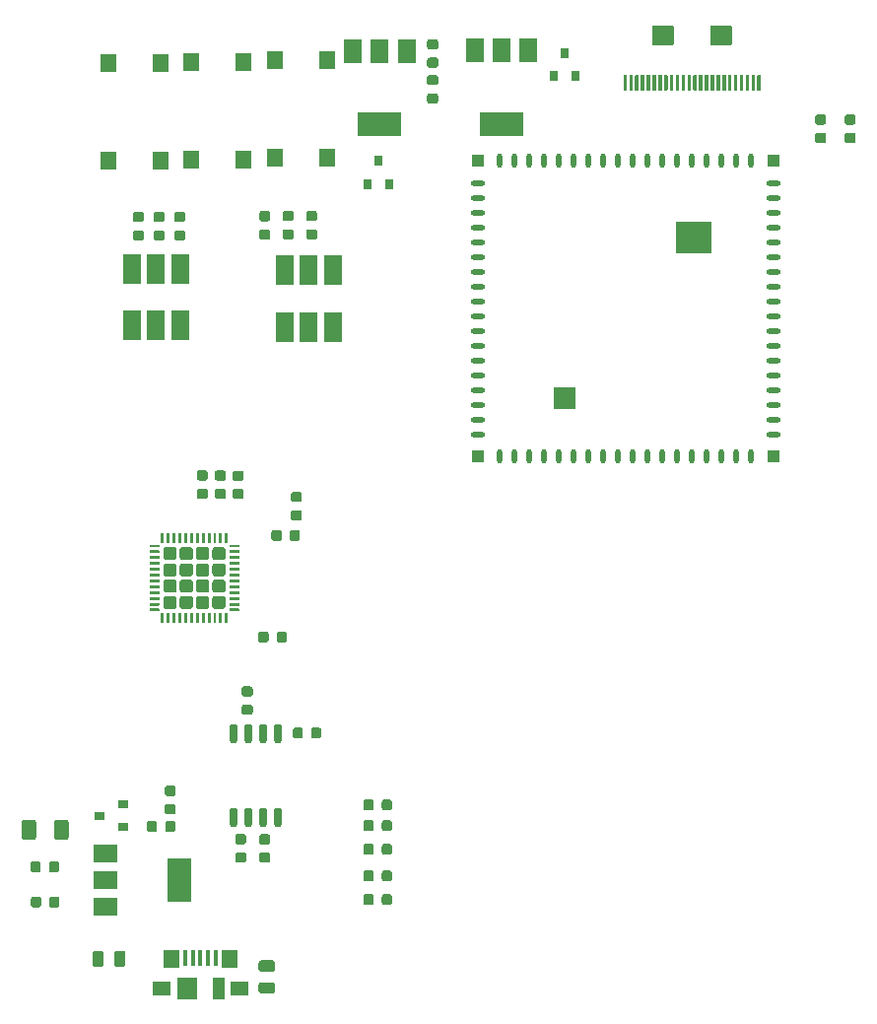
<source format=gbr>
G04 #@! TF.GenerationSoftware,KiCad,Pcbnew,5.1.5-52549c5~86~ubuntu18.04.1*
G04 #@! TF.CreationDate,2020-05-19T23:49:33-05:00*
G04 #@! TF.ProjectId,AICE,41494345-2e6b-4696-9361-645f70636258,rev?*
G04 #@! TF.SameCoordinates,Original*
G04 #@! TF.FileFunction,Paste,Top*
G04 #@! TF.FilePolarity,Positive*
%FSLAX46Y46*%
G04 Gerber Fmt 4.6, Leading zero omitted, Abs format (unit mm)*
G04 Created by KiCad (PCBNEW 5.1.5-52549c5~86~ubuntu18.04.1) date 2020-05-19 23:49:33*
%MOMM*%
%LPD*%
G04 APERTURE LIST*
%ADD10R,0.900000X0.800000*%
%ADD11C,0.100000*%
%ADD12R,1.600000X2.600000*%
%ADD13R,0.450000X1.380000*%
%ADD14R,1.425000X1.550000*%
%ADD15R,1.650000X1.300000*%
%ADD16R,1.800000X1.900000*%
%ADD17R,1.000000X1.900000*%
%ADD18R,1.400000X1.600000*%
%ADD19O,0.500000X1.200000*%
%ADD20O,1.200000X0.500000*%
%ADD21R,1.000000X1.000000*%
%ADD22R,3.020000X2.670000*%
%ADD23R,1.980000X1.980000*%
%ADD24R,2.000000X1.500000*%
%ADD25R,2.000000X3.800000*%
%ADD26R,1.500000X2.000000*%
%ADD27R,3.800000X2.000000*%
%ADD28R,0.800000X0.900000*%
G04 APERTURE END LIST*
D10*
X41510000Y-132450000D03*
X43510000Y-131500000D03*
X43510000Y-133400000D03*
D11*
G36*
X98252351Y-68800361D02*
G01*
X98259632Y-68801441D01*
X98266771Y-68803229D01*
X98273701Y-68805709D01*
X98280355Y-68808856D01*
X98286668Y-68812640D01*
X98292579Y-68817024D01*
X98298033Y-68821967D01*
X98302976Y-68827421D01*
X98307360Y-68833332D01*
X98311144Y-68839645D01*
X98314291Y-68846299D01*
X98316771Y-68853229D01*
X98318559Y-68860368D01*
X98319639Y-68867649D01*
X98320000Y-68875000D01*
X98320000Y-70095000D01*
X98319639Y-70102351D01*
X98318559Y-70109632D01*
X98316771Y-70116771D01*
X98314291Y-70123701D01*
X98311144Y-70130355D01*
X98307360Y-70136668D01*
X98302976Y-70142579D01*
X98298033Y-70148033D01*
X98292579Y-70152976D01*
X98286668Y-70157360D01*
X98280355Y-70161144D01*
X98273701Y-70164291D01*
X98266771Y-70166771D01*
X98259632Y-70168559D01*
X98252351Y-70169639D01*
X98245000Y-70170000D01*
X98095000Y-70170000D01*
X98087649Y-70169639D01*
X98080368Y-70168559D01*
X98073229Y-70166771D01*
X98066299Y-70164291D01*
X98059645Y-70161144D01*
X98053332Y-70157360D01*
X98047421Y-70152976D01*
X98041967Y-70148033D01*
X98037024Y-70142579D01*
X98032640Y-70136668D01*
X98028856Y-70130355D01*
X98025709Y-70123701D01*
X98023229Y-70116771D01*
X98021441Y-70109632D01*
X98020361Y-70102351D01*
X98020000Y-70095000D01*
X98020000Y-68875000D01*
X98020361Y-68867649D01*
X98021441Y-68860368D01*
X98023229Y-68853229D01*
X98025709Y-68846299D01*
X98028856Y-68839645D01*
X98032640Y-68833332D01*
X98037024Y-68827421D01*
X98041967Y-68821967D01*
X98047421Y-68817024D01*
X98053332Y-68812640D01*
X98059645Y-68808856D01*
X98066299Y-68805709D01*
X98073229Y-68803229D01*
X98080368Y-68801441D01*
X98087649Y-68800361D01*
X98095000Y-68800000D01*
X98245000Y-68800000D01*
X98252351Y-68800361D01*
G37*
G36*
X97752351Y-68800361D02*
G01*
X97759632Y-68801441D01*
X97766771Y-68803229D01*
X97773701Y-68805709D01*
X97780355Y-68808856D01*
X97786668Y-68812640D01*
X97792579Y-68817024D01*
X97798033Y-68821967D01*
X97802976Y-68827421D01*
X97807360Y-68833332D01*
X97811144Y-68839645D01*
X97814291Y-68846299D01*
X97816771Y-68853229D01*
X97818559Y-68860368D01*
X97819639Y-68867649D01*
X97820000Y-68875000D01*
X97820000Y-70095000D01*
X97819639Y-70102351D01*
X97818559Y-70109632D01*
X97816771Y-70116771D01*
X97814291Y-70123701D01*
X97811144Y-70130355D01*
X97807360Y-70136668D01*
X97802976Y-70142579D01*
X97798033Y-70148033D01*
X97792579Y-70152976D01*
X97786668Y-70157360D01*
X97780355Y-70161144D01*
X97773701Y-70164291D01*
X97766771Y-70166771D01*
X97759632Y-70168559D01*
X97752351Y-70169639D01*
X97745000Y-70170000D01*
X97595000Y-70170000D01*
X97587649Y-70169639D01*
X97580368Y-70168559D01*
X97573229Y-70166771D01*
X97566299Y-70164291D01*
X97559645Y-70161144D01*
X97553332Y-70157360D01*
X97547421Y-70152976D01*
X97541967Y-70148033D01*
X97537024Y-70142579D01*
X97532640Y-70136668D01*
X97528856Y-70130355D01*
X97525709Y-70123701D01*
X97523229Y-70116771D01*
X97521441Y-70109632D01*
X97520361Y-70102351D01*
X97520000Y-70095000D01*
X97520000Y-68875000D01*
X97520361Y-68867649D01*
X97521441Y-68860368D01*
X97523229Y-68853229D01*
X97525709Y-68846299D01*
X97528856Y-68839645D01*
X97532640Y-68833332D01*
X97537024Y-68827421D01*
X97541967Y-68821967D01*
X97547421Y-68817024D01*
X97553332Y-68812640D01*
X97559645Y-68808856D01*
X97566299Y-68805709D01*
X97573229Y-68803229D01*
X97580368Y-68801441D01*
X97587649Y-68800361D01*
X97595000Y-68800000D01*
X97745000Y-68800000D01*
X97752351Y-68800361D01*
G37*
G36*
X97252351Y-68800361D02*
G01*
X97259632Y-68801441D01*
X97266771Y-68803229D01*
X97273701Y-68805709D01*
X97280355Y-68808856D01*
X97286668Y-68812640D01*
X97292579Y-68817024D01*
X97298033Y-68821967D01*
X97302976Y-68827421D01*
X97307360Y-68833332D01*
X97311144Y-68839645D01*
X97314291Y-68846299D01*
X97316771Y-68853229D01*
X97318559Y-68860368D01*
X97319639Y-68867649D01*
X97320000Y-68875000D01*
X97320000Y-70095000D01*
X97319639Y-70102351D01*
X97318559Y-70109632D01*
X97316771Y-70116771D01*
X97314291Y-70123701D01*
X97311144Y-70130355D01*
X97307360Y-70136668D01*
X97302976Y-70142579D01*
X97298033Y-70148033D01*
X97292579Y-70152976D01*
X97286668Y-70157360D01*
X97280355Y-70161144D01*
X97273701Y-70164291D01*
X97266771Y-70166771D01*
X97259632Y-70168559D01*
X97252351Y-70169639D01*
X97245000Y-70170000D01*
X97095000Y-70170000D01*
X97087649Y-70169639D01*
X97080368Y-70168559D01*
X97073229Y-70166771D01*
X97066299Y-70164291D01*
X97059645Y-70161144D01*
X97053332Y-70157360D01*
X97047421Y-70152976D01*
X97041967Y-70148033D01*
X97037024Y-70142579D01*
X97032640Y-70136668D01*
X97028856Y-70130355D01*
X97025709Y-70123701D01*
X97023229Y-70116771D01*
X97021441Y-70109632D01*
X97020361Y-70102351D01*
X97020000Y-70095000D01*
X97020000Y-68875000D01*
X97020361Y-68867649D01*
X97021441Y-68860368D01*
X97023229Y-68853229D01*
X97025709Y-68846299D01*
X97028856Y-68839645D01*
X97032640Y-68833332D01*
X97037024Y-68827421D01*
X97041967Y-68821967D01*
X97047421Y-68817024D01*
X97053332Y-68812640D01*
X97059645Y-68808856D01*
X97066299Y-68805709D01*
X97073229Y-68803229D01*
X97080368Y-68801441D01*
X97087649Y-68800361D01*
X97095000Y-68800000D01*
X97245000Y-68800000D01*
X97252351Y-68800361D01*
G37*
G36*
X96752351Y-68800361D02*
G01*
X96759632Y-68801441D01*
X96766771Y-68803229D01*
X96773701Y-68805709D01*
X96780355Y-68808856D01*
X96786668Y-68812640D01*
X96792579Y-68817024D01*
X96798033Y-68821967D01*
X96802976Y-68827421D01*
X96807360Y-68833332D01*
X96811144Y-68839645D01*
X96814291Y-68846299D01*
X96816771Y-68853229D01*
X96818559Y-68860368D01*
X96819639Y-68867649D01*
X96820000Y-68875000D01*
X96820000Y-70095000D01*
X96819639Y-70102351D01*
X96818559Y-70109632D01*
X96816771Y-70116771D01*
X96814291Y-70123701D01*
X96811144Y-70130355D01*
X96807360Y-70136668D01*
X96802976Y-70142579D01*
X96798033Y-70148033D01*
X96792579Y-70152976D01*
X96786668Y-70157360D01*
X96780355Y-70161144D01*
X96773701Y-70164291D01*
X96766771Y-70166771D01*
X96759632Y-70168559D01*
X96752351Y-70169639D01*
X96745000Y-70170000D01*
X96595000Y-70170000D01*
X96587649Y-70169639D01*
X96580368Y-70168559D01*
X96573229Y-70166771D01*
X96566299Y-70164291D01*
X96559645Y-70161144D01*
X96553332Y-70157360D01*
X96547421Y-70152976D01*
X96541967Y-70148033D01*
X96537024Y-70142579D01*
X96532640Y-70136668D01*
X96528856Y-70130355D01*
X96525709Y-70123701D01*
X96523229Y-70116771D01*
X96521441Y-70109632D01*
X96520361Y-70102351D01*
X96520000Y-70095000D01*
X96520000Y-68875000D01*
X96520361Y-68867649D01*
X96521441Y-68860368D01*
X96523229Y-68853229D01*
X96525709Y-68846299D01*
X96528856Y-68839645D01*
X96532640Y-68833332D01*
X96537024Y-68827421D01*
X96541967Y-68821967D01*
X96547421Y-68817024D01*
X96553332Y-68812640D01*
X96559645Y-68808856D01*
X96566299Y-68805709D01*
X96573229Y-68803229D01*
X96580368Y-68801441D01*
X96587649Y-68800361D01*
X96595000Y-68800000D01*
X96745000Y-68800000D01*
X96752351Y-68800361D01*
G37*
G36*
X96252351Y-68800361D02*
G01*
X96259632Y-68801441D01*
X96266771Y-68803229D01*
X96273701Y-68805709D01*
X96280355Y-68808856D01*
X96286668Y-68812640D01*
X96292579Y-68817024D01*
X96298033Y-68821967D01*
X96302976Y-68827421D01*
X96307360Y-68833332D01*
X96311144Y-68839645D01*
X96314291Y-68846299D01*
X96316771Y-68853229D01*
X96318559Y-68860368D01*
X96319639Y-68867649D01*
X96320000Y-68875000D01*
X96320000Y-70095000D01*
X96319639Y-70102351D01*
X96318559Y-70109632D01*
X96316771Y-70116771D01*
X96314291Y-70123701D01*
X96311144Y-70130355D01*
X96307360Y-70136668D01*
X96302976Y-70142579D01*
X96298033Y-70148033D01*
X96292579Y-70152976D01*
X96286668Y-70157360D01*
X96280355Y-70161144D01*
X96273701Y-70164291D01*
X96266771Y-70166771D01*
X96259632Y-70168559D01*
X96252351Y-70169639D01*
X96245000Y-70170000D01*
X96095000Y-70170000D01*
X96087649Y-70169639D01*
X96080368Y-70168559D01*
X96073229Y-70166771D01*
X96066299Y-70164291D01*
X96059645Y-70161144D01*
X96053332Y-70157360D01*
X96047421Y-70152976D01*
X96041967Y-70148033D01*
X96037024Y-70142579D01*
X96032640Y-70136668D01*
X96028856Y-70130355D01*
X96025709Y-70123701D01*
X96023229Y-70116771D01*
X96021441Y-70109632D01*
X96020361Y-70102351D01*
X96020000Y-70095000D01*
X96020000Y-68875000D01*
X96020361Y-68867649D01*
X96021441Y-68860368D01*
X96023229Y-68853229D01*
X96025709Y-68846299D01*
X96028856Y-68839645D01*
X96032640Y-68833332D01*
X96037024Y-68827421D01*
X96041967Y-68821967D01*
X96047421Y-68817024D01*
X96053332Y-68812640D01*
X96059645Y-68808856D01*
X96066299Y-68805709D01*
X96073229Y-68803229D01*
X96080368Y-68801441D01*
X96087649Y-68800361D01*
X96095000Y-68800000D01*
X96245000Y-68800000D01*
X96252351Y-68800361D01*
G37*
G36*
X95752351Y-68800361D02*
G01*
X95759632Y-68801441D01*
X95766771Y-68803229D01*
X95773701Y-68805709D01*
X95780355Y-68808856D01*
X95786668Y-68812640D01*
X95792579Y-68817024D01*
X95798033Y-68821967D01*
X95802976Y-68827421D01*
X95807360Y-68833332D01*
X95811144Y-68839645D01*
X95814291Y-68846299D01*
X95816771Y-68853229D01*
X95818559Y-68860368D01*
X95819639Y-68867649D01*
X95820000Y-68875000D01*
X95820000Y-70095000D01*
X95819639Y-70102351D01*
X95818559Y-70109632D01*
X95816771Y-70116771D01*
X95814291Y-70123701D01*
X95811144Y-70130355D01*
X95807360Y-70136668D01*
X95802976Y-70142579D01*
X95798033Y-70148033D01*
X95792579Y-70152976D01*
X95786668Y-70157360D01*
X95780355Y-70161144D01*
X95773701Y-70164291D01*
X95766771Y-70166771D01*
X95759632Y-70168559D01*
X95752351Y-70169639D01*
X95745000Y-70170000D01*
X95595000Y-70170000D01*
X95587649Y-70169639D01*
X95580368Y-70168559D01*
X95573229Y-70166771D01*
X95566299Y-70164291D01*
X95559645Y-70161144D01*
X95553332Y-70157360D01*
X95547421Y-70152976D01*
X95541967Y-70148033D01*
X95537024Y-70142579D01*
X95532640Y-70136668D01*
X95528856Y-70130355D01*
X95525709Y-70123701D01*
X95523229Y-70116771D01*
X95521441Y-70109632D01*
X95520361Y-70102351D01*
X95520000Y-70095000D01*
X95520000Y-68875000D01*
X95520361Y-68867649D01*
X95521441Y-68860368D01*
X95523229Y-68853229D01*
X95525709Y-68846299D01*
X95528856Y-68839645D01*
X95532640Y-68833332D01*
X95537024Y-68827421D01*
X95541967Y-68821967D01*
X95547421Y-68817024D01*
X95553332Y-68812640D01*
X95559645Y-68808856D01*
X95566299Y-68805709D01*
X95573229Y-68803229D01*
X95580368Y-68801441D01*
X95587649Y-68800361D01*
X95595000Y-68800000D01*
X95745000Y-68800000D01*
X95752351Y-68800361D01*
G37*
G36*
X95252351Y-68800361D02*
G01*
X95259632Y-68801441D01*
X95266771Y-68803229D01*
X95273701Y-68805709D01*
X95280355Y-68808856D01*
X95286668Y-68812640D01*
X95292579Y-68817024D01*
X95298033Y-68821967D01*
X95302976Y-68827421D01*
X95307360Y-68833332D01*
X95311144Y-68839645D01*
X95314291Y-68846299D01*
X95316771Y-68853229D01*
X95318559Y-68860368D01*
X95319639Y-68867649D01*
X95320000Y-68875000D01*
X95320000Y-70095000D01*
X95319639Y-70102351D01*
X95318559Y-70109632D01*
X95316771Y-70116771D01*
X95314291Y-70123701D01*
X95311144Y-70130355D01*
X95307360Y-70136668D01*
X95302976Y-70142579D01*
X95298033Y-70148033D01*
X95292579Y-70152976D01*
X95286668Y-70157360D01*
X95280355Y-70161144D01*
X95273701Y-70164291D01*
X95266771Y-70166771D01*
X95259632Y-70168559D01*
X95252351Y-70169639D01*
X95245000Y-70170000D01*
X95095000Y-70170000D01*
X95087649Y-70169639D01*
X95080368Y-70168559D01*
X95073229Y-70166771D01*
X95066299Y-70164291D01*
X95059645Y-70161144D01*
X95053332Y-70157360D01*
X95047421Y-70152976D01*
X95041967Y-70148033D01*
X95037024Y-70142579D01*
X95032640Y-70136668D01*
X95028856Y-70130355D01*
X95025709Y-70123701D01*
X95023229Y-70116771D01*
X95021441Y-70109632D01*
X95020361Y-70102351D01*
X95020000Y-70095000D01*
X95020000Y-68875000D01*
X95020361Y-68867649D01*
X95021441Y-68860368D01*
X95023229Y-68853229D01*
X95025709Y-68846299D01*
X95028856Y-68839645D01*
X95032640Y-68833332D01*
X95037024Y-68827421D01*
X95041967Y-68821967D01*
X95047421Y-68817024D01*
X95053332Y-68812640D01*
X95059645Y-68808856D01*
X95066299Y-68805709D01*
X95073229Y-68803229D01*
X95080368Y-68801441D01*
X95087649Y-68800361D01*
X95095000Y-68800000D01*
X95245000Y-68800000D01*
X95252351Y-68800361D01*
G37*
G36*
X94752351Y-68800361D02*
G01*
X94759632Y-68801441D01*
X94766771Y-68803229D01*
X94773701Y-68805709D01*
X94780355Y-68808856D01*
X94786668Y-68812640D01*
X94792579Y-68817024D01*
X94798033Y-68821967D01*
X94802976Y-68827421D01*
X94807360Y-68833332D01*
X94811144Y-68839645D01*
X94814291Y-68846299D01*
X94816771Y-68853229D01*
X94818559Y-68860368D01*
X94819639Y-68867649D01*
X94820000Y-68875000D01*
X94820000Y-70095000D01*
X94819639Y-70102351D01*
X94818559Y-70109632D01*
X94816771Y-70116771D01*
X94814291Y-70123701D01*
X94811144Y-70130355D01*
X94807360Y-70136668D01*
X94802976Y-70142579D01*
X94798033Y-70148033D01*
X94792579Y-70152976D01*
X94786668Y-70157360D01*
X94780355Y-70161144D01*
X94773701Y-70164291D01*
X94766771Y-70166771D01*
X94759632Y-70168559D01*
X94752351Y-70169639D01*
X94745000Y-70170000D01*
X94595000Y-70170000D01*
X94587649Y-70169639D01*
X94580368Y-70168559D01*
X94573229Y-70166771D01*
X94566299Y-70164291D01*
X94559645Y-70161144D01*
X94553332Y-70157360D01*
X94547421Y-70152976D01*
X94541967Y-70148033D01*
X94537024Y-70142579D01*
X94532640Y-70136668D01*
X94528856Y-70130355D01*
X94525709Y-70123701D01*
X94523229Y-70116771D01*
X94521441Y-70109632D01*
X94520361Y-70102351D01*
X94520000Y-70095000D01*
X94520000Y-68875000D01*
X94520361Y-68867649D01*
X94521441Y-68860368D01*
X94523229Y-68853229D01*
X94525709Y-68846299D01*
X94528856Y-68839645D01*
X94532640Y-68833332D01*
X94537024Y-68827421D01*
X94541967Y-68821967D01*
X94547421Y-68817024D01*
X94553332Y-68812640D01*
X94559645Y-68808856D01*
X94566299Y-68805709D01*
X94573229Y-68803229D01*
X94580368Y-68801441D01*
X94587649Y-68800361D01*
X94595000Y-68800000D01*
X94745000Y-68800000D01*
X94752351Y-68800361D01*
G37*
G36*
X94252351Y-68800361D02*
G01*
X94259632Y-68801441D01*
X94266771Y-68803229D01*
X94273701Y-68805709D01*
X94280355Y-68808856D01*
X94286668Y-68812640D01*
X94292579Y-68817024D01*
X94298033Y-68821967D01*
X94302976Y-68827421D01*
X94307360Y-68833332D01*
X94311144Y-68839645D01*
X94314291Y-68846299D01*
X94316771Y-68853229D01*
X94318559Y-68860368D01*
X94319639Y-68867649D01*
X94320000Y-68875000D01*
X94320000Y-70095000D01*
X94319639Y-70102351D01*
X94318559Y-70109632D01*
X94316771Y-70116771D01*
X94314291Y-70123701D01*
X94311144Y-70130355D01*
X94307360Y-70136668D01*
X94302976Y-70142579D01*
X94298033Y-70148033D01*
X94292579Y-70152976D01*
X94286668Y-70157360D01*
X94280355Y-70161144D01*
X94273701Y-70164291D01*
X94266771Y-70166771D01*
X94259632Y-70168559D01*
X94252351Y-70169639D01*
X94245000Y-70170000D01*
X94095000Y-70170000D01*
X94087649Y-70169639D01*
X94080368Y-70168559D01*
X94073229Y-70166771D01*
X94066299Y-70164291D01*
X94059645Y-70161144D01*
X94053332Y-70157360D01*
X94047421Y-70152976D01*
X94041967Y-70148033D01*
X94037024Y-70142579D01*
X94032640Y-70136668D01*
X94028856Y-70130355D01*
X94025709Y-70123701D01*
X94023229Y-70116771D01*
X94021441Y-70109632D01*
X94020361Y-70102351D01*
X94020000Y-70095000D01*
X94020000Y-68875000D01*
X94020361Y-68867649D01*
X94021441Y-68860368D01*
X94023229Y-68853229D01*
X94025709Y-68846299D01*
X94028856Y-68839645D01*
X94032640Y-68833332D01*
X94037024Y-68827421D01*
X94041967Y-68821967D01*
X94047421Y-68817024D01*
X94053332Y-68812640D01*
X94059645Y-68808856D01*
X94066299Y-68805709D01*
X94073229Y-68803229D01*
X94080368Y-68801441D01*
X94087649Y-68800361D01*
X94095000Y-68800000D01*
X94245000Y-68800000D01*
X94252351Y-68800361D01*
G37*
G36*
X93752351Y-68800361D02*
G01*
X93759632Y-68801441D01*
X93766771Y-68803229D01*
X93773701Y-68805709D01*
X93780355Y-68808856D01*
X93786668Y-68812640D01*
X93792579Y-68817024D01*
X93798033Y-68821967D01*
X93802976Y-68827421D01*
X93807360Y-68833332D01*
X93811144Y-68839645D01*
X93814291Y-68846299D01*
X93816771Y-68853229D01*
X93818559Y-68860368D01*
X93819639Y-68867649D01*
X93820000Y-68875000D01*
X93820000Y-70095000D01*
X93819639Y-70102351D01*
X93818559Y-70109632D01*
X93816771Y-70116771D01*
X93814291Y-70123701D01*
X93811144Y-70130355D01*
X93807360Y-70136668D01*
X93802976Y-70142579D01*
X93798033Y-70148033D01*
X93792579Y-70152976D01*
X93786668Y-70157360D01*
X93780355Y-70161144D01*
X93773701Y-70164291D01*
X93766771Y-70166771D01*
X93759632Y-70168559D01*
X93752351Y-70169639D01*
X93745000Y-70170000D01*
X93595000Y-70170000D01*
X93587649Y-70169639D01*
X93580368Y-70168559D01*
X93573229Y-70166771D01*
X93566299Y-70164291D01*
X93559645Y-70161144D01*
X93553332Y-70157360D01*
X93547421Y-70152976D01*
X93541967Y-70148033D01*
X93537024Y-70142579D01*
X93532640Y-70136668D01*
X93528856Y-70130355D01*
X93525709Y-70123701D01*
X93523229Y-70116771D01*
X93521441Y-70109632D01*
X93520361Y-70102351D01*
X93520000Y-70095000D01*
X93520000Y-68875000D01*
X93520361Y-68867649D01*
X93521441Y-68860368D01*
X93523229Y-68853229D01*
X93525709Y-68846299D01*
X93528856Y-68839645D01*
X93532640Y-68833332D01*
X93537024Y-68827421D01*
X93541967Y-68821967D01*
X93547421Y-68817024D01*
X93553332Y-68812640D01*
X93559645Y-68808856D01*
X93566299Y-68805709D01*
X93573229Y-68803229D01*
X93580368Y-68801441D01*
X93587649Y-68800361D01*
X93595000Y-68800000D01*
X93745000Y-68800000D01*
X93752351Y-68800361D01*
G37*
G36*
X93252351Y-68800361D02*
G01*
X93259632Y-68801441D01*
X93266771Y-68803229D01*
X93273701Y-68805709D01*
X93280355Y-68808856D01*
X93286668Y-68812640D01*
X93292579Y-68817024D01*
X93298033Y-68821967D01*
X93302976Y-68827421D01*
X93307360Y-68833332D01*
X93311144Y-68839645D01*
X93314291Y-68846299D01*
X93316771Y-68853229D01*
X93318559Y-68860368D01*
X93319639Y-68867649D01*
X93320000Y-68875000D01*
X93320000Y-70095000D01*
X93319639Y-70102351D01*
X93318559Y-70109632D01*
X93316771Y-70116771D01*
X93314291Y-70123701D01*
X93311144Y-70130355D01*
X93307360Y-70136668D01*
X93302976Y-70142579D01*
X93298033Y-70148033D01*
X93292579Y-70152976D01*
X93286668Y-70157360D01*
X93280355Y-70161144D01*
X93273701Y-70164291D01*
X93266771Y-70166771D01*
X93259632Y-70168559D01*
X93252351Y-70169639D01*
X93245000Y-70170000D01*
X93095000Y-70170000D01*
X93087649Y-70169639D01*
X93080368Y-70168559D01*
X93073229Y-70166771D01*
X93066299Y-70164291D01*
X93059645Y-70161144D01*
X93053332Y-70157360D01*
X93047421Y-70152976D01*
X93041967Y-70148033D01*
X93037024Y-70142579D01*
X93032640Y-70136668D01*
X93028856Y-70130355D01*
X93025709Y-70123701D01*
X93023229Y-70116771D01*
X93021441Y-70109632D01*
X93020361Y-70102351D01*
X93020000Y-70095000D01*
X93020000Y-68875000D01*
X93020361Y-68867649D01*
X93021441Y-68860368D01*
X93023229Y-68853229D01*
X93025709Y-68846299D01*
X93028856Y-68839645D01*
X93032640Y-68833332D01*
X93037024Y-68827421D01*
X93041967Y-68821967D01*
X93047421Y-68817024D01*
X93053332Y-68812640D01*
X93059645Y-68808856D01*
X93066299Y-68805709D01*
X93073229Y-68803229D01*
X93080368Y-68801441D01*
X93087649Y-68800361D01*
X93095000Y-68800000D01*
X93245000Y-68800000D01*
X93252351Y-68800361D01*
G37*
G36*
X92752351Y-68800361D02*
G01*
X92759632Y-68801441D01*
X92766771Y-68803229D01*
X92773701Y-68805709D01*
X92780355Y-68808856D01*
X92786668Y-68812640D01*
X92792579Y-68817024D01*
X92798033Y-68821967D01*
X92802976Y-68827421D01*
X92807360Y-68833332D01*
X92811144Y-68839645D01*
X92814291Y-68846299D01*
X92816771Y-68853229D01*
X92818559Y-68860368D01*
X92819639Y-68867649D01*
X92820000Y-68875000D01*
X92820000Y-70095000D01*
X92819639Y-70102351D01*
X92818559Y-70109632D01*
X92816771Y-70116771D01*
X92814291Y-70123701D01*
X92811144Y-70130355D01*
X92807360Y-70136668D01*
X92802976Y-70142579D01*
X92798033Y-70148033D01*
X92792579Y-70152976D01*
X92786668Y-70157360D01*
X92780355Y-70161144D01*
X92773701Y-70164291D01*
X92766771Y-70166771D01*
X92759632Y-70168559D01*
X92752351Y-70169639D01*
X92745000Y-70170000D01*
X92595000Y-70170000D01*
X92587649Y-70169639D01*
X92580368Y-70168559D01*
X92573229Y-70166771D01*
X92566299Y-70164291D01*
X92559645Y-70161144D01*
X92553332Y-70157360D01*
X92547421Y-70152976D01*
X92541967Y-70148033D01*
X92537024Y-70142579D01*
X92532640Y-70136668D01*
X92528856Y-70130355D01*
X92525709Y-70123701D01*
X92523229Y-70116771D01*
X92521441Y-70109632D01*
X92520361Y-70102351D01*
X92520000Y-70095000D01*
X92520000Y-68875000D01*
X92520361Y-68867649D01*
X92521441Y-68860368D01*
X92523229Y-68853229D01*
X92525709Y-68846299D01*
X92528856Y-68839645D01*
X92532640Y-68833332D01*
X92537024Y-68827421D01*
X92541967Y-68821967D01*
X92547421Y-68817024D01*
X92553332Y-68812640D01*
X92559645Y-68808856D01*
X92566299Y-68805709D01*
X92573229Y-68803229D01*
X92580368Y-68801441D01*
X92587649Y-68800361D01*
X92595000Y-68800000D01*
X92745000Y-68800000D01*
X92752351Y-68800361D01*
G37*
G36*
X92252351Y-68800361D02*
G01*
X92259632Y-68801441D01*
X92266771Y-68803229D01*
X92273701Y-68805709D01*
X92280355Y-68808856D01*
X92286668Y-68812640D01*
X92292579Y-68817024D01*
X92298033Y-68821967D01*
X92302976Y-68827421D01*
X92307360Y-68833332D01*
X92311144Y-68839645D01*
X92314291Y-68846299D01*
X92316771Y-68853229D01*
X92318559Y-68860368D01*
X92319639Y-68867649D01*
X92320000Y-68875000D01*
X92320000Y-70095000D01*
X92319639Y-70102351D01*
X92318559Y-70109632D01*
X92316771Y-70116771D01*
X92314291Y-70123701D01*
X92311144Y-70130355D01*
X92307360Y-70136668D01*
X92302976Y-70142579D01*
X92298033Y-70148033D01*
X92292579Y-70152976D01*
X92286668Y-70157360D01*
X92280355Y-70161144D01*
X92273701Y-70164291D01*
X92266771Y-70166771D01*
X92259632Y-70168559D01*
X92252351Y-70169639D01*
X92245000Y-70170000D01*
X92095000Y-70170000D01*
X92087649Y-70169639D01*
X92080368Y-70168559D01*
X92073229Y-70166771D01*
X92066299Y-70164291D01*
X92059645Y-70161144D01*
X92053332Y-70157360D01*
X92047421Y-70152976D01*
X92041967Y-70148033D01*
X92037024Y-70142579D01*
X92032640Y-70136668D01*
X92028856Y-70130355D01*
X92025709Y-70123701D01*
X92023229Y-70116771D01*
X92021441Y-70109632D01*
X92020361Y-70102351D01*
X92020000Y-70095000D01*
X92020000Y-68875000D01*
X92020361Y-68867649D01*
X92021441Y-68860368D01*
X92023229Y-68853229D01*
X92025709Y-68846299D01*
X92028856Y-68839645D01*
X92032640Y-68833332D01*
X92037024Y-68827421D01*
X92041967Y-68821967D01*
X92047421Y-68817024D01*
X92053332Y-68812640D01*
X92059645Y-68808856D01*
X92066299Y-68805709D01*
X92073229Y-68803229D01*
X92080368Y-68801441D01*
X92087649Y-68800361D01*
X92095000Y-68800000D01*
X92245000Y-68800000D01*
X92252351Y-68800361D01*
G37*
G36*
X91752351Y-68800361D02*
G01*
X91759632Y-68801441D01*
X91766771Y-68803229D01*
X91773701Y-68805709D01*
X91780355Y-68808856D01*
X91786668Y-68812640D01*
X91792579Y-68817024D01*
X91798033Y-68821967D01*
X91802976Y-68827421D01*
X91807360Y-68833332D01*
X91811144Y-68839645D01*
X91814291Y-68846299D01*
X91816771Y-68853229D01*
X91818559Y-68860368D01*
X91819639Y-68867649D01*
X91820000Y-68875000D01*
X91820000Y-70095000D01*
X91819639Y-70102351D01*
X91818559Y-70109632D01*
X91816771Y-70116771D01*
X91814291Y-70123701D01*
X91811144Y-70130355D01*
X91807360Y-70136668D01*
X91802976Y-70142579D01*
X91798033Y-70148033D01*
X91792579Y-70152976D01*
X91786668Y-70157360D01*
X91780355Y-70161144D01*
X91773701Y-70164291D01*
X91766771Y-70166771D01*
X91759632Y-70168559D01*
X91752351Y-70169639D01*
X91745000Y-70170000D01*
X91595000Y-70170000D01*
X91587649Y-70169639D01*
X91580368Y-70168559D01*
X91573229Y-70166771D01*
X91566299Y-70164291D01*
X91559645Y-70161144D01*
X91553332Y-70157360D01*
X91547421Y-70152976D01*
X91541967Y-70148033D01*
X91537024Y-70142579D01*
X91532640Y-70136668D01*
X91528856Y-70130355D01*
X91525709Y-70123701D01*
X91523229Y-70116771D01*
X91521441Y-70109632D01*
X91520361Y-70102351D01*
X91520000Y-70095000D01*
X91520000Y-68875000D01*
X91520361Y-68867649D01*
X91521441Y-68860368D01*
X91523229Y-68853229D01*
X91525709Y-68846299D01*
X91528856Y-68839645D01*
X91532640Y-68833332D01*
X91537024Y-68827421D01*
X91541967Y-68821967D01*
X91547421Y-68817024D01*
X91553332Y-68812640D01*
X91559645Y-68808856D01*
X91566299Y-68805709D01*
X91573229Y-68803229D01*
X91580368Y-68801441D01*
X91587649Y-68800361D01*
X91595000Y-68800000D01*
X91745000Y-68800000D01*
X91752351Y-68800361D01*
G37*
G36*
X91252351Y-68800361D02*
G01*
X91259632Y-68801441D01*
X91266771Y-68803229D01*
X91273701Y-68805709D01*
X91280355Y-68808856D01*
X91286668Y-68812640D01*
X91292579Y-68817024D01*
X91298033Y-68821967D01*
X91302976Y-68827421D01*
X91307360Y-68833332D01*
X91311144Y-68839645D01*
X91314291Y-68846299D01*
X91316771Y-68853229D01*
X91318559Y-68860368D01*
X91319639Y-68867649D01*
X91320000Y-68875000D01*
X91320000Y-70095000D01*
X91319639Y-70102351D01*
X91318559Y-70109632D01*
X91316771Y-70116771D01*
X91314291Y-70123701D01*
X91311144Y-70130355D01*
X91307360Y-70136668D01*
X91302976Y-70142579D01*
X91298033Y-70148033D01*
X91292579Y-70152976D01*
X91286668Y-70157360D01*
X91280355Y-70161144D01*
X91273701Y-70164291D01*
X91266771Y-70166771D01*
X91259632Y-70168559D01*
X91252351Y-70169639D01*
X91245000Y-70170000D01*
X91095000Y-70170000D01*
X91087649Y-70169639D01*
X91080368Y-70168559D01*
X91073229Y-70166771D01*
X91066299Y-70164291D01*
X91059645Y-70161144D01*
X91053332Y-70157360D01*
X91047421Y-70152976D01*
X91041967Y-70148033D01*
X91037024Y-70142579D01*
X91032640Y-70136668D01*
X91028856Y-70130355D01*
X91025709Y-70123701D01*
X91023229Y-70116771D01*
X91021441Y-70109632D01*
X91020361Y-70102351D01*
X91020000Y-70095000D01*
X91020000Y-68875000D01*
X91020361Y-68867649D01*
X91021441Y-68860368D01*
X91023229Y-68853229D01*
X91025709Y-68846299D01*
X91028856Y-68839645D01*
X91032640Y-68833332D01*
X91037024Y-68827421D01*
X91041967Y-68821967D01*
X91047421Y-68817024D01*
X91053332Y-68812640D01*
X91059645Y-68808856D01*
X91066299Y-68805709D01*
X91073229Y-68803229D01*
X91080368Y-68801441D01*
X91087649Y-68800361D01*
X91095000Y-68800000D01*
X91245000Y-68800000D01*
X91252351Y-68800361D01*
G37*
G36*
X95644280Y-64541205D02*
G01*
X95668572Y-64544808D01*
X95692394Y-64550776D01*
X95715517Y-64559049D01*
X95737718Y-64569549D01*
X95758782Y-64582175D01*
X95778507Y-64596804D01*
X95796704Y-64613296D01*
X95813196Y-64631493D01*
X95827825Y-64651218D01*
X95840451Y-64672282D01*
X95850951Y-64694483D01*
X95859224Y-64717606D01*
X95865192Y-64741428D01*
X95868795Y-64765720D01*
X95870000Y-64790249D01*
X95870000Y-66039751D01*
X95868795Y-66064280D01*
X95865192Y-66088572D01*
X95859224Y-66112394D01*
X95850951Y-66135517D01*
X95840451Y-66157718D01*
X95827825Y-66178782D01*
X95813196Y-66198507D01*
X95796704Y-66216704D01*
X95778507Y-66233196D01*
X95758782Y-66247825D01*
X95737718Y-66260451D01*
X95715517Y-66270951D01*
X95692394Y-66279224D01*
X95668572Y-66285192D01*
X95644280Y-66288795D01*
X95619751Y-66290000D01*
X94220249Y-66290000D01*
X94195720Y-66288795D01*
X94171428Y-66285192D01*
X94147606Y-66279224D01*
X94124483Y-66270951D01*
X94102282Y-66260451D01*
X94081218Y-66247825D01*
X94061493Y-66233196D01*
X94043296Y-66216704D01*
X94026804Y-66198507D01*
X94012175Y-66178782D01*
X93999549Y-66157718D01*
X93989049Y-66135517D01*
X93980776Y-66112394D01*
X93974808Y-66088572D01*
X93971205Y-66064280D01*
X93970000Y-66039751D01*
X93970000Y-64790249D01*
X93971205Y-64765720D01*
X93974808Y-64741428D01*
X93980776Y-64717606D01*
X93989049Y-64694483D01*
X93999549Y-64672282D01*
X94012175Y-64651218D01*
X94026804Y-64631493D01*
X94043296Y-64613296D01*
X94061493Y-64596804D01*
X94081218Y-64582175D01*
X94102282Y-64569549D01*
X94124483Y-64559049D01*
X94147606Y-64550776D01*
X94171428Y-64544808D01*
X94195720Y-64541205D01*
X94220249Y-64540000D01*
X95619751Y-64540000D01*
X95644280Y-64541205D01*
G37*
G36*
X90644280Y-64541205D02*
G01*
X90668572Y-64544808D01*
X90692394Y-64550776D01*
X90715517Y-64559049D01*
X90737718Y-64569549D01*
X90758782Y-64582175D01*
X90778507Y-64596804D01*
X90796704Y-64613296D01*
X90813196Y-64631493D01*
X90827825Y-64651218D01*
X90840451Y-64672282D01*
X90850951Y-64694483D01*
X90859224Y-64717606D01*
X90865192Y-64741428D01*
X90868795Y-64765720D01*
X90870000Y-64790249D01*
X90870000Y-66039751D01*
X90868795Y-66064280D01*
X90865192Y-66088572D01*
X90859224Y-66112394D01*
X90850951Y-66135517D01*
X90840451Y-66157718D01*
X90827825Y-66178782D01*
X90813196Y-66198507D01*
X90796704Y-66216704D01*
X90778507Y-66233196D01*
X90758782Y-66247825D01*
X90737718Y-66260451D01*
X90715517Y-66270951D01*
X90692394Y-66279224D01*
X90668572Y-66285192D01*
X90644280Y-66288795D01*
X90619751Y-66290000D01*
X89220249Y-66290000D01*
X89195720Y-66288795D01*
X89171428Y-66285192D01*
X89147606Y-66279224D01*
X89124483Y-66270951D01*
X89102282Y-66260451D01*
X89081218Y-66247825D01*
X89061493Y-66233196D01*
X89043296Y-66216704D01*
X89026804Y-66198507D01*
X89012175Y-66178782D01*
X88999549Y-66157718D01*
X88989049Y-66135517D01*
X88980776Y-66112394D01*
X88974808Y-66088572D01*
X88971205Y-66064280D01*
X88970000Y-66039751D01*
X88970000Y-64790249D01*
X88971205Y-64765720D01*
X88974808Y-64741428D01*
X88980776Y-64717606D01*
X88989049Y-64694483D01*
X88999549Y-64672282D01*
X89012175Y-64651218D01*
X89026804Y-64631493D01*
X89043296Y-64613296D01*
X89061493Y-64596804D01*
X89081218Y-64582175D01*
X89102282Y-64569549D01*
X89124483Y-64559049D01*
X89147606Y-64550776D01*
X89171428Y-64544808D01*
X89195720Y-64541205D01*
X89220249Y-64540000D01*
X90619751Y-64540000D01*
X90644280Y-64541205D01*
G37*
G36*
X90752351Y-68800361D02*
G01*
X90759632Y-68801441D01*
X90766771Y-68803229D01*
X90773701Y-68805709D01*
X90780355Y-68808856D01*
X90786668Y-68812640D01*
X90792579Y-68817024D01*
X90798033Y-68821967D01*
X90802976Y-68827421D01*
X90807360Y-68833332D01*
X90811144Y-68839645D01*
X90814291Y-68846299D01*
X90816771Y-68853229D01*
X90818559Y-68860368D01*
X90819639Y-68867649D01*
X90820000Y-68875000D01*
X90820000Y-70095000D01*
X90819639Y-70102351D01*
X90818559Y-70109632D01*
X90816771Y-70116771D01*
X90814291Y-70123701D01*
X90811144Y-70130355D01*
X90807360Y-70136668D01*
X90802976Y-70142579D01*
X90798033Y-70148033D01*
X90792579Y-70152976D01*
X90786668Y-70157360D01*
X90780355Y-70161144D01*
X90773701Y-70164291D01*
X90766771Y-70166771D01*
X90759632Y-70168559D01*
X90752351Y-70169639D01*
X90745000Y-70170000D01*
X90595000Y-70170000D01*
X90587649Y-70169639D01*
X90580368Y-70168559D01*
X90573229Y-70166771D01*
X90566299Y-70164291D01*
X90559645Y-70161144D01*
X90553332Y-70157360D01*
X90547421Y-70152976D01*
X90541967Y-70148033D01*
X90537024Y-70142579D01*
X90532640Y-70136668D01*
X90528856Y-70130355D01*
X90525709Y-70123701D01*
X90523229Y-70116771D01*
X90521441Y-70109632D01*
X90520361Y-70102351D01*
X90520000Y-70095000D01*
X90520000Y-68875000D01*
X90520361Y-68867649D01*
X90521441Y-68860368D01*
X90523229Y-68853229D01*
X90525709Y-68846299D01*
X90528856Y-68839645D01*
X90532640Y-68833332D01*
X90537024Y-68827421D01*
X90541967Y-68821967D01*
X90547421Y-68817024D01*
X90553332Y-68812640D01*
X90559645Y-68808856D01*
X90566299Y-68805709D01*
X90573229Y-68803229D01*
X90580368Y-68801441D01*
X90587649Y-68800361D01*
X90595000Y-68800000D01*
X90745000Y-68800000D01*
X90752351Y-68800361D01*
G37*
G36*
X90252351Y-68800361D02*
G01*
X90259632Y-68801441D01*
X90266771Y-68803229D01*
X90273701Y-68805709D01*
X90280355Y-68808856D01*
X90286668Y-68812640D01*
X90292579Y-68817024D01*
X90298033Y-68821967D01*
X90302976Y-68827421D01*
X90307360Y-68833332D01*
X90311144Y-68839645D01*
X90314291Y-68846299D01*
X90316771Y-68853229D01*
X90318559Y-68860368D01*
X90319639Y-68867649D01*
X90320000Y-68875000D01*
X90320000Y-70095000D01*
X90319639Y-70102351D01*
X90318559Y-70109632D01*
X90316771Y-70116771D01*
X90314291Y-70123701D01*
X90311144Y-70130355D01*
X90307360Y-70136668D01*
X90302976Y-70142579D01*
X90298033Y-70148033D01*
X90292579Y-70152976D01*
X90286668Y-70157360D01*
X90280355Y-70161144D01*
X90273701Y-70164291D01*
X90266771Y-70166771D01*
X90259632Y-70168559D01*
X90252351Y-70169639D01*
X90245000Y-70170000D01*
X90095000Y-70170000D01*
X90087649Y-70169639D01*
X90080368Y-70168559D01*
X90073229Y-70166771D01*
X90066299Y-70164291D01*
X90059645Y-70161144D01*
X90053332Y-70157360D01*
X90047421Y-70152976D01*
X90041967Y-70148033D01*
X90037024Y-70142579D01*
X90032640Y-70136668D01*
X90028856Y-70130355D01*
X90025709Y-70123701D01*
X90023229Y-70116771D01*
X90021441Y-70109632D01*
X90020361Y-70102351D01*
X90020000Y-70095000D01*
X90020000Y-68875000D01*
X90020361Y-68867649D01*
X90021441Y-68860368D01*
X90023229Y-68853229D01*
X90025709Y-68846299D01*
X90028856Y-68839645D01*
X90032640Y-68833332D01*
X90037024Y-68827421D01*
X90041967Y-68821967D01*
X90047421Y-68817024D01*
X90053332Y-68812640D01*
X90059645Y-68808856D01*
X90066299Y-68805709D01*
X90073229Y-68803229D01*
X90080368Y-68801441D01*
X90087649Y-68800361D01*
X90095000Y-68800000D01*
X90245000Y-68800000D01*
X90252351Y-68800361D01*
G37*
G36*
X89752351Y-68800361D02*
G01*
X89759632Y-68801441D01*
X89766771Y-68803229D01*
X89773701Y-68805709D01*
X89780355Y-68808856D01*
X89786668Y-68812640D01*
X89792579Y-68817024D01*
X89798033Y-68821967D01*
X89802976Y-68827421D01*
X89807360Y-68833332D01*
X89811144Y-68839645D01*
X89814291Y-68846299D01*
X89816771Y-68853229D01*
X89818559Y-68860368D01*
X89819639Y-68867649D01*
X89820000Y-68875000D01*
X89820000Y-70095000D01*
X89819639Y-70102351D01*
X89818559Y-70109632D01*
X89816771Y-70116771D01*
X89814291Y-70123701D01*
X89811144Y-70130355D01*
X89807360Y-70136668D01*
X89802976Y-70142579D01*
X89798033Y-70148033D01*
X89792579Y-70152976D01*
X89786668Y-70157360D01*
X89780355Y-70161144D01*
X89773701Y-70164291D01*
X89766771Y-70166771D01*
X89759632Y-70168559D01*
X89752351Y-70169639D01*
X89745000Y-70170000D01*
X89595000Y-70170000D01*
X89587649Y-70169639D01*
X89580368Y-70168559D01*
X89573229Y-70166771D01*
X89566299Y-70164291D01*
X89559645Y-70161144D01*
X89553332Y-70157360D01*
X89547421Y-70152976D01*
X89541967Y-70148033D01*
X89537024Y-70142579D01*
X89532640Y-70136668D01*
X89528856Y-70130355D01*
X89525709Y-70123701D01*
X89523229Y-70116771D01*
X89521441Y-70109632D01*
X89520361Y-70102351D01*
X89520000Y-70095000D01*
X89520000Y-68875000D01*
X89520361Y-68867649D01*
X89521441Y-68860368D01*
X89523229Y-68853229D01*
X89525709Y-68846299D01*
X89528856Y-68839645D01*
X89532640Y-68833332D01*
X89537024Y-68827421D01*
X89541967Y-68821967D01*
X89547421Y-68817024D01*
X89553332Y-68812640D01*
X89559645Y-68808856D01*
X89566299Y-68805709D01*
X89573229Y-68803229D01*
X89580368Y-68801441D01*
X89587649Y-68800361D01*
X89595000Y-68800000D01*
X89745000Y-68800000D01*
X89752351Y-68800361D01*
G37*
G36*
X89252351Y-68800361D02*
G01*
X89259632Y-68801441D01*
X89266771Y-68803229D01*
X89273701Y-68805709D01*
X89280355Y-68808856D01*
X89286668Y-68812640D01*
X89292579Y-68817024D01*
X89298033Y-68821967D01*
X89302976Y-68827421D01*
X89307360Y-68833332D01*
X89311144Y-68839645D01*
X89314291Y-68846299D01*
X89316771Y-68853229D01*
X89318559Y-68860368D01*
X89319639Y-68867649D01*
X89320000Y-68875000D01*
X89320000Y-70095000D01*
X89319639Y-70102351D01*
X89318559Y-70109632D01*
X89316771Y-70116771D01*
X89314291Y-70123701D01*
X89311144Y-70130355D01*
X89307360Y-70136668D01*
X89302976Y-70142579D01*
X89298033Y-70148033D01*
X89292579Y-70152976D01*
X89286668Y-70157360D01*
X89280355Y-70161144D01*
X89273701Y-70164291D01*
X89266771Y-70166771D01*
X89259632Y-70168559D01*
X89252351Y-70169639D01*
X89245000Y-70170000D01*
X89095000Y-70170000D01*
X89087649Y-70169639D01*
X89080368Y-70168559D01*
X89073229Y-70166771D01*
X89066299Y-70164291D01*
X89059645Y-70161144D01*
X89053332Y-70157360D01*
X89047421Y-70152976D01*
X89041967Y-70148033D01*
X89037024Y-70142579D01*
X89032640Y-70136668D01*
X89028856Y-70130355D01*
X89025709Y-70123701D01*
X89023229Y-70116771D01*
X89021441Y-70109632D01*
X89020361Y-70102351D01*
X89020000Y-70095000D01*
X89020000Y-68875000D01*
X89020361Y-68867649D01*
X89021441Y-68860368D01*
X89023229Y-68853229D01*
X89025709Y-68846299D01*
X89028856Y-68839645D01*
X89032640Y-68833332D01*
X89037024Y-68827421D01*
X89041967Y-68821967D01*
X89047421Y-68817024D01*
X89053332Y-68812640D01*
X89059645Y-68808856D01*
X89066299Y-68805709D01*
X89073229Y-68803229D01*
X89080368Y-68801441D01*
X89087649Y-68800361D01*
X89095000Y-68800000D01*
X89245000Y-68800000D01*
X89252351Y-68800361D01*
G37*
G36*
X88752351Y-68800361D02*
G01*
X88759632Y-68801441D01*
X88766771Y-68803229D01*
X88773701Y-68805709D01*
X88780355Y-68808856D01*
X88786668Y-68812640D01*
X88792579Y-68817024D01*
X88798033Y-68821967D01*
X88802976Y-68827421D01*
X88807360Y-68833332D01*
X88811144Y-68839645D01*
X88814291Y-68846299D01*
X88816771Y-68853229D01*
X88818559Y-68860368D01*
X88819639Y-68867649D01*
X88820000Y-68875000D01*
X88820000Y-70095000D01*
X88819639Y-70102351D01*
X88818559Y-70109632D01*
X88816771Y-70116771D01*
X88814291Y-70123701D01*
X88811144Y-70130355D01*
X88807360Y-70136668D01*
X88802976Y-70142579D01*
X88798033Y-70148033D01*
X88792579Y-70152976D01*
X88786668Y-70157360D01*
X88780355Y-70161144D01*
X88773701Y-70164291D01*
X88766771Y-70166771D01*
X88759632Y-70168559D01*
X88752351Y-70169639D01*
X88745000Y-70170000D01*
X88595000Y-70170000D01*
X88587649Y-70169639D01*
X88580368Y-70168559D01*
X88573229Y-70166771D01*
X88566299Y-70164291D01*
X88559645Y-70161144D01*
X88553332Y-70157360D01*
X88547421Y-70152976D01*
X88541967Y-70148033D01*
X88537024Y-70142579D01*
X88532640Y-70136668D01*
X88528856Y-70130355D01*
X88525709Y-70123701D01*
X88523229Y-70116771D01*
X88521441Y-70109632D01*
X88520361Y-70102351D01*
X88520000Y-70095000D01*
X88520000Y-68875000D01*
X88520361Y-68867649D01*
X88521441Y-68860368D01*
X88523229Y-68853229D01*
X88525709Y-68846299D01*
X88528856Y-68839645D01*
X88532640Y-68833332D01*
X88537024Y-68827421D01*
X88541967Y-68821967D01*
X88547421Y-68817024D01*
X88553332Y-68812640D01*
X88559645Y-68808856D01*
X88566299Y-68805709D01*
X88573229Y-68803229D01*
X88580368Y-68801441D01*
X88587649Y-68800361D01*
X88595000Y-68800000D01*
X88745000Y-68800000D01*
X88752351Y-68800361D01*
G37*
G36*
X88252351Y-68800361D02*
G01*
X88259632Y-68801441D01*
X88266771Y-68803229D01*
X88273701Y-68805709D01*
X88280355Y-68808856D01*
X88286668Y-68812640D01*
X88292579Y-68817024D01*
X88298033Y-68821967D01*
X88302976Y-68827421D01*
X88307360Y-68833332D01*
X88311144Y-68839645D01*
X88314291Y-68846299D01*
X88316771Y-68853229D01*
X88318559Y-68860368D01*
X88319639Y-68867649D01*
X88320000Y-68875000D01*
X88320000Y-70095000D01*
X88319639Y-70102351D01*
X88318559Y-70109632D01*
X88316771Y-70116771D01*
X88314291Y-70123701D01*
X88311144Y-70130355D01*
X88307360Y-70136668D01*
X88302976Y-70142579D01*
X88298033Y-70148033D01*
X88292579Y-70152976D01*
X88286668Y-70157360D01*
X88280355Y-70161144D01*
X88273701Y-70164291D01*
X88266771Y-70166771D01*
X88259632Y-70168559D01*
X88252351Y-70169639D01*
X88245000Y-70170000D01*
X88095000Y-70170000D01*
X88087649Y-70169639D01*
X88080368Y-70168559D01*
X88073229Y-70166771D01*
X88066299Y-70164291D01*
X88059645Y-70161144D01*
X88053332Y-70157360D01*
X88047421Y-70152976D01*
X88041967Y-70148033D01*
X88037024Y-70142579D01*
X88032640Y-70136668D01*
X88028856Y-70130355D01*
X88025709Y-70123701D01*
X88023229Y-70116771D01*
X88021441Y-70109632D01*
X88020361Y-70102351D01*
X88020000Y-70095000D01*
X88020000Y-68875000D01*
X88020361Y-68867649D01*
X88021441Y-68860368D01*
X88023229Y-68853229D01*
X88025709Y-68846299D01*
X88028856Y-68839645D01*
X88032640Y-68833332D01*
X88037024Y-68827421D01*
X88041967Y-68821967D01*
X88047421Y-68817024D01*
X88053332Y-68812640D01*
X88059645Y-68808856D01*
X88066299Y-68805709D01*
X88073229Y-68803229D01*
X88080368Y-68801441D01*
X88087649Y-68800361D01*
X88095000Y-68800000D01*
X88245000Y-68800000D01*
X88252351Y-68800361D01*
G37*
G36*
X87752351Y-68800361D02*
G01*
X87759632Y-68801441D01*
X87766771Y-68803229D01*
X87773701Y-68805709D01*
X87780355Y-68808856D01*
X87786668Y-68812640D01*
X87792579Y-68817024D01*
X87798033Y-68821967D01*
X87802976Y-68827421D01*
X87807360Y-68833332D01*
X87811144Y-68839645D01*
X87814291Y-68846299D01*
X87816771Y-68853229D01*
X87818559Y-68860368D01*
X87819639Y-68867649D01*
X87820000Y-68875000D01*
X87820000Y-70095000D01*
X87819639Y-70102351D01*
X87818559Y-70109632D01*
X87816771Y-70116771D01*
X87814291Y-70123701D01*
X87811144Y-70130355D01*
X87807360Y-70136668D01*
X87802976Y-70142579D01*
X87798033Y-70148033D01*
X87792579Y-70152976D01*
X87786668Y-70157360D01*
X87780355Y-70161144D01*
X87773701Y-70164291D01*
X87766771Y-70166771D01*
X87759632Y-70168559D01*
X87752351Y-70169639D01*
X87745000Y-70170000D01*
X87595000Y-70170000D01*
X87587649Y-70169639D01*
X87580368Y-70168559D01*
X87573229Y-70166771D01*
X87566299Y-70164291D01*
X87559645Y-70161144D01*
X87553332Y-70157360D01*
X87547421Y-70152976D01*
X87541967Y-70148033D01*
X87537024Y-70142579D01*
X87532640Y-70136668D01*
X87528856Y-70130355D01*
X87525709Y-70123701D01*
X87523229Y-70116771D01*
X87521441Y-70109632D01*
X87520361Y-70102351D01*
X87520000Y-70095000D01*
X87520000Y-68875000D01*
X87520361Y-68867649D01*
X87521441Y-68860368D01*
X87523229Y-68853229D01*
X87525709Y-68846299D01*
X87528856Y-68839645D01*
X87532640Y-68833332D01*
X87537024Y-68827421D01*
X87541967Y-68821967D01*
X87547421Y-68817024D01*
X87553332Y-68812640D01*
X87559645Y-68808856D01*
X87566299Y-68805709D01*
X87573229Y-68803229D01*
X87580368Y-68801441D01*
X87587649Y-68800361D01*
X87595000Y-68800000D01*
X87745000Y-68800000D01*
X87752351Y-68800361D01*
G37*
G36*
X87252351Y-68800361D02*
G01*
X87259632Y-68801441D01*
X87266771Y-68803229D01*
X87273701Y-68805709D01*
X87280355Y-68808856D01*
X87286668Y-68812640D01*
X87292579Y-68817024D01*
X87298033Y-68821967D01*
X87302976Y-68827421D01*
X87307360Y-68833332D01*
X87311144Y-68839645D01*
X87314291Y-68846299D01*
X87316771Y-68853229D01*
X87318559Y-68860368D01*
X87319639Y-68867649D01*
X87320000Y-68875000D01*
X87320000Y-70095000D01*
X87319639Y-70102351D01*
X87318559Y-70109632D01*
X87316771Y-70116771D01*
X87314291Y-70123701D01*
X87311144Y-70130355D01*
X87307360Y-70136668D01*
X87302976Y-70142579D01*
X87298033Y-70148033D01*
X87292579Y-70152976D01*
X87286668Y-70157360D01*
X87280355Y-70161144D01*
X87273701Y-70164291D01*
X87266771Y-70166771D01*
X87259632Y-70168559D01*
X87252351Y-70169639D01*
X87245000Y-70170000D01*
X87095000Y-70170000D01*
X87087649Y-70169639D01*
X87080368Y-70168559D01*
X87073229Y-70166771D01*
X87066299Y-70164291D01*
X87059645Y-70161144D01*
X87053332Y-70157360D01*
X87047421Y-70152976D01*
X87041967Y-70148033D01*
X87037024Y-70142579D01*
X87032640Y-70136668D01*
X87028856Y-70130355D01*
X87025709Y-70123701D01*
X87023229Y-70116771D01*
X87021441Y-70109632D01*
X87020361Y-70102351D01*
X87020000Y-70095000D01*
X87020000Y-68875000D01*
X87020361Y-68867649D01*
X87021441Y-68860368D01*
X87023229Y-68853229D01*
X87025709Y-68846299D01*
X87028856Y-68839645D01*
X87032640Y-68833332D01*
X87037024Y-68827421D01*
X87041967Y-68821967D01*
X87047421Y-68817024D01*
X87053332Y-68812640D01*
X87059645Y-68808856D01*
X87066299Y-68805709D01*
X87073229Y-68803229D01*
X87080368Y-68801441D01*
X87087649Y-68800361D01*
X87095000Y-68800000D01*
X87245000Y-68800000D01*
X87252351Y-68800361D01*
G37*
G36*
X86752351Y-68800361D02*
G01*
X86759632Y-68801441D01*
X86766771Y-68803229D01*
X86773701Y-68805709D01*
X86780355Y-68808856D01*
X86786668Y-68812640D01*
X86792579Y-68817024D01*
X86798033Y-68821967D01*
X86802976Y-68827421D01*
X86807360Y-68833332D01*
X86811144Y-68839645D01*
X86814291Y-68846299D01*
X86816771Y-68853229D01*
X86818559Y-68860368D01*
X86819639Y-68867649D01*
X86820000Y-68875000D01*
X86820000Y-70095000D01*
X86819639Y-70102351D01*
X86818559Y-70109632D01*
X86816771Y-70116771D01*
X86814291Y-70123701D01*
X86811144Y-70130355D01*
X86807360Y-70136668D01*
X86802976Y-70142579D01*
X86798033Y-70148033D01*
X86792579Y-70152976D01*
X86786668Y-70157360D01*
X86780355Y-70161144D01*
X86773701Y-70164291D01*
X86766771Y-70166771D01*
X86759632Y-70168559D01*
X86752351Y-70169639D01*
X86745000Y-70170000D01*
X86595000Y-70170000D01*
X86587649Y-70169639D01*
X86580368Y-70168559D01*
X86573229Y-70166771D01*
X86566299Y-70164291D01*
X86559645Y-70161144D01*
X86553332Y-70157360D01*
X86547421Y-70152976D01*
X86541967Y-70148033D01*
X86537024Y-70142579D01*
X86532640Y-70136668D01*
X86528856Y-70130355D01*
X86525709Y-70123701D01*
X86523229Y-70116771D01*
X86521441Y-70109632D01*
X86520361Y-70102351D01*
X86520000Y-70095000D01*
X86520000Y-68875000D01*
X86520361Y-68867649D01*
X86521441Y-68860368D01*
X86523229Y-68853229D01*
X86525709Y-68846299D01*
X86528856Y-68839645D01*
X86532640Y-68833332D01*
X86537024Y-68827421D01*
X86541967Y-68821967D01*
X86547421Y-68817024D01*
X86553332Y-68812640D01*
X86559645Y-68808856D01*
X86566299Y-68805709D01*
X86573229Y-68803229D01*
X86580368Y-68801441D01*
X86587649Y-68800361D01*
X86595000Y-68800000D01*
X86745000Y-68800000D01*
X86752351Y-68800361D01*
G37*
G36*
X55985691Y-80510053D02*
G01*
X56006926Y-80513203D01*
X56027750Y-80518419D01*
X56047962Y-80525651D01*
X56067368Y-80534830D01*
X56085781Y-80545866D01*
X56103024Y-80558654D01*
X56118930Y-80573070D01*
X56133346Y-80588976D01*
X56146134Y-80606219D01*
X56157170Y-80624632D01*
X56166349Y-80644038D01*
X56173581Y-80664250D01*
X56178797Y-80685074D01*
X56181947Y-80706309D01*
X56183000Y-80727750D01*
X56183000Y-81165250D01*
X56181947Y-81186691D01*
X56178797Y-81207926D01*
X56173581Y-81228750D01*
X56166349Y-81248962D01*
X56157170Y-81268368D01*
X56146134Y-81286781D01*
X56133346Y-81304024D01*
X56118930Y-81319930D01*
X56103024Y-81334346D01*
X56085781Y-81347134D01*
X56067368Y-81358170D01*
X56047962Y-81367349D01*
X56027750Y-81374581D01*
X56006926Y-81379797D01*
X55985691Y-81382947D01*
X55964250Y-81384000D01*
X55451750Y-81384000D01*
X55430309Y-81382947D01*
X55409074Y-81379797D01*
X55388250Y-81374581D01*
X55368038Y-81367349D01*
X55348632Y-81358170D01*
X55330219Y-81347134D01*
X55312976Y-81334346D01*
X55297070Y-81319930D01*
X55282654Y-81304024D01*
X55269866Y-81286781D01*
X55258830Y-81268368D01*
X55249651Y-81248962D01*
X55242419Y-81228750D01*
X55237203Y-81207926D01*
X55234053Y-81186691D01*
X55233000Y-81165250D01*
X55233000Y-80727750D01*
X55234053Y-80706309D01*
X55237203Y-80685074D01*
X55242419Y-80664250D01*
X55249651Y-80644038D01*
X55258830Y-80624632D01*
X55269866Y-80606219D01*
X55282654Y-80588976D01*
X55297070Y-80573070D01*
X55312976Y-80558654D01*
X55330219Y-80545866D01*
X55348632Y-80534830D01*
X55368038Y-80525651D01*
X55388250Y-80518419D01*
X55409074Y-80513203D01*
X55430309Y-80510053D01*
X55451750Y-80509000D01*
X55964250Y-80509000D01*
X55985691Y-80510053D01*
G37*
G36*
X55985691Y-82085053D02*
G01*
X56006926Y-82088203D01*
X56027750Y-82093419D01*
X56047962Y-82100651D01*
X56067368Y-82109830D01*
X56085781Y-82120866D01*
X56103024Y-82133654D01*
X56118930Y-82148070D01*
X56133346Y-82163976D01*
X56146134Y-82181219D01*
X56157170Y-82199632D01*
X56166349Y-82219038D01*
X56173581Y-82239250D01*
X56178797Y-82260074D01*
X56181947Y-82281309D01*
X56183000Y-82302750D01*
X56183000Y-82740250D01*
X56181947Y-82761691D01*
X56178797Y-82782926D01*
X56173581Y-82803750D01*
X56166349Y-82823962D01*
X56157170Y-82843368D01*
X56146134Y-82861781D01*
X56133346Y-82879024D01*
X56118930Y-82894930D01*
X56103024Y-82909346D01*
X56085781Y-82922134D01*
X56067368Y-82933170D01*
X56047962Y-82942349D01*
X56027750Y-82949581D01*
X56006926Y-82954797D01*
X55985691Y-82957947D01*
X55964250Y-82959000D01*
X55451750Y-82959000D01*
X55430309Y-82957947D01*
X55409074Y-82954797D01*
X55388250Y-82949581D01*
X55368038Y-82942349D01*
X55348632Y-82933170D01*
X55330219Y-82922134D01*
X55312976Y-82909346D01*
X55297070Y-82894930D01*
X55282654Y-82879024D01*
X55269866Y-82861781D01*
X55258830Y-82843368D01*
X55249651Y-82823962D01*
X55242419Y-82803750D01*
X55237203Y-82782926D01*
X55234053Y-82761691D01*
X55233000Y-82740250D01*
X55233000Y-82302750D01*
X55234053Y-82281309D01*
X55237203Y-82260074D01*
X55242419Y-82239250D01*
X55249651Y-82219038D01*
X55258830Y-82199632D01*
X55269866Y-82181219D01*
X55282654Y-82163976D01*
X55297070Y-82148070D01*
X55312976Y-82133654D01*
X55330219Y-82120866D01*
X55348632Y-82109830D01*
X55368038Y-82100651D01*
X55388250Y-82093419D01*
X55409074Y-82088203D01*
X55430309Y-82085053D01*
X55451750Y-82084000D01*
X55964250Y-82084000D01*
X55985691Y-82085053D01*
G37*
G36*
X57975691Y-80495053D02*
G01*
X57996926Y-80498203D01*
X58017750Y-80503419D01*
X58037962Y-80510651D01*
X58057368Y-80519830D01*
X58075781Y-80530866D01*
X58093024Y-80543654D01*
X58108930Y-80558070D01*
X58123346Y-80573976D01*
X58136134Y-80591219D01*
X58147170Y-80609632D01*
X58156349Y-80629038D01*
X58163581Y-80649250D01*
X58168797Y-80670074D01*
X58171947Y-80691309D01*
X58173000Y-80712750D01*
X58173000Y-81150250D01*
X58171947Y-81171691D01*
X58168797Y-81192926D01*
X58163581Y-81213750D01*
X58156349Y-81233962D01*
X58147170Y-81253368D01*
X58136134Y-81271781D01*
X58123346Y-81289024D01*
X58108930Y-81304930D01*
X58093024Y-81319346D01*
X58075781Y-81332134D01*
X58057368Y-81343170D01*
X58037962Y-81352349D01*
X58017750Y-81359581D01*
X57996926Y-81364797D01*
X57975691Y-81367947D01*
X57954250Y-81369000D01*
X57441750Y-81369000D01*
X57420309Y-81367947D01*
X57399074Y-81364797D01*
X57378250Y-81359581D01*
X57358038Y-81352349D01*
X57338632Y-81343170D01*
X57320219Y-81332134D01*
X57302976Y-81319346D01*
X57287070Y-81304930D01*
X57272654Y-81289024D01*
X57259866Y-81271781D01*
X57248830Y-81253368D01*
X57239651Y-81233962D01*
X57232419Y-81213750D01*
X57227203Y-81192926D01*
X57224053Y-81171691D01*
X57223000Y-81150250D01*
X57223000Y-80712750D01*
X57224053Y-80691309D01*
X57227203Y-80670074D01*
X57232419Y-80649250D01*
X57239651Y-80629038D01*
X57248830Y-80609632D01*
X57259866Y-80591219D01*
X57272654Y-80573976D01*
X57287070Y-80558070D01*
X57302976Y-80543654D01*
X57320219Y-80530866D01*
X57338632Y-80519830D01*
X57358038Y-80510651D01*
X57378250Y-80503419D01*
X57399074Y-80498203D01*
X57420309Y-80495053D01*
X57441750Y-80494000D01*
X57954250Y-80494000D01*
X57975691Y-80495053D01*
G37*
G36*
X57975691Y-82070053D02*
G01*
X57996926Y-82073203D01*
X58017750Y-82078419D01*
X58037962Y-82085651D01*
X58057368Y-82094830D01*
X58075781Y-82105866D01*
X58093024Y-82118654D01*
X58108930Y-82133070D01*
X58123346Y-82148976D01*
X58136134Y-82166219D01*
X58147170Y-82184632D01*
X58156349Y-82204038D01*
X58163581Y-82224250D01*
X58168797Y-82245074D01*
X58171947Y-82266309D01*
X58173000Y-82287750D01*
X58173000Y-82725250D01*
X58171947Y-82746691D01*
X58168797Y-82767926D01*
X58163581Y-82788750D01*
X58156349Y-82808962D01*
X58147170Y-82828368D01*
X58136134Y-82846781D01*
X58123346Y-82864024D01*
X58108930Y-82879930D01*
X58093024Y-82894346D01*
X58075781Y-82907134D01*
X58057368Y-82918170D01*
X58037962Y-82927349D01*
X58017750Y-82934581D01*
X57996926Y-82939797D01*
X57975691Y-82942947D01*
X57954250Y-82944000D01*
X57441750Y-82944000D01*
X57420309Y-82942947D01*
X57399074Y-82939797D01*
X57378250Y-82934581D01*
X57358038Y-82927349D01*
X57338632Y-82918170D01*
X57320219Y-82907134D01*
X57302976Y-82894346D01*
X57287070Y-82879930D01*
X57272654Y-82864024D01*
X57259866Y-82846781D01*
X57248830Y-82828368D01*
X57239651Y-82808962D01*
X57232419Y-82788750D01*
X57227203Y-82767926D01*
X57224053Y-82746691D01*
X57223000Y-82725250D01*
X57223000Y-82287750D01*
X57224053Y-82266309D01*
X57227203Y-82245074D01*
X57232419Y-82224250D01*
X57239651Y-82204038D01*
X57248830Y-82184632D01*
X57259866Y-82166219D01*
X57272654Y-82148976D01*
X57287070Y-82133070D01*
X57302976Y-82118654D01*
X57320219Y-82105866D01*
X57338632Y-82094830D01*
X57358038Y-82085651D01*
X57378250Y-82078419D01*
X57399074Y-82073203D01*
X57420309Y-82070053D01*
X57441750Y-82069000D01*
X57954250Y-82069000D01*
X57975691Y-82070053D01*
G37*
G36*
X45121691Y-80584053D02*
G01*
X45142926Y-80587203D01*
X45163750Y-80592419D01*
X45183962Y-80599651D01*
X45203368Y-80608830D01*
X45221781Y-80619866D01*
X45239024Y-80632654D01*
X45254930Y-80647070D01*
X45269346Y-80662976D01*
X45282134Y-80680219D01*
X45293170Y-80698632D01*
X45302349Y-80718038D01*
X45309581Y-80738250D01*
X45314797Y-80759074D01*
X45317947Y-80780309D01*
X45319000Y-80801750D01*
X45319000Y-81239250D01*
X45317947Y-81260691D01*
X45314797Y-81281926D01*
X45309581Y-81302750D01*
X45302349Y-81322962D01*
X45293170Y-81342368D01*
X45282134Y-81360781D01*
X45269346Y-81378024D01*
X45254930Y-81393930D01*
X45239024Y-81408346D01*
X45221781Y-81421134D01*
X45203368Y-81432170D01*
X45183962Y-81441349D01*
X45163750Y-81448581D01*
X45142926Y-81453797D01*
X45121691Y-81456947D01*
X45100250Y-81458000D01*
X44587750Y-81458000D01*
X44566309Y-81456947D01*
X44545074Y-81453797D01*
X44524250Y-81448581D01*
X44504038Y-81441349D01*
X44484632Y-81432170D01*
X44466219Y-81421134D01*
X44448976Y-81408346D01*
X44433070Y-81393930D01*
X44418654Y-81378024D01*
X44405866Y-81360781D01*
X44394830Y-81342368D01*
X44385651Y-81322962D01*
X44378419Y-81302750D01*
X44373203Y-81281926D01*
X44370053Y-81260691D01*
X44369000Y-81239250D01*
X44369000Y-80801750D01*
X44370053Y-80780309D01*
X44373203Y-80759074D01*
X44378419Y-80738250D01*
X44385651Y-80718038D01*
X44394830Y-80698632D01*
X44405866Y-80680219D01*
X44418654Y-80662976D01*
X44433070Y-80647070D01*
X44448976Y-80632654D01*
X44466219Y-80619866D01*
X44484632Y-80608830D01*
X44504038Y-80599651D01*
X44524250Y-80592419D01*
X44545074Y-80587203D01*
X44566309Y-80584053D01*
X44587750Y-80583000D01*
X45100250Y-80583000D01*
X45121691Y-80584053D01*
G37*
G36*
X45121691Y-82159053D02*
G01*
X45142926Y-82162203D01*
X45163750Y-82167419D01*
X45183962Y-82174651D01*
X45203368Y-82183830D01*
X45221781Y-82194866D01*
X45239024Y-82207654D01*
X45254930Y-82222070D01*
X45269346Y-82237976D01*
X45282134Y-82255219D01*
X45293170Y-82273632D01*
X45302349Y-82293038D01*
X45309581Y-82313250D01*
X45314797Y-82334074D01*
X45317947Y-82355309D01*
X45319000Y-82376750D01*
X45319000Y-82814250D01*
X45317947Y-82835691D01*
X45314797Y-82856926D01*
X45309581Y-82877750D01*
X45302349Y-82897962D01*
X45293170Y-82917368D01*
X45282134Y-82935781D01*
X45269346Y-82953024D01*
X45254930Y-82968930D01*
X45239024Y-82983346D01*
X45221781Y-82996134D01*
X45203368Y-83007170D01*
X45183962Y-83016349D01*
X45163750Y-83023581D01*
X45142926Y-83028797D01*
X45121691Y-83031947D01*
X45100250Y-83033000D01*
X44587750Y-83033000D01*
X44566309Y-83031947D01*
X44545074Y-83028797D01*
X44524250Y-83023581D01*
X44504038Y-83016349D01*
X44484632Y-83007170D01*
X44466219Y-82996134D01*
X44448976Y-82983346D01*
X44433070Y-82968930D01*
X44418654Y-82953024D01*
X44405866Y-82935781D01*
X44394830Y-82917368D01*
X44385651Y-82897962D01*
X44378419Y-82877750D01*
X44373203Y-82856926D01*
X44370053Y-82835691D01*
X44369000Y-82814250D01*
X44369000Y-82376750D01*
X44370053Y-82355309D01*
X44373203Y-82334074D01*
X44378419Y-82313250D01*
X44385651Y-82293038D01*
X44394830Y-82273632D01*
X44405866Y-82255219D01*
X44418654Y-82237976D01*
X44433070Y-82222070D01*
X44448976Y-82207654D01*
X44466219Y-82194866D01*
X44484632Y-82183830D01*
X44504038Y-82174651D01*
X44524250Y-82167419D01*
X44545074Y-82162203D01*
X44566309Y-82159053D01*
X44587750Y-82158000D01*
X45100250Y-82158000D01*
X45121691Y-82159053D01*
G37*
G36*
X46899691Y-80584053D02*
G01*
X46920926Y-80587203D01*
X46941750Y-80592419D01*
X46961962Y-80599651D01*
X46981368Y-80608830D01*
X46999781Y-80619866D01*
X47017024Y-80632654D01*
X47032930Y-80647070D01*
X47047346Y-80662976D01*
X47060134Y-80680219D01*
X47071170Y-80698632D01*
X47080349Y-80718038D01*
X47087581Y-80738250D01*
X47092797Y-80759074D01*
X47095947Y-80780309D01*
X47097000Y-80801750D01*
X47097000Y-81239250D01*
X47095947Y-81260691D01*
X47092797Y-81281926D01*
X47087581Y-81302750D01*
X47080349Y-81322962D01*
X47071170Y-81342368D01*
X47060134Y-81360781D01*
X47047346Y-81378024D01*
X47032930Y-81393930D01*
X47017024Y-81408346D01*
X46999781Y-81421134D01*
X46981368Y-81432170D01*
X46961962Y-81441349D01*
X46941750Y-81448581D01*
X46920926Y-81453797D01*
X46899691Y-81456947D01*
X46878250Y-81458000D01*
X46365750Y-81458000D01*
X46344309Y-81456947D01*
X46323074Y-81453797D01*
X46302250Y-81448581D01*
X46282038Y-81441349D01*
X46262632Y-81432170D01*
X46244219Y-81421134D01*
X46226976Y-81408346D01*
X46211070Y-81393930D01*
X46196654Y-81378024D01*
X46183866Y-81360781D01*
X46172830Y-81342368D01*
X46163651Y-81322962D01*
X46156419Y-81302750D01*
X46151203Y-81281926D01*
X46148053Y-81260691D01*
X46147000Y-81239250D01*
X46147000Y-80801750D01*
X46148053Y-80780309D01*
X46151203Y-80759074D01*
X46156419Y-80738250D01*
X46163651Y-80718038D01*
X46172830Y-80698632D01*
X46183866Y-80680219D01*
X46196654Y-80662976D01*
X46211070Y-80647070D01*
X46226976Y-80632654D01*
X46244219Y-80619866D01*
X46262632Y-80608830D01*
X46282038Y-80599651D01*
X46302250Y-80592419D01*
X46323074Y-80587203D01*
X46344309Y-80584053D01*
X46365750Y-80583000D01*
X46878250Y-80583000D01*
X46899691Y-80584053D01*
G37*
G36*
X46899691Y-82159053D02*
G01*
X46920926Y-82162203D01*
X46941750Y-82167419D01*
X46961962Y-82174651D01*
X46981368Y-82183830D01*
X46999781Y-82194866D01*
X47017024Y-82207654D01*
X47032930Y-82222070D01*
X47047346Y-82237976D01*
X47060134Y-82255219D01*
X47071170Y-82273632D01*
X47080349Y-82293038D01*
X47087581Y-82313250D01*
X47092797Y-82334074D01*
X47095947Y-82355309D01*
X47097000Y-82376750D01*
X47097000Y-82814250D01*
X47095947Y-82835691D01*
X47092797Y-82856926D01*
X47087581Y-82877750D01*
X47080349Y-82897962D01*
X47071170Y-82917368D01*
X47060134Y-82935781D01*
X47047346Y-82953024D01*
X47032930Y-82968930D01*
X47017024Y-82983346D01*
X46999781Y-82996134D01*
X46981368Y-83007170D01*
X46961962Y-83016349D01*
X46941750Y-83023581D01*
X46920926Y-83028797D01*
X46899691Y-83031947D01*
X46878250Y-83033000D01*
X46365750Y-83033000D01*
X46344309Y-83031947D01*
X46323074Y-83028797D01*
X46302250Y-83023581D01*
X46282038Y-83016349D01*
X46262632Y-83007170D01*
X46244219Y-82996134D01*
X46226976Y-82983346D01*
X46211070Y-82968930D01*
X46196654Y-82953024D01*
X46183866Y-82935781D01*
X46172830Y-82917368D01*
X46163651Y-82897962D01*
X46156419Y-82877750D01*
X46151203Y-82856926D01*
X46148053Y-82835691D01*
X46147000Y-82814250D01*
X46147000Y-82376750D01*
X46148053Y-82355309D01*
X46151203Y-82334074D01*
X46156419Y-82313250D01*
X46163651Y-82293038D01*
X46172830Y-82273632D01*
X46183866Y-82255219D01*
X46196654Y-82237976D01*
X46211070Y-82222070D01*
X46226976Y-82207654D01*
X46244219Y-82194866D01*
X46262632Y-82183830D01*
X46282038Y-82174651D01*
X46302250Y-82167419D01*
X46323074Y-82162203D01*
X46344309Y-82159053D01*
X46365750Y-82158000D01*
X46878250Y-82158000D01*
X46899691Y-82159053D01*
G37*
G36*
X70399891Y-70392953D02*
G01*
X70421126Y-70396103D01*
X70441950Y-70401319D01*
X70462162Y-70408551D01*
X70481568Y-70417730D01*
X70499981Y-70428766D01*
X70517224Y-70441554D01*
X70533130Y-70455970D01*
X70547546Y-70471876D01*
X70560334Y-70489119D01*
X70571370Y-70507532D01*
X70580549Y-70526938D01*
X70587781Y-70547150D01*
X70592997Y-70567974D01*
X70596147Y-70589209D01*
X70597200Y-70610650D01*
X70597200Y-71048150D01*
X70596147Y-71069591D01*
X70592997Y-71090826D01*
X70587781Y-71111650D01*
X70580549Y-71131862D01*
X70571370Y-71151268D01*
X70560334Y-71169681D01*
X70547546Y-71186924D01*
X70533130Y-71202830D01*
X70517224Y-71217246D01*
X70499981Y-71230034D01*
X70481568Y-71241070D01*
X70462162Y-71250249D01*
X70441950Y-71257481D01*
X70421126Y-71262697D01*
X70399891Y-71265847D01*
X70378450Y-71266900D01*
X69865950Y-71266900D01*
X69844509Y-71265847D01*
X69823274Y-71262697D01*
X69802450Y-71257481D01*
X69782238Y-71250249D01*
X69762832Y-71241070D01*
X69744419Y-71230034D01*
X69727176Y-71217246D01*
X69711270Y-71202830D01*
X69696854Y-71186924D01*
X69684066Y-71169681D01*
X69673030Y-71151268D01*
X69663851Y-71131862D01*
X69656619Y-71111650D01*
X69651403Y-71090826D01*
X69648253Y-71069591D01*
X69647200Y-71048150D01*
X69647200Y-70610650D01*
X69648253Y-70589209D01*
X69651403Y-70567974D01*
X69656619Y-70547150D01*
X69663851Y-70526938D01*
X69673030Y-70507532D01*
X69684066Y-70489119D01*
X69696854Y-70471876D01*
X69711270Y-70455970D01*
X69727176Y-70441554D01*
X69744419Y-70428766D01*
X69762832Y-70417730D01*
X69782238Y-70408551D01*
X69802450Y-70401319D01*
X69823274Y-70396103D01*
X69844509Y-70392953D01*
X69865950Y-70391900D01*
X70378450Y-70391900D01*
X70399891Y-70392953D01*
G37*
G36*
X70399891Y-68817953D02*
G01*
X70421126Y-68821103D01*
X70441950Y-68826319D01*
X70462162Y-68833551D01*
X70481568Y-68842730D01*
X70499981Y-68853766D01*
X70517224Y-68866554D01*
X70533130Y-68880970D01*
X70547546Y-68896876D01*
X70560334Y-68914119D01*
X70571370Y-68932532D01*
X70580549Y-68951938D01*
X70587781Y-68972150D01*
X70592997Y-68992974D01*
X70596147Y-69014209D01*
X70597200Y-69035650D01*
X70597200Y-69473150D01*
X70596147Y-69494591D01*
X70592997Y-69515826D01*
X70587781Y-69536650D01*
X70580549Y-69556862D01*
X70571370Y-69576268D01*
X70560334Y-69594681D01*
X70547546Y-69611924D01*
X70533130Y-69627830D01*
X70517224Y-69642246D01*
X70499981Y-69655034D01*
X70481568Y-69666070D01*
X70462162Y-69675249D01*
X70441950Y-69682481D01*
X70421126Y-69687697D01*
X70399891Y-69690847D01*
X70378450Y-69691900D01*
X69865950Y-69691900D01*
X69844509Y-69690847D01*
X69823274Y-69687697D01*
X69802450Y-69682481D01*
X69782238Y-69675249D01*
X69762832Y-69666070D01*
X69744419Y-69655034D01*
X69727176Y-69642246D01*
X69711270Y-69627830D01*
X69696854Y-69611924D01*
X69684066Y-69594681D01*
X69673030Y-69576268D01*
X69663851Y-69556862D01*
X69656619Y-69536650D01*
X69651403Y-69515826D01*
X69648253Y-69494591D01*
X69647200Y-69473150D01*
X69647200Y-69035650D01*
X69648253Y-69014209D01*
X69651403Y-68992974D01*
X69656619Y-68972150D01*
X69663851Y-68951938D01*
X69673030Y-68932532D01*
X69684066Y-68914119D01*
X69696854Y-68896876D01*
X69711270Y-68880970D01*
X69727176Y-68866554D01*
X69744419Y-68853766D01*
X69762832Y-68842730D01*
X69782238Y-68833551D01*
X69802450Y-68826319D01*
X69823274Y-68821103D01*
X69844509Y-68817953D01*
X69865950Y-68816900D01*
X70378450Y-68816900D01*
X70399891Y-68817953D01*
G37*
G36*
X47867691Y-129878553D02*
G01*
X47888926Y-129881703D01*
X47909750Y-129886919D01*
X47929962Y-129894151D01*
X47949368Y-129903330D01*
X47967781Y-129914366D01*
X47985024Y-129927154D01*
X48000930Y-129941570D01*
X48015346Y-129957476D01*
X48028134Y-129974719D01*
X48039170Y-129993132D01*
X48048349Y-130012538D01*
X48055581Y-130032750D01*
X48060797Y-130053574D01*
X48063947Y-130074809D01*
X48065000Y-130096250D01*
X48065000Y-130533750D01*
X48063947Y-130555191D01*
X48060797Y-130576426D01*
X48055581Y-130597250D01*
X48048349Y-130617462D01*
X48039170Y-130636868D01*
X48028134Y-130655281D01*
X48015346Y-130672524D01*
X48000930Y-130688430D01*
X47985024Y-130702846D01*
X47967781Y-130715634D01*
X47949368Y-130726670D01*
X47929962Y-130735849D01*
X47909750Y-130743081D01*
X47888926Y-130748297D01*
X47867691Y-130751447D01*
X47846250Y-130752500D01*
X47333750Y-130752500D01*
X47312309Y-130751447D01*
X47291074Y-130748297D01*
X47270250Y-130743081D01*
X47250038Y-130735849D01*
X47230632Y-130726670D01*
X47212219Y-130715634D01*
X47194976Y-130702846D01*
X47179070Y-130688430D01*
X47164654Y-130672524D01*
X47151866Y-130655281D01*
X47140830Y-130636868D01*
X47131651Y-130617462D01*
X47124419Y-130597250D01*
X47119203Y-130576426D01*
X47116053Y-130555191D01*
X47115000Y-130533750D01*
X47115000Y-130096250D01*
X47116053Y-130074809D01*
X47119203Y-130053574D01*
X47124419Y-130032750D01*
X47131651Y-130012538D01*
X47140830Y-129993132D01*
X47151866Y-129974719D01*
X47164654Y-129957476D01*
X47179070Y-129941570D01*
X47194976Y-129927154D01*
X47212219Y-129914366D01*
X47230632Y-129903330D01*
X47250038Y-129894151D01*
X47270250Y-129886919D01*
X47291074Y-129881703D01*
X47312309Y-129878553D01*
X47333750Y-129877500D01*
X47846250Y-129877500D01*
X47867691Y-129878553D01*
G37*
G36*
X47867691Y-131453553D02*
G01*
X47888926Y-131456703D01*
X47909750Y-131461919D01*
X47929962Y-131469151D01*
X47949368Y-131478330D01*
X47967781Y-131489366D01*
X47985024Y-131502154D01*
X48000930Y-131516570D01*
X48015346Y-131532476D01*
X48028134Y-131549719D01*
X48039170Y-131568132D01*
X48048349Y-131587538D01*
X48055581Y-131607750D01*
X48060797Y-131628574D01*
X48063947Y-131649809D01*
X48065000Y-131671250D01*
X48065000Y-132108750D01*
X48063947Y-132130191D01*
X48060797Y-132151426D01*
X48055581Y-132172250D01*
X48048349Y-132192462D01*
X48039170Y-132211868D01*
X48028134Y-132230281D01*
X48015346Y-132247524D01*
X48000930Y-132263430D01*
X47985024Y-132277846D01*
X47967781Y-132290634D01*
X47949368Y-132301670D01*
X47929962Y-132310849D01*
X47909750Y-132318081D01*
X47888926Y-132323297D01*
X47867691Y-132326447D01*
X47846250Y-132327500D01*
X47333750Y-132327500D01*
X47312309Y-132326447D01*
X47291074Y-132323297D01*
X47270250Y-132318081D01*
X47250038Y-132310849D01*
X47230632Y-132301670D01*
X47212219Y-132290634D01*
X47194976Y-132277846D01*
X47179070Y-132263430D01*
X47164654Y-132247524D01*
X47151866Y-132230281D01*
X47140830Y-132211868D01*
X47131651Y-132192462D01*
X47124419Y-132172250D01*
X47119203Y-132151426D01*
X47116053Y-132130191D01*
X47115000Y-132108750D01*
X47115000Y-131671250D01*
X47116053Y-131649809D01*
X47119203Y-131628574D01*
X47124419Y-131607750D01*
X47131651Y-131587538D01*
X47140830Y-131568132D01*
X47151866Y-131549719D01*
X47164654Y-131532476D01*
X47179070Y-131516570D01*
X47194976Y-131502154D01*
X47212219Y-131489366D01*
X47230632Y-131478330D01*
X47250038Y-131469151D01*
X47270250Y-131461919D01*
X47291074Y-131456703D01*
X47312309Y-131453553D01*
X47333750Y-131452500D01*
X47846250Y-131452500D01*
X47867691Y-131453553D01*
G37*
G36*
X103749671Y-73790073D02*
G01*
X103770906Y-73793223D01*
X103791730Y-73798439D01*
X103811942Y-73805671D01*
X103831348Y-73814850D01*
X103849761Y-73825886D01*
X103867004Y-73838674D01*
X103882910Y-73853090D01*
X103897326Y-73868996D01*
X103910114Y-73886239D01*
X103921150Y-73904652D01*
X103930329Y-73924058D01*
X103937561Y-73944270D01*
X103942777Y-73965094D01*
X103945927Y-73986329D01*
X103946980Y-74007770D01*
X103946980Y-74445270D01*
X103945927Y-74466711D01*
X103942777Y-74487946D01*
X103937561Y-74508770D01*
X103930329Y-74528982D01*
X103921150Y-74548388D01*
X103910114Y-74566801D01*
X103897326Y-74584044D01*
X103882910Y-74599950D01*
X103867004Y-74614366D01*
X103849761Y-74627154D01*
X103831348Y-74638190D01*
X103811942Y-74647369D01*
X103791730Y-74654601D01*
X103770906Y-74659817D01*
X103749671Y-74662967D01*
X103728230Y-74664020D01*
X103215730Y-74664020D01*
X103194289Y-74662967D01*
X103173054Y-74659817D01*
X103152230Y-74654601D01*
X103132018Y-74647369D01*
X103112612Y-74638190D01*
X103094199Y-74627154D01*
X103076956Y-74614366D01*
X103061050Y-74599950D01*
X103046634Y-74584044D01*
X103033846Y-74566801D01*
X103022810Y-74548388D01*
X103013631Y-74528982D01*
X103006399Y-74508770D01*
X103001183Y-74487946D01*
X102998033Y-74466711D01*
X102996980Y-74445270D01*
X102996980Y-74007770D01*
X102998033Y-73986329D01*
X103001183Y-73965094D01*
X103006399Y-73944270D01*
X103013631Y-73924058D01*
X103022810Y-73904652D01*
X103033846Y-73886239D01*
X103046634Y-73868996D01*
X103061050Y-73853090D01*
X103076956Y-73838674D01*
X103094199Y-73825886D01*
X103112612Y-73814850D01*
X103132018Y-73805671D01*
X103152230Y-73798439D01*
X103173054Y-73793223D01*
X103194289Y-73790073D01*
X103215730Y-73789020D01*
X103728230Y-73789020D01*
X103749671Y-73790073D01*
G37*
G36*
X103749671Y-72215073D02*
G01*
X103770906Y-72218223D01*
X103791730Y-72223439D01*
X103811942Y-72230671D01*
X103831348Y-72239850D01*
X103849761Y-72250886D01*
X103867004Y-72263674D01*
X103882910Y-72278090D01*
X103897326Y-72293996D01*
X103910114Y-72311239D01*
X103921150Y-72329652D01*
X103930329Y-72349058D01*
X103937561Y-72369270D01*
X103942777Y-72390094D01*
X103945927Y-72411329D01*
X103946980Y-72432770D01*
X103946980Y-72870270D01*
X103945927Y-72891711D01*
X103942777Y-72912946D01*
X103937561Y-72933770D01*
X103930329Y-72953982D01*
X103921150Y-72973388D01*
X103910114Y-72991801D01*
X103897326Y-73009044D01*
X103882910Y-73024950D01*
X103867004Y-73039366D01*
X103849761Y-73052154D01*
X103831348Y-73063190D01*
X103811942Y-73072369D01*
X103791730Y-73079601D01*
X103770906Y-73084817D01*
X103749671Y-73087967D01*
X103728230Y-73089020D01*
X103215730Y-73089020D01*
X103194289Y-73087967D01*
X103173054Y-73084817D01*
X103152230Y-73079601D01*
X103132018Y-73072369D01*
X103112612Y-73063190D01*
X103094199Y-73052154D01*
X103076956Y-73039366D01*
X103061050Y-73024950D01*
X103046634Y-73009044D01*
X103033846Y-72991801D01*
X103022810Y-72973388D01*
X103013631Y-72953982D01*
X103006399Y-72933770D01*
X103001183Y-72912946D01*
X102998033Y-72891711D01*
X102996980Y-72870270D01*
X102996980Y-72432770D01*
X102998033Y-72411329D01*
X103001183Y-72390094D01*
X103006399Y-72369270D01*
X103013631Y-72349058D01*
X103022810Y-72329652D01*
X103033846Y-72311239D01*
X103046634Y-72293996D01*
X103061050Y-72278090D01*
X103076956Y-72263674D01*
X103094199Y-72250886D01*
X103112612Y-72239850D01*
X103132018Y-72230671D01*
X103152230Y-72223439D01*
X103173054Y-72218223D01*
X103194289Y-72215073D01*
X103215730Y-72214020D01*
X103728230Y-72214020D01*
X103749671Y-72215073D01*
G37*
G36*
X106289671Y-73790073D02*
G01*
X106310906Y-73793223D01*
X106331730Y-73798439D01*
X106351942Y-73805671D01*
X106371348Y-73814850D01*
X106389761Y-73825886D01*
X106407004Y-73838674D01*
X106422910Y-73853090D01*
X106437326Y-73868996D01*
X106450114Y-73886239D01*
X106461150Y-73904652D01*
X106470329Y-73924058D01*
X106477561Y-73944270D01*
X106482777Y-73965094D01*
X106485927Y-73986329D01*
X106486980Y-74007770D01*
X106486980Y-74445270D01*
X106485927Y-74466711D01*
X106482777Y-74487946D01*
X106477561Y-74508770D01*
X106470329Y-74528982D01*
X106461150Y-74548388D01*
X106450114Y-74566801D01*
X106437326Y-74584044D01*
X106422910Y-74599950D01*
X106407004Y-74614366D01*
X106389761Y-74627154D01*
X106371348Y-74638190D01*
X106351942Y-74647369D01*
X106331730Y-74654601D01*
X106310906Y-74659817D01*
X106289671Y-74662967D01*
X106268230Y-74664020D01*
X105755730Y-74664020D01*
X105734289Y-74662967D01*
X105713054Y-74659817D01*
X105692230Y-74654601D01*
X105672018Y-74647369D01*
X105652612Y-74638190D01*
X105634199Y-74627154D01*
X105616956Y-74614366D01*
X105601050Y-74599950D01*
X105586634Y-74584044D01*
X105573846Y-74566801D01*
X105562810Y-74548388D01*
X105553631Y-74528982D01*
X105546399Y-74508770D01*
X105541183Y-74487946D01*
X105538033Y-74466711D01*
X105536980Y-74445270D01*
X105536980Y-74007770D01*
X105538033Y-73986329D01*
X105541183Y-73965094D01*
X105546399Y-73944270D01*
X105553631Y-73924058D01*
X105562810Y-73904652D01*
X105573846Y-73886239D01*
X105586634Y-73868996D01*
X105601050Y-73853090D01*
X105616956Y-73838674D01*
X105634199Y-73825886D01*
X105652612Y-73814850D01*
X105672018Y-73805671D01*
X105692230Y-73798439D01*
X105713054Y-73793223D01*
X105734289Y-73790073D01*
X105755730Y-73789020D01*
X106268230Y-73789020D01*
X106289671Y-73790073D01*
G37*
G36*
X106289671Y-72215073D02*
G01*
X106310906Y-72218223D01*
X106331730Y-72223439D01*
X106351942Y-72230671D01*
X106371348Y-72239850D01*
X106389761Y-72250886D01*
X106407004Y-72263674D01*
X106422910Y-72278090D01*
X106437326Y-72293996D01*
X106450114Y-72311239D01*
X106461150Y-72329652D01*
X106470329Y-72349058D01*
X106477561Y-72369270D01*
X106482777Y-72390094D01*
X106485927Y-72411329D01*
X106486980Y-72432770D01*
X106486980Y-72870270D01*
X106485927Y-72891711D01*
X106482777Y-72912946D01*
X106477561Y-72933770D01*
X106470329Y-72953982D01*
X106461150Y-72973388D01*
X106450114Y-72991801D01*
X106437326Y-73009044D01*
X106422910Y-73024950D01*
X106407004Y-73039366D01*
X106389761Y-73052154D01*
X106371348Y-73063190D01*
X106351942Y-73072369D01*
X106331730Y-73079601D01*
X106310906Y-73084817D01*
X106289671Y-73087967D01*
X106268230Y-73089020D01*
X105755730Y-73089020D01*
X105734289Y-73087967D01*
X105713054Y-73084817D01*
X105692230Y-73079601D01*
X105672018Y-73072369D01*
X105652612Y-73063190D01*
X105634199Y-73052154D01*
X105616956Y-73039366D01*
X105601050Y-73024950D01*
X105586634Y-73009044D01*
X105573846Y-72991801D01*
X105562810Y-72973388D01*
X105553631Y-72953982D01*
X105546399Y-72933770D01*
X105541183Y-72912946D01*
X105538033Y-72891711D01*
X105536980Y-72870270D01*
X105536980Y-72432770D01*
X105538033Y-72411329D01*
X105541183Y-72390094D01*
X105546399Y-72369270D01*
X105553631Y-72349058D01*
X105562810Y-72329652D01*
X105573846Y-72311239D01*
X105586634Y-72293996D01*
X105601050Y-72278090D01*
X105616956Y-72263674D01*
X105634199Y-72250886D01*
X105652612Y-72239850D01*
X105672018Y-72230671D01*
X105692230Y-72223439D01*
X105713054Y-72218223D01*
X105734289Y-72215073D01*
X105755730Y-72214020D01*
X106268230Y-72214020D01*
X106289671Y-72215073D01*
G37*
G36*
X60005691Y-80495053D02*
G01*
X60026926Y-80498203D01*
X60047750Y-80503419D01*
X60067962Y-80510651D01*
X60087368Y-80519830D01*
X60105781Y-80530866D01*
X60123024Y-80543654D01*
X60138930Y-80558070D01*
X60153346Y-80573976D01*
X60166134Y-80591219D01*
X60177170Y-80609632D01*
X60186349Y-80629038D01*
X60193581Y-80649250D01*
X60198797Y-80670074D01*
X60201947Y-80691309D01*
X60203000Y-80712750D01*
X60203000Y-81150250D01*
X60201947Y-81171691D01*
X60198797Y-81192926D01*
X60193581Y-81213750D01*
X60186349Y-81233962D01*
X60177170Y-81253368D01*
X60166134Y-81271781D01*
X60153346Y-81289024D01*
X60138930Y-81304930D01*
X60123024Y-81319346D01*
X60105781Y-81332134D01*
X60087368Y-81343170D01*
X60067962Y-81352349D01*
X60047750Y-81359581D01*
X60026926Y-81364797D01*
X60005691Y-81367947D01*
X59984250Y-81369000D01*
X59471750Y-81369000D01*
X59450309Y-81367947D01*
X59429074Y-81364797D01*
X59408250Y-81359581D01*
X59388038Y-81352349D01*
X59368632Y-81343170D01*
X59350219Y-81332134D01*
X59332976Y-81319346D01*
X59317070Y-81304930D01*
X59302654Y-81289024D01*
X59289866Y-81271781D01*
X59278830Y-81253368D01*
X59269651Y-81233962D01*
X59262419Y-81213750D01*
X59257203Y-81192926D01*
X59254053Y-81171691D01*
X59253000Y-81150250D01*
X59253000Y-80712750D01*
X59254053Y-80691309D01*
X59257203Y-80670074D01*
X59262419Y-80649250D01*
X59269651Y-80629038D01*
X59278830Y-80609632D01*
X59289866Y-80591219D01*
X59302654Y-80573976D01*
X59317070Y-80558070D01*
X59332976Y-80543654D01*
X59350219Y-80530866D01*
X59368632Y-80519830D01*
X59388038Y-80510651D01*
X59408250Y-80503419D01*
X59429074Y-80498203D01*
X59450309Y-80495053D01*
X59471750Y-80494000D01*
X59984250Y-80494000D01*
X60005691Y-80495053D01*
G37*
G36*
X60005691Y-82070053D02*
G01*
X60026926Y-82073203D01*
X60047750Y-82078419D01*
X60067962Y-82085651D01*
X60087368Y-82094830D01*
X60105781Y-82105866D01*
X60123024Y-82118654D01*
X60138930Y-82133070D01*
X60153346Y-82148976D01*
X60166134Y-82166219D01*
X60177170Y-82184632D01*
X60186349Y-82204038D01*
X60193581Y-82224250D01*
X60198797Y-82245074D01*
X60201947Y-82266309D01*
X60203000Y-82287750D01*
X60203000Y-82725250D01*
X60201947Y-82746691D01*
X60198797Y-82767926D01*
X60193581Y-82788750D01*
X60186349Y-82808962D01*
X60177170Y-82828368D01*
X60166134Y-82846781D01*
X60153346Y-82864024D01*
X60138930Y-82879930D01*
X60123024Y-82894346D01*
X60105781Y-82907134D01*
X60087368Y-82918170D01*
X60067962Y-82927349D01*
X60047750Y-82934581D01*
X60026926Y-82939797D01*
X60005691Y-82942947D01*
X59984250Y-82944000D01*
X59471750Y-82944000D01*
X59450309Y-82942947D01*
X59429074Y-82939797D01*
X59408250Y-82934581D01*
X59388038Y-82927349D01*
X59368632Y-82918170D01*
X59350219Y-82907134D01*
X59332976Y-82894346D01*
X59317070Y-82879930D01*
X59302654Y-82864024D01*
X59289866Y-82846781D01*
X59278830Y-82828368D01*
X59269651Y-82808962D01*
X59262419Y-82788750D01*
X59257203Y-82767926D01*
X59254053Y-82746691D01*
X59253000Y-82725250D01*
X59253000Y-82287750D01*
X59254053Y-82266309D01*
X59257203Y-82245074D01*
X59262419Y-82224250D01*
X59269651Y-82204038D01*
X59278830Y-82184632D01*
X59289866Y-82166219D01*
X59302654Y-82148976D01*
X59317070Y-82133070D01*
X59332976Y-82118654D01*
X59350219Y-82105866D01*
X59368632Y-82094830D01*
X59388038Y-82085651D01*
X59408250Y-82078419D01*
X59429074Y-82073203D01*
X59450309Y-82070053D01*
X59471750Y-82069000D01*
X59984250Y-82069000D01*
X60005691Y-82070053D01*
G37*
G36*
X64867931Y-139187433D02*
G01*
X64889166Y-139190583D01*
X64909990Y-139195799D01*
X64930202Y-139203031D01*
X64949608Y-139212210D01*
X64968021Y-139223246D01*
X64985264Y-139236034D01*
X65001170Y-139250450D01*
X65015586Y-139266356D01*
X65028374Y-139283599D01*
X65039410Y-139302012D01*
X65048589Y-139321418D01*
X65055821Y-139341630D01*
X65061037Y-139362454D01*
X65064187Y-139383689D01*
X65065240Y-139405130D01*
X65065240Y-139917630D01*
X65064187Y-139939071D01*
X65061037Y-139960306D01*
X65055821Y-139981130D01*
X65048589Y-140001342D01*
X65039410Y-140020748D01*
X65028374Y-140039161D01*
X65015586Y-140056404D01*
X65001170Y-140072310D01*
X64985264Y-140086726D01*
X64968021Y-140099514D01*
X64949608Y-140110550D01*
X64930202Y-140119729D01*
X64909990Y-140126961D01*
X64889166Y-140132177D01*
X64867931Y-140135327D01*
X64846490Y-140136380D01*
X64408990Y-140136380D01*
X64387549Y-140135327D01*
X64366314Y-140132177D01*
X64345490Y-140126961D01*
X64325278Y-140119729D01*
X64305872Y-140110550D01*
X64287459Y-140099514D01*
X64270216Y-140086726D01*
X64254310Y-140072310D01*
X64239894Y-140056404D01*
X64227106Y-140039161D01*
X64216070Y-140020748D01*
X64206891Y-140001342D01*
X64199659Y-139981130D01*
X64194443Y-139960306D01*
X64191293Y-139939071D01*
X64190240Y-139917630D01*
X64190240Y-139405130D01*
X64191293Y-139383689D01*
X64194443Y-139362454D01*
X64199659Y-139341630D01*
X64206891Y-139321418D01*
X64216070Y-139302012D01*
X64227106Y-139283599D01*
X64239894Y-139266356D01*
X64254310Y-139250450D01*
X64270216Y-139236034D01*
X64287459Y-139223246D01*
X64305872Y-139212210D01*
X64325278Y-139203031D01*
X64345490Y-139195799D01*
X64366314Y-139190583D01*
X64387549Y-139187433D01*
X64408990Y-139186380D01*
X64846490Y-139186380D01*
X64867931Y-139187433D01*
G37*
G36*
X66442931Y-139187433D02*
G01*
X66464166Y-139190583D01*
X66484990Y-139195799D01*
X66505202Y-139203031D01*
X66524608Y-139212210D01*
X66543021Y-139223246D01*
X66560264Y-139236034D01*
X66576170Y-139250450D01*
X66590586Y-139266356D01*
X66603374Y-139283599D01*
X66614410Y-139302012D01*
X66623589Y-139321418D01*
X66630821Y-139341630D01*
X66636037Y-139362454D01*
X66639187Y-139383689D01*
X66640240Y-139405130D01*
X66640240Y-139917630D01*
X66639187Y-139939071D01*
X66636037Y-139960306D01*
X66630821Y-139981130D01*
X66623589Y-140001342D01*
X66614410Y-140020748D01*
X66603374Y-140039161D01*
X66590586Y-140056404D01*
X66576170Y-140072310D01*
X66560264Y-140086726D01*
X66543021Y-140099514D01*
X66524608Y-140110550D01*
X66505202Y-140119729D01*
X66484990Y-140126961D01*
X66464166Y-140132177D01*
X66442931Y-140135327D01*
X66421490Y-140136380D01*
X65983990Y-140136380D01*
X65962549Y-140135327D01*
X65941314Y-140132177D01*
X65920490Y-140126961D01*
X65900278Y-140119729D01*
X65880872Y-140110550D01*
X65862459Y-140099514D01*
X65845216Y-140086726D01*
X65829310Y-140072310D01*
X65814894Y-140056404D01*
X65802106Y-140039161D01*
X65791070Y-140020748D01*
X65781891Y-140001342D01*
X65774659Y-139981130D01*
X65769443Y-139960306D01*
X65766293Y-139939071D01*
X65765240Y-139917630D01*
X65765240Y-139405130D01*
X65766293Y-139383689D01*
X65769443Y-139362454D01*
X65774659Y-139341630D01*
X65781891Y-139321418D01*
X65791070Y-139302012D01*
X65802106Y-139283599D01*
X65814894Y-139266356D01*
X65829310Y-139250450D01*
X65845216Y-139236034D01*
X65862459Y-139223246D01*
X65880872Y-139212210D01*
X65900278Y-139203031D01*
X65920490Y-139195799D01*
X65941314Y-139190583D01*
X65962549Y-139187433D01*
X65983990Y-139186380D01*
X66421490Y-139186380D01*
X66442931Y-139187433D01*
G37*
G36*
X64867931Y-137155433D02*
G01*
X64889166Y-137158583D01*
X64909990Y-137163799D01*
X64930202Y-137171031D01*
X64949608Y-137180210D01*
X64968021Y-137191246D01*
X64985264Y-137204034D01*
X65001170Y-137218450D01*
X65015586Y-137234356D01*
X65028374Y-137251599D01*
X65039410Y-137270012D01*
X65048589Y-137289418D01*
X65055821Y-137309630D01*
X65061037Y-137330454D01*
X65064187Y-137351689D01*
X65065240Y-137373130D01*
X65065240Y-137885630D01*
X65064187Y-137907071D01*
X65061037Y-137928306D01*
X65055821Y-137949130D01*
X65048589Y-137969342D01*
X65039410Y-137988748D01*
X65028374Y-138007161D01*
X65015586Y-138024404D01*
X65001170Y-138040310D01*
X64985264Y-138054726D01*
X64968021Y-138067514D01*
X64949608Y-138078550D01*
X64930202Y-138087729D01*
X64909990Y-138094961D01*
X64889166Y-138100177D01*
X64867931Y-138103327D01*
X64846490Y-138104380D01*
X64408990Y-138104380D01*
X64387549Y-138103327D01*
X64366314Y-138100177D01*
X64345490Y-138094961D01*
X64325278Y-138087729D01*
X64305872Y-138078550D01*
X64287459Y-138067514D01*
X64270216Y-138054726D01*
X64254310Y-138040310D01*
X64239894Y-138024404D01*
X64227106Y-138007161D01*
X64216070Y-137988748D01*
X64206891Y-137969342D01*
X64199659Y-137949130D01*
X64194443Y-137928306D01*
X64191293Y-137907071D01*
X64190240Y-137885630D01*
X64190240Y-137373130D01*
X64191293Y-137351689D01*
X64194443Y-137330454D01*
X64199659Y-137309630D01*
X64206891Y-137289418D01*
X64216070Y-137270012D01*
X64227106Y-137251599D01*
X64239894Y-137234356D01*
X64254310Y-137218450D01*
X64270216Y-137204034D01*
X64287459Y-137191246D01*
X64305872Y-137180210D01*
X64325278Y-137171031D01*
X64345490Y-137163799D01*
X64366314Y-137158583D01*
X64387549Y-137155433D01*
X64408990Y-137154380D01*
X64846490Y-137154380D01*
X64867931Y-137155433D01*
G37*
G36*
X66442931Y-137155433D02*
G01*
X66464166Y-137158583D01*
X66484990Y-137163799D01*
X66505202Y-137171031D01*
X66524608Y-137180210D01*
X66543021Y-137191246D01*
X66560264Y-137204034D01*
X66576170Y-137218450D01*
X66590586Y-137234356D01*
X66603374Y-137251599D01*
X66614410Y-137270012D01*
X66623589Y-137289418D01*
X66630821Y-137309630D01*
X66636037Y-137330454D01*
X66639187Y-137351689D01*
X66640240Y-137373130D01*
X66640240Y-137885630D01*
X66639187Y-137907071D01*
X66636037Y-137928306D01*
X66630821Y-137949130D01*
X66623589Y-137969342D01*
X66614410Y-137988748D01*
X66603374Y-138007161D01*
X66590586Y-138024404D01*
X66576170Y-138040310D01*
X66560264Y-138054726D01*
X66543021Y-138067514D01*
X66524608Y-138078550D01*
X66505202Y-138087729D01*
X66484990Y-138094961D01*
X66464166Y-138100177D01*
X66442931Y-138103327D01*
X66421490Y-138104380D01*
X65983990Y-138104380D01*
X65962549Y-138103327D01*
X65941314Y-138100177D01*
X65920490Y-138094961D01*
X65900278Y-138087729D01*
X65880872Y-138078550D01*
X65862459Y-138067514D01*
X65845216Y-138054726D01*
X65829310Y-138040310D01*
X65814894Y-138024404D01*
X65802106Y-138007161D01*
X65791070Y-137988748D01*
X65781891Y-137969342D01*
X65774659Y-137949130D01*
X65769443Y-137928306D01*
X65766293Y-137907071D01*
X65765240Y-137885630D01*
X65765240Y-137373130D01*
X65766293Y-137351689D01*
X65769443Y-137330454D01*
X65774659Y-137309630D01*
X65781891Y-137289418D01*
X65791070Y-137270012D01*
X65802106Y-137251599D01*
X65814894Y-137234356D01*
X65829310Y-137218450D01*
X65845216Y-137204034D01*
X65862459Y-137191246D01*
X65880872Y-137180210D01*
X65900278Y-137171031D01*
X65920490Y-137163799D01*
X65941314Y-137158583D01*
X65962549Y-137155433D01*
X65983990Y-137154380D01*
X66421490Y-137154380D01*
X66442931Y-137155433D01*
G37*
G36*
X64867931Y-134869433D02*
G01*
X64889166Y-134872583D01*
X64909990Y-134877799D01*
X64930202Y-134885031D01*
X64949608Y-134894210D01*
X64968021Y-134905246D01*
X64985264Y-134918034D01*
X65001170Y-134932450D01*
X65015586Y-134948356D01*
X65028374Y-134965599D01*
X65039410Y-134984012D01*
X65048589Y-135003418D01*
X65055821Y-135023630D01*
X65061037Y-135044454D01*
X65064187Y-135065689D01*
X65065240Y-135087130D01*
X65065240Y-135599630D01*
X65064187Y-135621071D01*
X65061037Y-135642306D01*
X65055821Y-135663130D01*
X65048589Y-135683342D01*
X65039410Y-135702748D01*
X65028374Y-135721161D01*
X65015586Y-135738404D01*
X65001170Y-135754310D01*
X64985264Y-135768726D01*
X64968021Y-135781514D01*
X64949608Y-135792550D01*
X64930202Y-135801729D01*
X64909990Y-135808961D01*
X64889166Y-135814177D01*
X64867931Y-135817327D01*
X64846490Y-135818380D01*
X64408990Y-135818380D01*
X64387549Y-135817327D01*
X64366314Y-135814177D01*
X64345490Y-135808961D01*
X64325278Y-135801729D01*
X64305872Y-135792550D01*
X64287459Y-135781514D01*
X64270216Y-135768726D01*
X64254310Y-135754310D01*
X64239894Y-135738404D01*
X64227106Y-135721161D01*
X64216070Y-135702748D01*
X64206891Y-135683342D01*
X64199659Y-135663130D01*
X64194443Y-135642306D01*
X64191293Y-135621071D01*
X64190240Y-135599630D01*
X64190240Y-135087130D01*
X64191293Y-135065689D01*
X64194443Y-135044454D01*
X64199659Y-135023630D01*
X64206891Y-135003418D01*
X64216070Y-134984012D01*
X64227106Y-134965599D01*
X64239894Y-134948356D01*
X64254310Y-134932450D01*
X64270216Y-134918034D01*
X64287459Y-134905246D01*
X64305872Y-134894210D01*
X64325278Y-134885031D01*
X64345490Y-134877799D01*
X64366314Y-134872583D01*
X64387549Y-134869433D01*
X64408990Y-134868380D01*
X64846490Y-134868380D01*
X64867931Y-134869433D01*
G37*
G36*
X66442931Y-134869433D02*
G01*
X66464166Y-134872583D01*
X66484990Y-134877799D01*
X66505202Y-134885031D01*
X66524608Y-134894210D01*
X66543021Y-134905246D01*
X66560264Y-134918034D01*
X66576170Y-134932450D01*
X66590586Y-134948356D01*
X66603374Y-134965599D01*
X66614410Y-134984012D01*
X66623589Y-135003418D01*
X66630821Y-135023630D01*
X66636037Y-135044454D01*
X66639187Y-135065689D01*
X66640240Y-135087130D01*
X66640240Y-135599630D01*
X66639187Y-135621071D01*
X66636037Y-135642306D01*
X66630821Y-135663130D01*
X66623589Y-135683342D01*
X66614410Y-135702748D01*
X66603374Y-135721161D01*
X66590586Y-135738404D01*
X66576170Y-135754310D01*
X66560264Y-135768726D01*
X66543021Y-135781514D01*
X66524608Y-135792550D01*
X66505202Y-135801729D01*
X66484990Y-135808961D01*
X66464166Y-135814177D01*
X66442931Y-135817327D01*
X66421490Y-135818380D01*
X65983990Y-135818380D01*
X65962549Y-135817327D01*
X65941314Y-135814177D01*
X65920490Y-135808961D01*
X65900278Y-135801729D01*
X65880872Y-135792550D01*
X65862459Y-135781514D01*
X65845216Y-135768726D01*
X65829310Y-135754310D01*
X65814894Y-135738404D01*
X65802106Y-135721161D01*
X65791070Y-135702748D01*
X65781891Y-135683342D01*
X65774659Y-135663130D01*
X65769443Y-135642306D01*
X65766293Y-135621071D01*
X65765240Y-135599630D01*
X65765240Y-135087130D01*
X65766293Y-135065689D01*
X65769443Y-135044454D01*
X65774659Y-135023630D01*
X65781891Y-135003418D01*
X65791070Y-134984012D01*
X65802106Y-134965599D01*
X65814894Y-134948356D01*
X65829310Y-134932450D01*
X65845216Y-134918034D01*
X65862459Y-134905246D01*
X65880872Y-134894210D01*
X65900278Y-134885031D01*
X65920490Y-134877799D01*
X65941314Y-134872583D01*
X65962549Y-134869433D01*
X65983990Y-134868380D01*
X66421490Y-134868380D01*
X66442931Y-134869433D01*
G37*
G36*
X64867931Y-132837433D02*
G01*
X64889166Y-132840583D01*
X64909990Y-132845799D01*
X64930202Y-132853031D01*
X64949608Y-132862210D01*
X64968021Y-132873246D01*
X64985264Y-132886034D01*
X65001170Y-132900450D01*
X65015586Y-132916356D01*
X65028374Y-132933599D01*
X65039410Y-132952012D01*
X65048589Y-132971418D01*
X65055821Y-132991630D01*
X65061037Y-133012454D01*
X65064187Y-133033689D01*
X65065240Y-133055130D01*
X65065240Y-133567630D01*
X65064187Y-133589071D01*
X65061037Y-133610306D01*
X65055821Y-133631130D01*
X65048589Y-133651342D01*
X65039410Y-133670748D01*
X65028374Y-133689161D01*
X65015586Y-133706404D01*
X65001170Y-133722310D01*
X64985264Y-133736726D01*
X64968021Y-133749514D01*
X64949608Y-133760550D01*
X64930202Y-133769729D01*
X64909990Y-133776961D01*
X64889166Y-133782177D01*
X64867931Y-133785327D01*
X64846490Y-133786380D01*
X64408990Y-133786380D01*
X64387549Y-133785327D01*
X64366314Y-133782177D01*
X64345490Y-133776961D01*
X64325278Y-133769729D01*
X64305872Y-133760550D01*
X64287459Y-133749514D01*
X64270216Y-133736726D01*
X64254310Y-133722310D01*
X64239894Y-133706404D01*
X64227106Y-133689161D01*
X64216070Y-133670748D01*
X64206891Y-133651342D01*
X64199659Y-133631130D01*
X64194443Y-133610306D01*
X64191293Y-133589071D01*
X64190240Y-133567630D01*
X64190240Y-133055130D01*
X64191293Y-133033689D01*
X64194443Y-133012454D01*
X64199659Y-132991630D01*
X64206891Y-132971418D01*
X64216070Y-132952012D01*
X64227106Y-132933599D01*
X64239894Y-132916356D01*
X64254310Y-132900450D01*
X64270216Y-132886034D01*
X64287459Y-132873246D01*
X64305872Y-132862210D01*
X64325278Y-132853031D01*
X64345490Y-132845799D01*
X64366314Y-132840583D01*
X64387549Y-132837433D01*
X64408990Y-132836380D01*
X64846490Y-132836380D01*
X64867931Y-132837433D01*
G37*
G36*
X66442931Y-132837433D02*
G01*
X66464166Y-132840583D01*
X66484990Y-132845799D01*
X66505202Y-132853031D01*
X66524608Y-132862210D01*
X66543021Y-132873246D01*
X66560264Y-132886034D01*
X66576170Y-132900450D01*
X66590586Y-132916356D01*
X66603374Y-132933599D01*
X66614410Y-132952012D01*
X66623589Y-132971418D01*
X66630821Y-132991630D01*
X66636037Y-133012454D01*
X66639187Y-133033689D01*
X66640240Y-133055130D01*
X66640240Y-133567630D01*
X66639187Y-133589071D01*
X66636037Y-133610306D01*
X66630821Y-133631130D01*
X66623589Y-133651342D01*
X66614410Y-133670748D01*
X66603374Y-133689161D01*
X66590586Y-133706404D01*
X66576170Y-133722310D01*
X66560264Y-133736726D01*
X66543021Y-133749514D01*
X66524608Y-133760550D01*
X66505202Y-133769729D01*
X66484990Y-133776961D01*
X66464166Y-133782177D01*
X66442931Y-133785327D01*
X66421490Y-133786380D01*
X65983990Y-133786380D01*
X65962549Y-133785327D01*
X65941314Y-133782177D01*
X65920490Y-133776961D01*
X65900278Y-133769729D01*
X65880872Y-133760550D01*
X65862459Y-133749514D01*
X65845216Y-133736726D01*
X65829310Y-133722310D01*
X65814894Y-133706404D01*
X65802106Y-133689161D01*
X65791070Y-133670748D01*
X65781891Y-133651342D01*
X65774659Y-133631130D01*
X65769443Y-133610306D01*
X65766293Y-133589071D01*
X65765240Y-133567630D01*
X65765240Y-133055130D01*
X65766293Y-133033689D01*
X65769443Y-133012454D01*
X65774659Y-132991630D01*
X65781891Y-132971418D01*
X65791070Y-132952012D01*
X65802106Y-132933599D01*
X65814894Y-132916356D01*
X65829310Y-132900450D01*
X65845216Y-132886034D01*
X65862459Y-132873246D01*
X65880872Y-132862210D01*
X65900278Y-132853031D01*
X65920490Y-132845799D01*
X65941314Y-132840583D01*
X65962549Y-132837433D01*
X65983990Y-132836380D01*
X66421490Y-132836380D01*
X66442931Y-132837433D01*
G37*
G36*
X64867931Y-131059433D02*
G01*
X64889166Y-131062583D01*
X64909990Y-131067799D01*
X64930202Y-131075031D01*
X64949608Y-131084210D01*
X64968021Y-131095246D01*
X64985264Y-131108034D01*
X65001170Y-131122450D01*
X65015586Y-131138356D01*
X65028374Y-131155599D01*
X65039410Y-131174012D01*
X65048589Y-131193418D01*
X65055821Y-131213630D01*
X65061037Y-131234454D01*
X65064187Y-131255689D01*
X65065240Y-131277130D01*
X65065240Y-131789630D01*
X65064187Y-131811071D01*
X65061037Y-131832306D01*
X65055821Y-131853130D01*
X65048589Y-131873342D01*
X65039410Y-131892748D01*
X65028374Y-131911161D01*
X65015586Y-131928404D01*
X65001170Y-131944310D01*
X64985264Y-131958726D01*
X64968021Y-131971514D01*
X64949608Y-131982550D01*
X64930202Y-131991729D01*
X64909990Y-131998961D01*
X64889166Y-132004177D01*
X64867931Y-132007327D01*
X64846490Y-132008380D01*
X64408990Y-132008380D01*
X64387549Y-132007327D01*
X64366314Y-132004177D01*
X64345490Y-131998961D01*
X64325278Y-131991729D01*
X64305872Y-131982550D01*
X64287459Y-131971514D01*
X64270216Y-131958726D01*
X64254310Y-131944310D01*
X64239894Y-131928404D01*
X64227106Y-131911161D01*
X64216070Y-131892748D01*
X64206891Y-131873342D01*
X64199659Y-131853130D01*
X64194443Y-131832306D01*
X64191293Y-131811071D01*
X64190240Y-131789630D01*
X64190240Y-131277130D01*
X64191293Y-131255689D01*
X64194443Y-131234454D01*
X64199659Y-131213630D01*
X64206891Y-131193418D01*
X64216070Y-131174012D01*
X64227106Y-131155599D01*
X64239894Y-131138356D01*
X64254310Y-131122450D01*
X64270216Y-131108034D01*
X64287459Y-131095246D01*
X64305872Y-131084210D01*
X64325278Y-131075031D01*
X64345490Y-131067799D01*
X64366314Y-131062583D01*
X64387549Y-131059433D01*
X64408990Y-131058380D01*
X64846490Y-131058380D01*
X64867931Y-131059433D01*
G37*
G36*
X66442931Y-131059433D02*
G01*
X66464166Y-131062583D01*
X66484990Y-131067799D01*
X66505202Y-131075031D01*
X66524608Y-131084210D01*
X66543021Y-131095246D01*
X66560264Y-131108034D01*
X66576170Y-131122450D01*
X66590586Y-131138356D01*
X66603374Y-131155599D01*
X66614410Y-131174012D01*
X66623589Y-131193418D01*
X66630821Y-131213630D01*
X66636037Y-131234454D01*
X66639187Y-131255689D01*
X66640240Y-131277130D01*
X66640240Y-131789630D01*
X66639187Y-131811071D01*
X66636037Y-131832306D01*
X66630821Y-131853130D01*
X66623589Y-131873342D01*
X66614410Y-131892748D01*
X66603374Y-131911161D01*
X66590586Y-131928404D01*
X66576170Y-131944310D01*
X66560264Y-131958726D01*
X66543021Y-131971514D01*
X66524608Y-131982550D01*
X66505202Y-131991729D01*
X66484990Y-131998961D01*
X66464166Y-132004177D01*
X66442931Y-132007327D01*
X66421490Y-132008380D01*
X65983990Y-132008380D01*
X65962549Y-132007327D01*
X65941314Y-132004177D01*
X65920490Y-131998961D01*
X65900278Y-131991729D01*
X65880872Y-131982550D01*
X65862459Y-131971514D01*
X65845216Y-131958726D01*
X65829310Y-131944310D01*
X65814894Y-131928404D01*
X65802106Y-131911161D01*
X65791070Y-131892748D01*
X65781891Y-131873342D01*
X65774659Y-131853130D01*
X65769443Y-131832306D01*
X65766293Y-131811071D01*
X65765240Y-131789630D01*
X65765240Y-131277130D01*
X65766293Y-131255689D01*
X65769443Y-131234454D01*
X65774659Y-131213630D01*
X65781891Y-131193418D01*
X65791070Y-131174012D01*
X65802106Y-131155599D01*
X65814894Y-131138356D01*
X65829310Y-131122450D01*
X65845216Y-131108034D01*
X65862459Y-131095246D01*
X65880872Y-131084210D01*
X65900278Y-131075031D01*
X65920490Y-131067799D01*
X65941314Y-131062583D01*
X65962549Y-131059433D01*
X65983990Y-131058380D01*
X66421490Y-131058380D01*
X66442931Y-131059433D01*
G37*
G36*
X48677691Y-80584053D02*
G01*
X48698926Y-80587203D01*
X48719750Y-80592419D01*
X48739962Y-80599651D01*
X48759368Y-80608830D01*
X48777781Y-80619866D01*
X48795024Y-80632654D01*
X48810930Y-80647070D01*
X48825346Y-80662976D01*
X48838134Y-80680219D01*
X48849170Y-80698632D01*
X48858349Y-80718038D01*
X48865581Y-80738250D01*
X48870797Y-80759074D01*
X48873947Y-80780309D01*
X48875000Y-80801750D01*
X48875000Y-81239250D01*
X48873947Y-81260691D01*
X48870797Y-81281926D01*
X48865581Y-81302750D01*
X48858349Y-81322962D01*
X48849170Y-81342368D01*
X48838134Y-81360781D01*
X48825346Y-81378024D01*
X48810930Y-81393930D01*
X48795024Y-81408346D01*
X48777781Y-81421134D01*
X48759368Y-81432170D01*
X48739962Y-81441349D01*
X48719750Y-81448581D01*
X48698926Y-81453797D01*
X48677691Y-81456947D01*
X48656250Y-81458000D01*
X48143750Y-81458000D01*
X48122309Y-81456947D01*
X48101074Y-81453797D01*
X48080250Y-81448581D01*
X48060038Y-81441349D01*
X48040632Y-81432170D01*
X48022219Y-81421134D01*
X48004976Y-81408346D01*
X47989070Y-81393930D01*
X47974654Y-81378024D01*
X47961866Y-81360781D01*
X47950830Y-81342368D01*
X47941651Y-81322962D01*
X47934419Y-81302750D01*
X47929203Y-81281926D01*
X47926053Y-81260691D01*
X47925000Y-81239250D01*
X47925000Y-80801750D01*
X47926053Y-80780309D01*
X47929203Y-80759074D01*
X47934419Y-80738250D01*
X47941651Y-80718038D01*
X47950830Y-80698632D01*
X47961866Y-80680219D01*
X47974654Y-80662976D01*
X47989070Y-80647070D01*
X48004976Y-80632654D01*
X48022219Y-80619866D01*
X48040632Y-80608830D01*
X48060038Y-80599651D01*
X48080250Y-80592419D01*
X48101074Y-80587203D01*
X48122309Y-80584053D01*
X48143750Y-80583000D01*
X48656250Y-80583000D01*
X48677691Y-80584053D01*
G37*
G36*
X48677691Y-82159053D02*
G01*
X48698926Y-82162203D01*
X48719750Y-82167419D01*
X48739962Y-82174651D01*
X48759368Y-82183830D01*
X48777781Y-82194866D01*
X48795024Y-82207654D01*
X48810930Y-82222070D01*
X48825346Y-82237976D01*
X48838134Y-82255219D01*
X48849170Y-82273632D01*
X48858349Y-82293038D01*
X48865581Y-82313250D01*
X48870797Y-82334074D01*
X48873947Y-82355309D01*
X48875000Y-82376750D01*
X48875000Y-82814250D01*
X48873947Y-82835691D01*
X48870797Y-82856926D01*
X48865581Y-82877750D01*
X48858349Y-82897962D01*
X48849170Y-82917368D01*
X48838134Y-82935781D01*
X48825346Y-82953024D01*
X48810930Y-82968930D01*
X48795024Y-82983346D01*
X48777781Y-82996134D01*
X48759368Y-83007170D01*
X48739962Y-83016349D01*
X48719750Y-83023581D01*
X48698926Y-83028797D01*
X48677691Y-83031947D01*
X48656250Y-83033000D01*
X48143750Y-83033000D01*
X48122309Y-83031947D01*
X48101074Y-83028797D01*
X48080250Y-83023581D01*
X48060038Y-83016349D01*
X48040632Y-83007170D01*
X48022219Y-82996134D01*
X48004976Y-82983346D01*
X47989070Y-82968930D01*
X47974654Y-82953024D01*
X47961866Y-82935781D01*
X47950830Y-82917368D01*
X47941651Y-82897962D01*
X47934419Y-82877750D01*
X47929203Y-82856926D01*
X47926053Y-82835691D01*
X47925000Y-82814250D01*
X47925000Y-82376750D01*
X47926053Y-82355309D01*
X47929203Y-82334074D01*
X47934419Y-82313250D01*
X47941651Y-82293038D01*
X47950830Y-82273632D01*
X47961866Y-82255219D01*
X47974654Y-82237976D01*
X47989070Y-82222070D01*
X48004976Y-82207654D01*
X48022219Y-82194866D01*
X48040632Y-82183830D01*
X48060038Y-82174651D01*
X48080250Y-82167419D01*
X48101074Y-82162203D01*
X48122309Y-82159053D01*
X48143750Y-82158000D01*
X48656250Y-82158000D01*
X48677691Y-82159053D01*
G37*
G36*
X53909691Y-135605053D02*
G01*
X53930926Y-135608203D01*
X53951750Y-135613419D01*
X53971962Y-135620651D01*
X53991368Y-135629830D01*
X54009781Y-135640866D01*
X54027024Y-135653654D01*
X54042930Y-135668070D01*
X54057346Y-135683976D01*
X54070134Y-135701219D01*
X54081170Y-135719632D01*
X54090349Y-135739038D01*
X54097581Y-135759250D01*
X54102797Y-135780074D01*
X54105947Y-135801309D01*
X54107000Y-135822750D01*
X54107000Y-136260250D01*
X54105947Y-136281691D01*
X54102797Y-136302926D01*
X54097581Y-136323750D01*
X54090349Y-136343962D01*
X54081170Y-136363368D01*
X54070134Y-136381781D01*
X54057346Y-136399024D01*
X54042930Y-136414930D01*
X54027024Y-136429346D01*
X54009781Y-136442134D01*
X53991368Y-136453170D01*
X53971962Y-136462349D01*
X53951750Y-136469581D01*
X53930926Y-136474797D01*
X53909691Y-136477947D01*
X53888250Y-136479000D01*
X53375750Y-136479000D01*
X53354309Y-136477947D01*
X53333074Y-136474797D01*
X53312250Y-136469581D01*
X53292038Y-136462349D01*
X53272632Y-136453170D01*
X53254219Y-136442134D01*
X53236976Y-136429346D01*
X53221070Y-136414930D01*
X53206654Y-136399024D01*
X53193866Y-136381781D01*
X53182830Y-136363368D01*
X53173651Y-136343962D01*
X53166419Y-136323750D01*
X53161203Y-136302926D01*
X53158053Y-136281691D01*
X53157000Y-136260250D01*
X53157000Y-135822750D01*
X53158053Y-135801309D01*
X53161203Y-135780074D01*
X53166419Y-135759250D01*
X53173651Y-135739038D01*
X53182830Y-135719632D01*
X53193866Y-135701219D01*
X53206654Y-135683976D01*
X53221070Y-135668070D01*
X53236976Y-135653654D01*
X53254219Y-135640866D01*
X53272632Y-135629830D01*
X53292038Y-135620651D01*
X53312250Y-135613419D01*
X53333074Y-135608203D01*
X53354309Y-135605053D01*
X53375750Y-135604000D01*
X53888250Y-135604000D01*
X53909691Y-135605053D01*
G37*
G36*
X53909691Y-134030053D02*
G01*
X53930926Y-134033203D01*
X53951750Y-134038419D01*
X53971962Y-134045651D01*
X53991368Y-134054830D01*
X54009781Y-134065866D01*
X54027024Y-134078654D01*
X54042930Y-134093070D01*
X54057346Y-134108976D01*
X54070134Y-134126219D01*
X54081170Y-134144632D01*
X54090349Y-134164038D01*
X54097581Y-134184250D01*
X54102797Y-134205074D01*
X54105947Y-134226309D01*
X54107000Y-134247750D01*
X54107000Y-134685250D01*
X54105947Y-134706691D01*
X54102797Y-134727926D01*
X54097581Y-134748750D01*
X54090349Y-134768962D01*
X54081170Y-134788368D01*
X54070134Y-134806781D01*
X54057346Y-134824024D01*
X54042930Y-134839930D01*
X54027024Y-134854346D01*
X54009781Y-134867134D01*
X53991368Y-134878170D01*
X53971962Y-134887349D01*
X53951750Y-134894581D01*
X53930926Y-134899797D01*
X53909691Y-134902947D01*
X53888250Y-134904000D01*
X53375750Y-134904000D01*
X53354309Y-134902947D01*
X53333074Y-134899797D01*
X53312250Y-134894581D01*
X53292038Y-134887349D01*
X53272632Y-134878170D01*
X53254219Y-134867134D01*
X53236976Y-134854346D01*
X53221070Y-134839930D01*
X53206654Y-134824024D01*
X53193866Y-134806781D01*
X53182830Y-134788368D01*
X53173651Y-134768962D01*
X53166419Y-134748750D01*
X53161203Y-134727926D01*
X53158053Y-134706691D01*
X53157000Y-134685250D01*
X53157000Y-134247750D01*
X53158053Y-134226309D01*
X53161203Y-134205074D01*
X53166419Y-134184250D01*
X53173651Y-134164038D01*
X53182830Y-134144632D01*
X53193866Y-134126219D01*
X53206654Y-134108976D01*
X53221070Y-134093070D01*
X53236976Y-134078654D01*
X53254219Y-134065866D01*
X53272632Y-134054830D01*
X53292038Y-134045651D01*
X53312250Y-134038419D01*
X53333074Y-134033203D01*
X53354309Y-134030053D01*
X53375750Y-134029000D01*
X53888250Y-134029000D01*
X53909691Y-134030053D01*
G37*
G36*
X54479691Y-121340053D02*
G01*
X54500926Y-121343203D01*
X54521750Y-121348419D01*
X54541962Y-121355651D01*
X54561368Y-121364830D01*
X54579781Y-121375866D01*
X54597024Y-121388654D01*
X54612930Y-121403070D01*
X54627346Y-121418976D01*
X54640134Y-121436219D01*
X54651170Y-121454632D01*
X54660349Y-121474038D01*
X54667581Y-121494250D01*
X54672797Y-121515074D01*
X54675947Y-121536309D01*
X54677000Y-121557750D01*
X54677000Y-121995250D01*
X54675947Y-122016691D01*
X54672797Y-122037926D01*
X54667581Y-122058750D01*
X54660349Y-122078962D01*
X54651170Y-122098368D01*
X54640134Y-122116781D01*
X54627346Y-122134024D01*
X54612930Y-122149930D01*
X54597024Y-122164346D01*
X54579781Y-122177134D01*
X54561368Y-122188170D01*
X54541962Y-122197349D01*
X54521750Y-122204581D01*
X54500926Y-122209797D01*
X54479691Y-122212947D01*
X54458250Y-122214000D01*
X53945750Y-122214000D01*
X53924309Y-122212947D01*
X53903074Y-122209797D01*
X53882250Y-122204581D01*
X53862038Y-122197349D01*
X53842632Y-122188170D01*
X53824219Y-122177134D01*
X53806976Y-122164346D01*
X53791070Y-122149930D01*
X53776654Y-122134024D01*
X53763866Y-122116781D01*
X53752830Y-122098368D01*
X53743651Y-122078962D01*
X53736419Y-122058750D01*
X53731203Y-122037926D01*
X53728053Y-122016691D01*
X53727000Y-121995250D01*
X53727000Y-121557750D01*
X53728053Y-121536309D01*
X53731203Y-121515074D01*
X53736419Y-121494250D01*
X53743651Y-121474038D01*
X53752830Y-121454632D01*
X53763866Y-121436219D01*
X53776654Y-121418976D01*
X53791070Y-121403070D01*
X53806976Y-121388654D01*
X53824219Y-121375866D01*
X53842632Y-121364830D01*
X53862038Y-121355651D01*
X53882250Y-121348419D01*
X53903074Y-121343203D01*
X53924309Y-121340053D01*
X53945750Y-121339000D01*
X54458250Y-121339000D01*
X54479691Y-121340053D01*
G37*
G36*
X54479691Y-122915053D02*
G01*
X54500926Y-122918203D01*
X54521750Y-122923419D01*
X54541962Y-122930651D01*
X54561368Y-122939830D01*
X54579781Y-122950866D01*
X54597024Y-122963654D01*
X54612930Y-122978070D01*
X54627346Y-122993976D01*
X54640134Y-123011219D01*
X54651170Y-123029632D01*
X54660349Y-123049038D01*
X54667581Y-123069250D01*
X54672797Y-123090074D01*
X54675947Y-123111309D01*
X54677000Y-123132750D01*
X54677000Y-123570250D01*
X54675947Y-123591691D01*
X54672797Y-123612926D01*
X54667581Y-123633750D01*
X54660349Y-123653962D01*
X54651170Y-123673368D01*
X54640134Y-123691781D01*
X54627346Y-123709024D01*
X54612930Y-123724930D01*
X54597024Y-123739346D01*
X54579781Y-123752134D01*
X54561368Y-123763170D01*
X54541962Y-123772349D01*
X54521750Y-123779581D01*
X54500926Y-123784797D01*
X54479691Y-123787947D01*
X54458250Y-123789000D01*
X53945750Y-123789000D01*
X53924309Y-123787947D01*
X53903074Y-123784797D01*
X53882250Y-123779581D01*
X53862038Y-123772349D01*
X53842632Y-123763170D01*
X53824219Y-123752134D01*
X53806976Y-123739346D01*
X53791070Y-123724930D01*
X53776654Y-123709024D01*
X53763866Y-123691781D01*
X53752830Y-123673368D01*
X53743651Y-123653962D01*
X53736419Y-123633750D01*
X53731203Y-123612926D01*
X53728053Y-123591691D01*
X53727000Y-123570250D01*
X53727000Y-123132750D01*
X53728053Y-123111309D01*
X53731203Y-123090074D01*
X53736419Y-123069250D01*
X53743651Y-123049038D01*
X53752830Y-123029632D01*
X53763866Y-123011219D01*
X53776654Y-122993976D01*
X53791070Y-122978070D01*
X53806976Y-122963654D01*
X53824219Y-122950866D01*
X53842632Y-122939830D01*
X53862038Y-122930651D01*
X53882250Y-122923419D01*
X53903074Y-122918203D01*
X53924309Y-122915053D01*
X53945750Y-122914000D01*
X54458250Y-122914000D01*
X54479691Y-122915053D01*
G37*
G36*
X58789631Y-124877593D02*
G01*
X58810866Y-124880743D01*
X58831690Y-124885959D01*
X58851902Y-124893191D01*
X58871308Y-124902370D01*
X58889721Y-124913406D01*
X58906964Y-124926194D01*
X58922870Y-124940610D01*
X58937286Y-124956516D01*
X58950074Y-124973759D01*
X58961110Y-124992172D01*
X58970289Y-125011578D01*
X58977521Y-125031790D01*
X58982737Y-125052614D01*
X58985887Y-125073849D01*
X58986940Y-125095290D01*
X58986940Y-125607790D01*
X58985887Y-125629231D01*
X58982737Y-125650466D01*
X58977521Y-125671290D01*
X58970289Y-125691502D01*
X58961110Y-125710908D01*
X58950074Y-125729321D01*
X58937286Y-125746564D01*
X58922870Y-125762470D01*
X58906964Y-125776886D01*
X58889721Y-125789674D01*
X58871308Y-125800710D01*
X58851902Y-125809889D01*
X58831690Y-125817121D01*
X58810866Y-125822337D01*
X58789631Y-125825487D01*
X58768190Y-125826540D01*
X58330690Y-125826540D01*
X58309249Y-125825487D01*
X58288014Y-125822337D01*
X58267190Y-125817121D01*
X58246978Y-125809889D01*
X58227572Y-125800710D01*
X58209159Y-125789674D01*
X58191916Y-125776886D01*
X58176010Y-125762470D01*
X58161594Y-125746564D01*
X58148806Y-125729321D01*
X58137770Y-125710908D01*
X58128591Y-125691502D01*
X58121359Y-125671290D01*
X58116143Y-125650466D01*
X58112993Y-125629231D01*
X58111940Y-125607790D01*
X58111940Y-125095290D01*
X58112993Y-125073849D01*
X58116143Y-125052614D01*
X58121359Y-125031790D01*
X58128591Y-125011578D01*
X58137770Y-124992172D01*
X58148806Y-124973759D01*
X58161594Y-124956516D01*
X58176010Y-124940610D01*
X58191916Y-124926194D01*
X58209159Y-124913406D01*
X58227572Y-124902370D01*
X58246978Y-124893191D01*
X58267190Y-124885959D01*
X58288014Y-124880743D01*
X58309249Y-124877593D01*
X58330690Y-124876540D01*
X58768190Y-124876540D01*
X58789631Y-124877593D01*
G37*
G36*
X60364631Y-124877593D02*
G01*
X60385866Y-124880743D01*
X60406690Y-124885959D01*
X60426902Y-124893191D01*
X60446308Y-124902370D01*
X60464721Y-124913406D01*
X60481964Y-124926194D01*
X60497870Y-124940610D01*
X60512286Y-124956516D01*
X60525074Y-124973759D01*
X60536110Y-124992172D01*
X60545289Y-125011578D01*
X60552521Y-125031790D01*
X60557737Y-125052614D01*
X60560887Y-125073849D01*
X60561940Y-125095290D01*
X60561940Y-125607790D01*
X60560887Y-125629231D01*
X60557737Y-125650466D01*
X60552521Y-125671290D01*
X60545289Y-125691502D01*
X60536110Y-125710908D01*
X60525074Y-125729321D01*
X60512286Y-125746564D01*
X60497870Y-125762470D01*
X60481964Y-125776886D01*
X60464721Y-125789674D01*
X60446308Y-125800710D01*
X60426902Y-125809889D01*
X60406690Y-125817121D01*
X60385866Y-125822337D01*
X60364631Y-125825487D01*
X60343190Y-125826540D01*
X59905690Y-125826540D01*
X59884249Y-125825487D01*
X59863014Y-125822337D01*
X59842190Y-125817121D01*
X59821978Y-125809889D01*
X59802572Y-125800710D01*
X59784159Y-125789674D01*
X59766916Y-125776886D01*
X59751010Y-125762470D01*
X59736594Y-125746564D01*
X59723806Y-125729321D01*
X59712770Y-125710908D01*
X59703591Y-125691502D01*
X59696359Y-125671290D01*
X59691143Y-125650466D01*
X59687993Y-125629231D01*
X59686940Y-125607790D01*
X59686940Y-125095290D01*
X59687993Y-125073849D01*
X59691143Y-125052614D01*
X59696359Y-125031790D01*
X59703591Y-125011578D01*
X59712770Y-124992172D01*
X59723806Y-124973759D01*
X59736594Y-124956516D01*
X59751010Y-124940610D01*
X59766916Y-124926194D01*
X59784159Y-124913406D01*
X59802572Y-124902370D01*
X59821978Y-124893191D01*
X59842190Y-124885959D01*
X59863014Y-124880743D01*
X59884249Y-124877593D01*
X59905690Y-124876540D01*
X60343190Y-124876540D01*
X60364631Y-124877593D01*
G37*
G36*
X55971691Y-135615053D02*
G01*
X55992926Y-135618203D01*
X56013750Y-135623419D01*
X56033962Y-135630651D01*
X56053368Y-135639830D01*
X56071781Y-135650866D01*
X56089024Y-135663654D01*
X56104930Y-135678070D01*
X56119346Y-135693976D01*
X56132134Y-135711219D01*
X56143170Y-135729632D01*
X56152349Y-135749038D01*
X56159581Y-135769250D01*
X56164797Y-135790074D01*
X56167947Y-135811309D01*
X56169000Y-135832750D01*
X56169000Y-136270250D01*
X56167947Y-136291691D01*
X56164797Y-136312926D01*
X56159581Y-136333750D01*
X56152349Y-136353962D01*
X56143170Y-136373368D01*
X56132134Y-136391781D01*
X56119346Y-136409024D01*
X56104930Y-136424930D01*
X56089024Y-136439346D01*
X56071781Y-136452134D01*
X56053368Y-136463170D01*
X56033962Y-136472349D01*
X56013750Y-136479581D01*
X55992926Y-136484797D01*
X55971691Y-136487947D01*
X55950250Y-136489000D01*
X55437750Y-136489000D01*
X55416309Y-136487947D01*
X55395074Y-136484797D01*
X55374250Y-136479581D01*
X55354038Y-136472349D01*
X55334632Y-136463170D01*
X55316219Y-136452134D01*
X55298976Y-136439346D01*
X55283070Y-136424930D01*
X55268654Y-136409024D01*
X55255866Y-136391781D01*
X55244830Y-136373368D01*
X55235651Y-136353962D01*
X55228419Y-136333750D01*
X55223203Y-136312926D01*
X55220053Y-136291691D01*
X55219000Y-136270250D01*
X55219000Y-135832750D01*
X55220053Y-135811309D01*
X55223203Y-135790074D01*
X55228419Y-135769250D01*
X55235651Y-135749038D01*
X55244830Y-135729632D01*
X55255866Y-135711219D01*
X55268654Y-135693976D01*
X55283070Y-135678070D01*
X55298976Y-135663654D01*
X55316219Y-135650866D01*
X55334632Y-135639830D01*
X55354038Y-135630651D01*
X55374250Y-135623419D01*
X55395074Y-135618203D01*
X55416309Y-135615053D01*
X55437750Y-135614000D01*
X55950250Y-135614000D01*
X55971691Y-135615053D01*
G37*
G36*
X55971691Y-134040053D02*
G01*
X55992926Y-134043203D01*
X56013750Y-134048419D01*
X56033962Y-134055651D01*
X56053368Y-134064830D01*
X56071781Y-134075866D01*
X56089024Y-134088654D01*
X56104930Y-134103070D01*
X56119346Y-134118976D01*
X56132134Y-134136219D01*
X56143170Y-134154632D01*
X56152349Y-134174038D01*
X56159581Y-134194250D01*
X56164797Y-134215074D01*
X56167947Y-134236309D01*
X56169000Y-134257750D01*
X56169000Y-134695250D01*
X56167947Y-134716691D01*
X56164797Y-134737926D01*
X56159581Y-134758750D01*
X56152349Y-134778962D01*
X56143170Y-134798368D01*
X56132134Y-134816781D01*
X56119346Y-134834024D01*
X56104930Y-134849930D01*
X56089024Y-134864346D01*
X56071781Y-134877134D01*
X56053368Y-134888170D01*
X56033962Y-134897349D01*
X56013750Y-134904581D01*
X55992926Y-134909797D01*
X55971691Y-134912947D01*
X55950250Y-134914000D01*
X55437750Y-134914000D01*
X55416309Y-134912947D01*
X55395074Y-134909797D01*
X55374250Y-134904581D01*
X55354038Y-134897349D01*
X55334632Y-134888170D01*
X55316219Y-134877134D01*
X55298976Y-134864346D01*
X55283070Y-134849930D01*
X55268654Y-134834024D01*
X55255866Y-134816781D01*
X55244830Y-134798368D01*
X55235651Y-134778962D01*
X55228419Y-134758750D01*
X55223203Y-134737926D01*
X55220053Y-134716691D01*
X55219000Y-134695250D01*
X55219000Y-134257750D01*
X55220053Y-134236309D01*
X55223203Y-134215074D01*
X55228419Y-134194250D01*
X55235651Y-134174038D01*
X55244830Y-134154632D01*
X55255866Y-134136219D01*
X55268654Y-134118976D01*
X55283070Y-134103070D01*
X55298976Y-134088654D01*
X55316219Y-134075866D01*
X55334632Y-134064830D01*
X55354038Y-134055651D01*
X55374250Y-134048419D01*
X55395074Y-134043203D01*
X55416309Y-134040053D01*
X55437750Y-134039000D01*
X55950250Y-134039000D01*
X55971691Y-134040053D01*
G37*
G36*
X53697691Y-104381053D02*
G01*
X53718926Y-104384203D01*
X53739750Y-104389419D01*
X53759962Y-104396651D01*
X53779368Y-104405830D01*
X53797781Y-104416866D01*
X53815024Y-104429654D01*
X53830930Y-104444070D01*
X53845346Y-104459976D01*
X53858134Y-104477219D01*
X53869170Y-104495632D01*
X53878349Y-104515038D01*
X53885581Y-104535250D01*
X53890797Y-104556074D01*
X53893947Y-104577309D01*
X53895000Y-104598750D01*
X53895000Y-105036250D01*
X53893947Y-105057691D01*
X53890797Y-105078926D01*
X53885581Y-105099750D01*
X53878349Y-105119962D01*
X53869170Y-105139368D01*
X53858134Y-105157781D01*
X53845346Y-105175024D01*
X53830930Y-105190930D01*
X53815024Y-105205346D01*
X53797781Y-105218134D01*
X53779368Y-105229170D01*
X53759962Y-105238349D01*
X53739750Y-105245581D01*
X53718926Y-105250797D01*
X53697691Y-105253947D01*
X53676250Y-105255000D01*
X53163750Y-105255000D01*
X53142309Y-105253947D01*
X53121074Y-105250797D01*
X53100250Y-105245581D01*
X53080038Y-105238349D01*
X53060632Y-105229170D01*
X53042219Y-105218134D01*
X53024976Y-105205346D01*
X53009070Y-105190930D01*
X52994654Y-105175024D01*
X52981866Y-105157781D01*
X52970830Y-105139368D01*
X52961651Y-105119962D01*
X52954419Y-105099750D01*
X52949203Y-105078926D01*
X52946053Y-105057691D01*
X52945000Y-105036250D01*
X52945000Y-104598750D01*
X52946053Y-104577309D01*
X52949203Y-104556074D01*
X52954419Y-104535250D01*
X52961651Y-104515038D01*
X52970830Y-104495632D01*
X52981866Y-104477219D01*
X52994654Y-104459976D01*
X53009070Y-104444070D01*
X53024976Y-104429654D01*
X53042219Y-104416866D01*
X53060632Y-104405830D01*
X53080038Y-104396651D01*
X53100250Y-104389419D01*
X53121074Y-104384203D01*
X53142309Y-104381053D01*
X53163750Y-104380000D01*
X53676250Y-104380000D01*
X53697691Y-104381053D01*
G37*
G36*
X53697691Y-102806053D02*
G01*
X53718926Y-102809203D01*
X53739750Y-102814419D01*
X53759962Y-102821651D01*
X53779368Y-102830830D01*
X53797781Y-102841866D01*
X53815024Y-102854654D01*
X53830930Y-102869070D01*
X53845346Y-102884976D01*
X53858134Y-102902219D01*
X53869170Y-102920632D01*
X53878349Y-102940038D01*
X53885581Y-102960250D01*
X53890797Y-102981074D01*
X53893947Y-103002309D01*
X53895000Y-103023750D01*
X53895000Y-103461250D01*
X53893947Y-103482691D01*
X53890797Y-103503926D01*
X53885581Y-103524750D01*
X53878349Y-103544962D01*
X53869170Y-103564368D01*
X53858134Y-103582781D01*
X53845346Y-103600024D01*
X53830930Y-103615930D01*
X53815024Y-103630346D01*
X53797781Y-103643134D01*
X53779368Y-103654170D01*
X53759962Y-103663349D01*
X53739750Y-103670581D01*
X53718926Y-103675797D01*
X53697691Y-103678947D01*
X53676250Y-103680000D01*
X53163750Y-103680000D01*
X53142309Y-103678947D01*
X53121074Y-103675797D01*
X53100250Y-103670581D01*
X53080038Y-103663349D01*
X53060632Y-103654170D01*
X53042219Y-103643134D01*
X53024976Y-103630346D01*
X53009070Y-103615930D01*
X52994654Y-103600024D01*
X52981866Y-103582781D01*
X52970830Y-103564368D01*
X52961651Y-103544962D01*
X52954419Y-103524750D01*
X52949203Y-103503926D01*
X52946053Y-103482691D01*
X52945000Y-103461250D01*
X52945000Y-103023750D01*
X52946053Y-103002309D01*
X52949203Y-102981074D01*
X52954419Y-102960250D01*
X52961651Y-102940038D01*
X52970830Y-102920632D01*
X52981866Y-102902219D01*
X52994654Y-102884976D01*
X53009070Y-102869070D01*
X53024976Y-102854654D01*
X53042219Y-102841866D01*
X53060632Y-102830830D01*
X53080038Y-102821651D01*
X53100250Y-102814419D01*
X53121074Y-102809203D01*
X53142309Y-102806053D01*
X53163750Y-102805000D01*
X53676250Y-102805000D01*
X53697691Y-102806053D01*
G37*
G36*
X56360142Y-144876174D02*
G01*
X56383803Y-144879684D01*
X56407007Y-144885496D01*
X56429529Y-144893554D01*
X56451153Y-144903782D01*
X56471670Y-144916079D01*
X56490883Y-144930329D01*
X56508607Y-144946393D01*
X56524671Y-144964117D01*
X56538921Y-144983330D01*
X56551218Y-145003847D01*
X56561446Y-145025471D01*
X56569504Y-145047993D01*
X56575316Y-145071197D01*
X56578826Y-145094858D01*
X56580000Y-145118750D01*
X56580000Y-145606250D01*
X56578826Y-145630142D01*
X56575316Y-145653803D01*
X56569504Y-145677007D01*
X56561446Y-145699529D01*
X56551218Y-145721153D01*
X56538921Y-145741670D01*
X56524671Y-145760883D01*
X56508607Y-145778607D01*
X56490883Y-145794671D01*
X56471670Y-145808921D01*
X56451153Y-145821218D01*
X56429529Y-145831446D01*
X56407007Y-145839504D01*
X56383803Y-145845316D01*
X56360142Y-145848826D01*
X56336250Y-145850000D01*
X55423750Y-145850000D01*
X55399858Y-145848826D01*
X55376197Y-145845316D01*
X55352993Y-145839504D01*
X55330471Y-145831446D01*
X55308847Y-145821218D01*
X55288330Y-145808921D01*
X55269117Y-145794671D01*
X55251393Y-145778607D01*
X55235329Y-145760883D01*
X55221079Y-145741670D01*
X55208782Y-145721153D01*
X55198554Y-145699529D01*
X55190496Y-145677007D01*
X55184684Y-145653803D01*
X55181174Y-145630142D01*
X55180000Y-145606250D01*
X55180000Y-145118750D01*
X55181174Y-145094858D01*
X55184684Y-145071197D01*
X55190496Y-145047993D01*
X55198554Y-145025471D01*
X55208782Y-145003847D01*
X55221079Y-144983330D01*
X55235329Y-144964117D01*
X55251393Y-144946393D01*
X55269117Y-144930329D01*
X55288330Y-144916079D01*
X55308847Y-144903782D01*
X55330471Y-144893554D01*
X55352993Y-144885496D01*
X55376197Y-144879684D01*
X55399858Y-144876174D01*
X55423750Y-144875000D01*
X56336250Y-144875000D01*
X56360142Y-144876174D01*
G37*
G36*
X56360142Y-146751174D02*
G01*
X56383803Y-146754684D01*
X56407007Y-146760496D01*
X56429529Y-146768554D01*
X56451153Y-146778782D01*
X56471670Y-146791079D01*
X56490883Y-146805329D01*
X56508607Y-146821393D01*
X56524671Y-146839117D01*
X56538921Y-146858330D01*
X56551218Y-146878847D01*
X56561446Y-146900471D01*
X56569504Y-146922993D01*
X56575316Y-146946197D01*
X56578826Y-146969858D01*
X56580000Y-146993750D01*
X56580000Y-147481250D01*
X56578826Y-147505142D01*
X56575316Y-147528803D01*
X56569504Y-147552007D01*
X56561446Y-147574529D01*
X56551218Y-147596153D01*
X56538921Y-147616670D01*
X56524671Y-147635883D01*
X56508607Y-147653607D01*
X56490883Y-147669671D01*
X56471670Y-147683921D01*
X56451153Y-147696218D01*
X56429529Y-147706446D01*
X56407007Y-147714504D01*
X56383803Y-147720316D01*
X56360142Y-147723826D01*
X56336250Y-147725000D01*
X55423750Y-147725000D01*
X55399858Y-147723826D01*
X55376197Y-147720316D01*
X55352993Y-147714504D01*
X55330471Y-147706446D01*
X55308847Y-147696218D01*
X55288330Y-147683921D01*
X55269117Y-147669671D01*
X55251393Y-147653607D01*
X55235329Y-147635883D01*
X55221079Y-147616670D01*
X55208782Y-147596153D01*
X55198554Y-147574529D01*
X55190496Y-147552007D01*
X55184684Y-147528803D01*
X55181174Y-147505142D01*
X55180000Y-147481250D01*
X55180000Y-146993750D01*
X55181174Y-146969858D01*
X55184684Y-146946197D01*
X55190496Y-146922993D01*
X55198554Y-146900471D01*
X55208782Y-146878847D01*
X55221079Y-146858330D01*
X55235329Y-146839117D01*
X55251393Y-146821393D01*
X55269117Y-146805329D01*
X55288330Y-146791079D01*
X55308847Y-146778782D01*
X55330471Y-146768554D01*
X55352993Y-146760496D01*
X55376197Y-146754684D01*
X55399858Y-146751174D01*
X55423750Y-146750000D01*
X56336250Y-146750000D01*
X56360142Y-146751174D01*
G37*
G36*
X41650142Y-144041174D02*
G01*
X41673803Y-144044684D01*
X41697007Y-144050496D01*
X41719529Y-144058554D01*
X41741153Y-144068782D01*
X41761670Y-144081079D01*
X41780883Y-144095329D01*
X41798607Y-144111393D01*
X41814671Y-144129117D01*
X41828921Y-144148330D01*
X41841218Y-144168847D01*
X41851446Y-144190471D01*
X41859504Y-144212993D01*
X41865316Y-144236197D01*
X41868826Y-144259858D01*
X41870000Y-144283750D01*
X41870000Y-145196250D01*
X41868826Y-145220142D01*
X41865316Y-145243803D01*
X41859504Y-145267007D01*
X41851446Y-145289529D01*
X41841218Y-145311153D01*
X41828921Y-145331670D01*
X41814671Y-145350883D01*
X41798607Y-145368607D01*
X41780883Y-145384671D01*
X41761670Y-145398921D01*
X41741153Y-145411218D01*
X41719529Y-145421446D01*
X41697007Y-145429504D01*
X41673803Y-145435316D01*
X41650142Y-145438826D01*
X41626250Y-145440000D01*
X41138750Y-145440000D01*
X41114858Y-145438826D01*
X41091197Y-145435316D01*
X41067993Y-145429504D01*
X41045471Y-145421446D01*
X41023847Y-145411218D01*
X41003330Y-145398921D01*
X40984117Y-145384671D01*
X40966393Y-145368607D01*
X40950329Y-145350883D01*
X40936079Y-145331670D01*
X40923782Y-145311153D01*
X40913554Y-145289529D01*
X40905496Y-145267007D01*
X40899684Y-145243803D01*
X40896174Y-145220142D01*
X40895000Y-145196250D01*
X40895000Y-144283750D01*
X40896174Y-144259858D01*
X40899684Y-144236197D01*
X40905496Y-144212993D01*
X40913554Y-144190471D01*
X40923782Y-144168847D01*
X40936079Y-144148330D01*
X40950329Y-144129117D01*
X40966393Y-144111393D01*
X40984117Y-144095329D01*
X41003330Y-144081079D01*
X41023847Y-144068782D01*
X41045471Y-144058554D01*
X41067993Y-144050496D01*
X41091197Y-144044684D01*
X41114858Y-144041174D01*
X41138750Y-144040000D01*
X41626250Y-144040000D01*
X41650142Y-144041174D01*
G37*
G36*
X43525142Y-144041174D02*
G01*
X43548803Y-144044684D01*
X43572007Y-144050496D01*
X43594529Y-144058554D01*
X43616153Y-144068782D01*
X43636670Y-144081079D01*
X43655883Y-144095329D01*
X43673607Y-144111393D01*
X43689671Y-144129117D01*
X43703921Y-144148330D01*
X43716218Y-144168847D01*
X43726446Y-144190471D01*
X43734504Y-144212993D01*
X43740316Y-144236197D01*
X43743826Y-144259858D01*
X43745000Y-144283750D01*
X43745000Y-145196250D01*
X43743826Y-145220142D01*
X43740316Y-145243803D01*
X43734504Y-145267007D01*
X43726446Y-145289529D01*
X43716218Y-145311153D01*
X43703921Y-145331670D01*
X43689671Y-145350883D01*
X43673607Y-145368607D01*
X43655883Y-145384671D01*
X43636670Y-145398921D01*
X43616153Y-145411218D01*
X43594529Y-145421446D01*
X43572007Y-145429504D01*
X43548803Y-145435316D01*
X43525142Y-145438826D01*
X43501250Y-145440000D01*
X43013750Y-145440000D01*
X42989858Y-145438826D01*
X42966197Y-145435316D01*
X42942993Y-145429504D01*
X42920471Y-145421446D01*
X42898847Y-145411218D01*
X42878330Y-145398921D01*
X42859117Y-145384671D01*
X42841393Y-145368607D01*
X42825329Y-145350883D01*
X42811079Y-145331670D01*
X42798782Y-145311153D01*
X42788554Y-145289529D01*
X42780496Y-145267007D01*
X42774684Y-145243803D01*
X42771174Y-145220142D01*
X42770000Y-145196250D01*
X42770000Y-144283750D01*
X42771174Y-144259858D01*
X42774684Y-144236197D01*
X42780496Y-144212993D01*
X42788554Y-144190471D01*
X42798782Y-144168847D01*
X42811079Y-144148330D01*
X42825329Y-144129117D01*
X42841393Y-144111393D01*
X42859117Y-144095329D01*
X42878330Y-144081079D01*
X42898847Y-144068782D01*
X42920471Y-144058554D01*
X42942993Y-144050496D01*
X42966197Y-144044684D01*
X42989858Y-144041174D01*
X43013750Y-144040000D01*
X43501250Y-144040000D01*
X43525142Y-144041174D01*
G37*
G36*
X70407091Y-65750773D02*
G01*
X70428326Y-65753923D01*
X70449150Y-65759139D01*
X70469362Y-65766371D01*
X70488768Y-65775550D01*
X70507181Y-65786586D01*
X70524424Y-65799374D01*
X70540330Y-65813790D01*
X70554746Y-65829696D01*
X70567534Y-65846939D01*
X70578570Y-65865352D01*
X70587749Y-65884758D01*
X70594981Y-65904970D01*
X70600197Y-65925794D01*
X70603347Y-65947029D01*
X70604400Y-65968470D01*
X70604400Y-66405970D01*
X70603347Y-66427411D01*
X70600197Y-66448646D01*
X70594981Y-66469470D01*
X70587749Y-66489682D01*
X70578570Y-66509088D01*
X70567534Y-66527501D01*
X70554746Y-66544744D01*
X70540330Y-66560650D01*
X70524424Y-66575066D01*
X70507181Y-66587854D01*
X70488768Y-66598890D01*
X70469362Y-66608069D01*
X70449150Y-66615301D01*
X70428326Y-66620517D01*
X70407091Y-66623667D01*
X70385650Y-66624720D01*
X69873150Y-66624720D01*
X69851709Y-66623667D01*
X69830474Y-66620517D01*
X69809650Y-66615301D01*
X69789438Y-66608069D01*
X69770032Y-66598890D01*
X69751619Y-66587854D01*
X69734376Y-66575066D01*
X69718470Y-66560650D01*
X69704054Y-66544744D01*
X69691266Y-66527501D01*
X69680230Y-66509088D01*
X69671051Y-66489682D01*
X69663819Y-66469470D01*
X69658603Y-66448646D01*
X69655453Y-66427411D01*
X69654400Y-66405970D01*
X69654400Y-65968470D01*
X69655453Y-65947029D01*
X69658603Y-65925794D01*
X69663819Y-65904970D01*
X69671051Y-65884758D01*
X69680230Y-65865352D01*
X69691266Y-65846939D01*
X69704054Y-65829696D01*
X69718470Y-65813790D01*
X69734376Y-65799374D01*
X69751619Y-65786586D01*
X69770032Y-65775550D01*
X69789438Y-65766371D01*
X69809650Y-65759139D01*
X69830474Y-65753923D01*
X69851709Y-65750773D01*
X69873150Y-65749720D01*
X70385650Y-65749720D01*
X70407091Y-65750773D01*
G37*
G36*
X70407091Y-67325773D02*
G01*
X70428326Y-67328923D01*
X70449150Y-67334139D01*
X70469362Y-67341371D01*
X70488768Y-67350550D01*
X70507181Y-67361586D01*
X70524424Y-67374374D01*
X70540330Y-67388790D01*
X70554746Y-67404696D01*
X70567534Y-67421939D01*
X70578570Y-67440352D01*
X70587749Y-67459758D01*
X70594981Y-67479970D01*
X70600197Y-67500794D01*
X70603347Y-67522029D01*
X70604400Y-67543470D01*
X70604400Y-67980970D01*
X70603347Y-68002411D01*
X70600197Y-68023646D01*
X70594981Y-68044470D01*
X70587749Y-68064682D01*
X70578570Y-68084088D01*
X70567534Y-68102501D01*
X70554746Y-68119744D01*
X70540330Y-68135650D01*
X70524424Y-68150066D01*
X70507181Y-68162854D01*
X70488768Y-68173890D01*
X70469362Y-68183069D01*
X70449150Y-68190301D01*
X70428326Y-68195517D01*
X70407091Y-68198667D01*
X70385650Y-68199720D01*
X69873150Y-68199720D01*
X69851709Y-68198667D01*
X69830474Y-68195517D01*
X69809650Y-68190301D01*
X69789438Y-68183069D01*
X69770032Y-68173890D01*
X69751619Y-68162854D01*
X69734376Y-68150066D01*
X69718470Y-68135650D01*
X69704054Y-68119744D01*
X69691266Y-68102501D01*
X69680230Y-68084088D01*
X69671051Y-68064682D01*
X69663819Y-68044470D01*
X69658603Y-68023646D01*
X69655453Y-68002411D01*
X69654400Y-67980970D01*
X69654400Y-67543470D01*
X69655453Y-67522029D01*
X69658603Y-67500794D01*
X69663819Y-67479970D01*
X69671051Y-67459758D01*
X69680230Y-67440352D01*
X69691266Y-67421939D01*
X69704054Y-67404696D01*
X69718470Y-67388790D01*
X69734376Y-67374374D01*
X69751619Y-67361586D01*
X69770032Y-67350550D01*
X69789438Y-67341371D01*
X69809650Y-67334139D01*
X69830474Y-67328923D01*
X69851709Y-67325773D01*
X69873150Y-67324720D01*
X70385650Y-67324720D01*
X70407091Y-67325773D01*
G37*
G36*
X46250191Y-132916053D02*
G01*
X46271426Y-132919203D01*
X46292250Y-132924419D01*
X46312462Y-132931651D01*
X46331868Y-132940830D01*
X46350281Y-132951866D01*
X46367524Y-132964654D01*
X46383430Y-132979070D01*
X46397846Y-132994976D01*
X46410634Y-133012219D01*
X46421670Y-133030632D01*
X46430849Y-133050038D01*
X46438081Y-133070250D01*
X46443297Y-133091074D01*
X46446447Y-133112309D01*
X46447500Y-133133750D01*
X46447500Y-133646250D01*
X46446447Y-133667691D01*
X46443297Y-133688926D01*
X46438081Y-133709750D01*
X46430849Y-133729962D01*
X46421670Y-133749368D01*
X46410634Y-133767781D01*
X46397846Y-133785024D01*
X46383430Y-133800930D01*
X46367524Y-133815346D01*
X46350281Y-133828134D01*
X46331868Y-133839170D01*
X46312462Y-133848349D01*
X46292250Y-133855581D01*
X46271426Y-133860797D01*
X46250191Y-133863947D01*
X46228750Y-133865000D01*
X45791250Y-133865000D01*
X45769809Y-133863947D01*
X45748574Y-133860797D01*
X45727750Y-133855581D01*
X45707538Y-133848349D01*
X45688132Y-133839170D01*
X45669719Y-133828134D01*
X45652476Y-133815346D01*
X45636570Y-133800930D01*
X45622154Y-133785024D01*
X45609366Y-133767781D01*
X45598330Y-133749368D01*
X45589151Y-133729962D01*
X45581919Y-133709750D01*
X45576703Y-133688926D01*
X45573553Y-133667691D01*
X45572500Y-133646250D01*
X45572500Y-133133750D01*
X45573553Y-133112309D01*
X45576703Y-133091074D01*
X45581919Y-133070250D01*
X45589151Y-133050038D01*
X45598330Y-133030632D01*
X45609366Y-133012219D01*
X45622154Y-132994976D01*
X45636570Y-132979070D01*
X45652476Y-132964654D01*
X45669719Y-132951866D01*
X45688132Y-132940830D01*
X45707538Y-132931651D01*
X45727750Y-132924419D01*
X45748574Y-132919203D01*
X45769809Y-132916053D01*
X45791250Y-132915000D01*
X46228750Y-132915000D01*
X46250191Y-132916053D01*
G37*
G36*
X47825191Y-132916053D02*
G01*
X47846426Y-132919203D01*
X47867250Y-132924419D01*
X47887462Y-132931651D01*
X47906868Y-132940830D01*
X47925281Y-132951866D01*
X47942524Y-132964654D01*
X47958430Y-132979070D01*
X47972846Y-132994976D01*
X47985634Y-133012219D01*
X47996670Y-133030632D01*
X48005849Y-133050038D01*
X48013081Y-133070250D01*
X48018297Y-133091074D01*
X48021447Y-133112309D01*
X48022500Y-133133750D01*
X48022500Y-133646250D01*
X48021447Y-133667691D01*
X48018297Y-133688926D01*
X48013081Y-133709750D01*
X48005849Y-133729962D01*
X47996670Y-133749368D01*
X47985634Y-133767781D01*
X47972846Y-133785024D01*
X47958430Y-133800930D01*
X47942524Y-133815346D01*
X47925281Y-133828134D01*
X47906868Y-133839170D01*
X47887462Y-133848349D01*
X47867250Y-133855581D01*
X47846426Y-133860797D01*
X47825191Y-133863947D01*
X47803750Y-133865000D01*
X47366250Y-133865000D01*
X47344809Y-133863947D01*
X47323574Y-133860797D01*
X47302750Y-133855581D01*
X47282538Y-133848349D01*
X47263132Y-133839170D01*
X47244719Y-133828134D01*
X47227476Y-133815346D01*
X47211570Y-133800930D01*
X47197154Y-133785024D01*
X47184366Y-133767781D01*
X47173330Y-133749368D01*
X47164151Y-133729962D01*
X47156919Y-133709750D01*
X47151703Y-133688926D01*
X47148553Y-133667691D01*
X47147500Y-133646250D01*
X47147500Y-133133750D01*
X47148553Y-133112309D01*
X47151703Y-133091074D01*
X47156919Y-133070250D01*
X47164151Y-133050038D01*
X47173330Y-133030632D01*
X47184366Y-133012219D01*
X47197154Y-132994976D01*
X47211570Y-132979070D01*
X47227476Y-132964654D01*
X47244719Y-132951866D01*
X47263132Y-132940830D01*
X47282538Y-132931651D01*
X47302750Y-132924419D01*
X47323574Y-132919203D01*
X47344809Y-132916053D01*
X47366250Y-132915000D01*
X47803750Y-132915000D01*
X47825191Y-132916053D01*
G37*
G36*
X55840691Y-116620053D02*
G01*
X55861926Y-116623203D01*
X55882750Y-116628419D01*
X55902962Y-116635651D01*
X55922368Y-116644830D01*
X55940781Y-116655866D01*
X55958024Y-116668654D01*
X55973930Y-116683070D01*
X55988346Y-116698976D01*
X56001134Y-116716219D01*
X56012170Y-116734632D01*
X56021349Y-116754038D01*
X56028581Y-116774250D01*
X56033797Y-116795074D01*
X56036947Y-116816309D01*
X56038000Y-116837750D01*
X56038000Y-117350250D01*
X56036947Y-117371691D01*
X56033797Y-117392926D01*
X56028581Y-117413750D01*
X56021349Y-117433962D01*
X56012170Y-117453368D01*
X56001134Y-117471781D01*
X55988346Y-117489024D01*
X55973930Y-117504930D01*
X55958024Y-117519346D01*
X55940781Y-117532134D01*
X55922368Y-117543170D01*
X55902962Y-117552349D01*
X55882750Y-117559581D01*
X55861926Y-117564797D01*
X55840691Y-117567947D01*
X55819250Y-117569000D01*
X55381750Y-117569000D01*
X55360309Y-117567947D01*
X55339074Y-117564797D01*
X55318250Y-117559581D01*
X55298038Y-117552349D01*
X55278632Y-117543170D01*
X55260219Y-117532134D01*
X55242976Y-117519346D01*
X55227070Y-117504930D01*
X55212654Y-117489024D01*
X55199866Y-117471781D01*
X55188830Y-117453368D01*
X55179651Y-117433962D01*
X55172419Y-117413750D01*
X55167203Y-117392926D01*
X55164053Y-117371691D01*
X55163000Y-117350250D01*
X55163000Y-116837750D01*
X55164053Y-116816309D01*
X55167203Y-116795074D01*
X55172419Y-116774250D01*
X55179651Y-116754038D01*
X55188830Y-116734632D01*
X55199866Y-116716219D01*
X55212654Y-116698976D01*
X55227070Y-116683070D01*
X55242976Y-116668654D01*
X55260219Y-116655866D01*
X55278632Y-116644830D01*
X55298038Y-116635651D01*
X55318250Y-116628419D01*
X55339074Y-116623203D01*
X55360309Y-116620053D01*
X55381750Y-116619000D01*
X55819250Y-116619000D01*
X55840691Y-116620053D01*
G37*
G36*
X57415691Y-116620053D02*
G01*
X57436926Y-116623203D01*
X57457750Y-116628419D01*
X57477962Y-116635651D01*
X57497368Y-116644830D01*
X57515781Y-116655866D01*
X57533024Y-116668654D01*
X57548930Y-116683070D01*
X57563346Y-116698976D01*
X57576134Y-116716219D01*
X57587170Y-116734632D01*
X57596349Y-116754038D01*
X57603581Y-116774250D01*
X57608797Y-116795074D01*
X57611947Y-116816309D01*
X57613000Y-116837750D01*
X57613000Y-117350250D01*
X57611947Y-117371691D01*
X57608797Y-117392926D01*
X57603581Y-117413750D01*
X57596349Y-117433962D01*
X57587170Y-117453368D01*
X57576134Y-117471781D01*
X57563346Y-117489024D01*
X57548930Y-117504930D01*
X57533024Y-117519346D01*
X57515781Y-117532134D01*
X57497368Y-117543170D01*
X57477962Y-117552349D01*
X57457750Y-117559581D01*
X57436926Y-117564797D01*
X57415691Y-117567947D01*
X57394250Y-117569000D01*
X56956750Y-117569000D01*
X56935309Y-117567947D01*
X56914074Y-117564797D01*
X56893250Y-117559581D01*
X56873038Y-117552349D01*
X56853632Y-117543170D01*
X56835219Y-117532134D01*
X56817976Y-117519346D01*
X56802070Y-117504930D01*
X56787654Y-117489024D01*
X56774866Y-117471781D01*
X56763830Y-117453368D01*
X56754651Y-117433962D01*
X56747419Y-117413750D01*
X56742203Y-117392926D01*
X56739053Y-117371691D01*
X56738000Y-117350250D01*
X56738000Y-116837750D01*
X56739053Y-116816309D01*
X56742203Y-116795074D01*
X56747419Y-116774250D01*
X56754651Y-116754038D01*
X56763830Y-116734632D01*
X56774866Y-116716219D01*
X56787654Y-116698976D01*
X56802070Y-116683070D01*
X56817976Y-116668654D01*
X56835219Y-116655866D01*
X56853632Y-116644830D01*
X56873038Y-116635651D01*
X56893250Y-116628419D01*
X56914074Y-116623203D01*
X56935309Y-116620053D01*
X56956750Y-116619000D01*
X57394250Y-116619000D01*
X57415691Y-116620053D01*
G37*
G36*
X58529691Y-107902053D02*
G01*
X58550926Y-107905203D01*
X58571750Y-107910419D01*
X58591962Y-107917651D01*
X58611368Y-107926830D01*
X58629781Y-107937866D01*
X58647024Y-107950654D01*
X58662930Y-107965070D01*
X58677346Y-107980976D01*
X58690134Y-107998219D01*
X58701170Y-108016632D01*
X58710349Y-108036038D01*
X58717581Y-108056250D01*
X58722797Y-108077074D01*
X58725947Y-108098309D01*
X58727000Y-108119750D01*
X58727000Y-108632250D01*
X58725947Y-108653691D01*
X58722797Y-108674926D01*
X58717581Y-108695750D01*
X58710349Y-108715962D01*
X58701170Y-108735368D01*
X58690134Y-108753781D01*
X58677346Y-108771024D01*
X58662930Y-108786930D01*
X58647024Y-108801346D01*
X58629781Y-108814134D01*
X58611368Y-108825170D01*
X58591962Y-108834349D01*
X58571750Y-108841581D01*
X58550926Y-108846797D01*
X58529691Y-108849947D01*
X58508250Y-108851000D01*
X58070750Y-108851000D01*
X58049309Y-108849947D01*
X58028074Y-108846797D01*
X58007250Y-108841581D01*
X57987038Y-108834349D01*
X57967632Y-108825170D01*
X57949219Y-108814134D01*
X57931976Y-108801346D01*
X57916070Y-108786930D01*
X57901654Y-108771024D01*
X57888866Y-108753781D01*
X57877830Y-108735368D01*
X57868651Y-108715962D01*
X57861419Y-108695750D01*
X57856203Y-108674926D01*
X57853053Y-108653691D01*
X57852000Y-108632250D01*
X57852000Y-108119750D01*
X57853053Y-108098309D01*
X57856203Y-108077074D01*
X57861419Y-108056250D01*
X57868651Y-108036038D01*
X57877830Y-108016632D01*
X57888866Y-107998219D01*
X57901654Y-107980976D01*
X57916070Y-107965070D01*
X57931976Y-107950654D01*
X57949219Y-107937866D01*
X57967632Y-107926830D01*
X57987038Y-107917651D01*
X58007250Y-107910419D01*
X58028074Y-107905203D01*
X58049309Y-107902053D01*
X58070750Y-107901000D01*
X58508250Y-107901000D01*
X58529691Y-107902053D01*
G37*
G36*
X56954691Y-107902053D02*
G01*
X56975926Y-107905203D01*
X56996750Y-107910419D01*
X57016962Y-107917651D01*
X57036368Y-107926830D01*
X57054781Y-107937866D01*
X57072024Y-107950654D01*
X57087930Y-107965070D01*
X57102346Y-107980976D01*
X57115134Y-107998219D01*
X57126170Y-108016632D01*
X57135349Y-108036038D01*
X57142581Y-108056250D01*
X57147797Y-108077074D01*
X57150947Y-108098309D01*
X57152000Y-108119750D01*
X57152000Y-108632250D01*
X57150947Y-108653691D01*
X57147797Y-108674926D01*
X57142581Y-108695750D01*
X57135349Y-108715962D01*
X57126170Y-108735368D01*
X57115134Y-108753781D01*
X57102346Y-108771024D01*
X57087930Y-108786930D01*
X57072024Y-108801346D01*
X57054781Y-108814134D01*
X57036368Y-108825170D01*
X57016962Y-108834349D01*
X56996750Y-108841581D01*
X56975926Y-108846797D01*
X56954691Y-108849947D01*
X56933250Y-108851000D01*
X56495750Y-108851000D01*
X56474309Y-108849947D01*
X56453074Y-108846797D01*
X56432250Y-108841581D01*
X56412038Y-108834349D01*
X56392632Y-108825170D01*
X56374219Y-108814134D01*
X56356976Y-108801346D01*
X56341070Y-108786930D01*
X56326654Y-108771024D01*
X56313866Y-108753781D01*
X56302830Y-108735368D01*
X56293651Y-108715962D01*
X56286419Y-108695750D01*
X56281203Y-108674926D01*
X56278053Y-108653691D01*
X56277000Y-108632250D01*
X56277000Y-108119750D01*
X56278053Y-108098309D01*
X56281203Y-108077074D01*
X56286419Y-108056250D01*
X56293651Y-108036038D01*
X56302830Y-108016632D01*
X56313866Y-107998219D01*
X56326654Y-107980976D01*
X56341070Y-107965070D01*
X56356976Y-107950654D01*
X56374219Y-107937866D01*
X56392632Y-107926830D01*
X56412038Y-107917651D01*
X56432250Y-107910419D01*
X56453074Y-107905203D01*
X56474309Y-107902053D01*
X56495750Y-107901000D01*
X56933250Y-107901000D01*
X56954691Y-107902053D01*
G37*
G36*
X36292691Y-139386053D02*
G01*
X36313926Y-139389203D01*
X36334750Y-139394419D01*
X36354962Y-139401651D01*
X36374368Y-139410830D01*
X36392781Y-139421866D01*
X36410024Y-139434654D01*
X36425930Y-139449070D01*
X36440346Y-139464976D01*
X36453134Y-139482219D01*
X36464170Y-139500632D01*
X36473349Y-139520038D01*
X36480581Y-139540250D01*
X36485797Y-139561074D01*
X36488947Y-139582309D01*
X36490000Y-139603750D01*
X36490000Y-140116250D01*
X36488947Y-140137691D01*
X36485797Y-140158926D01*
X36480581Y-140179750D01*
X36473349Y-140199962D01*
X36464170Y-140219368D01*
X36453134Y-140237781D01*
X36440346Y-140255024D01*
X36425930Y-140270930D01*
X36410024Y-140285346D01*
X36392781Y-140298134D01*
X36374368Y-140309170D01*
X36354962Y-140318349D01*
X36334750Y-140325581D01*
X36313926Y-140330797D01*
X36292691Y-140333947D01*
X36271250Y-140335000D01*
X35833750Y-140335000D01*
X35812309Y-140333947D01*
X35791074Y-140330797D01*
X35770250Y-140325581D01*
X35750038Y-140318349D01*
X35730632Y-140309170D01*
X35712219Y-140298134D01*
X35694976Y-140285346D01*
X35679070Y-140270930D01*
X35664654Y-140255024D01*
X35651866Y-140237781D01*
X35640830Y-140219368D01*
X35631651Y-140199962D01*
X35624419Y-140179750D01*
X35619203Y-140158926D01*
X35616053Y-140137691D01*
X35615000Y-140116250D01*
X35615000Y-139603750D01*
X35616053Y-139582309D01*
X35619203Y-139561074D01*
X35624419Y-139540250D01*
X35631651Y-139520038D01*
X35640830Y-139500632D01*
X35651866Y-139482219D01*
X35664654Y-139464976D01*
X35679070Y-139449070D01*
X35694976Y-139434654D01*
X35712219Y-139421866D01*
X35730632Y-139410830D01*
X35750038Y-139401651D01*
X35770250Y-139394419D01*
X35791074Y-139389203D01*
X35812309Y-139386053D01*
X35833750Y-139385000D01*
X36271250Y-139385000D01*
X36292691Y-139386053D01*
G37*
G36*
X37867691Y-139386053D02*
G01*
X37888926Y-139389203D01*
X37909750Y-139394419D01*
X37929962Y-139401651D01*
X37949368Y-139410830D01*
X37967781Y-139421866D01*
X37985024Y-139434654D01*
X38000930Y-139449070D01*
X38015346Y-139464976D01*
X38028134Y-139482219D01*
X38039170Y-139500632D01*
X38048349Y-139520038D01*
X38055581Y-139540250D01*
X38060797Y-139561074D01*
X38063947Y-139582309D01*
X38065000Y-139603750D01*
X38065000Y-140116250D01*
X38063947Y-140137691D01*
X38060797Y-140158926D01*
X38055581Y-140179750D01*
X38048349Y-140199962D01*
X38039170Y-140219368D01*
X38028134Y-140237781D01*
X38015346Y-140255024D01*
X38000930Y-140270930D01*
X37985024Y-140285346D01*
X37967781Y-140298134D01*
X37949368Y-140309170D01*
X37929962Y-140318349D01*
X37909750Y-140325581D01*
X37888926Y-140330797D01*
X37867691Y-140333947D01*
X37846250Y-140335000D01*
X37408750Y-140335000D01*
X37387309Y-140333947D01*
X37366074Y-140330797D01*
X37345250Y-140325581D01*
X37325038Y-140318349D01*
X37305632Y-140309170D01*
X37287219Y-140298134D01*
X37269976Y-140285346D01*
X37254070Y-140270930D01*
X37239654Y-140255024D01*
X37226866Y-140237781D01*
X37215830Y-140219368D01*
X37206651Y-140199962D01*
X37199419Y-140179750D01*
X37194203Y-140158926D01*
X37191053Y-140137691D01*
X37190000Y-140116250D01*
X37190000Y-139603750D01*
X37191053Y-139582309D01*
X37194203Y-139561074D01*
X37199419Y-139540250D01*
X37206651Y-139520038D01*
X37215830Y-139500632D01*
X37226866Y-139482219D01*
X37239654Y-139464976D01*
X37254070Y-139449070D01*
X37269976Y-139434654D01*
X37287219Y-139421866D01*
X37305632Y-139410830D01*
X37325038Y-139401651D01*
X37345250Y-139394419D01*
X37366074Y-139389203D01*
X37387309Y-139386053D01*
X37408750Y-139385000D01*
X37846250Y-139385000D01*
X37867691Y-139386053D01*
G37*
G36*
X36267691Y-136386053D02*
G01*
X36288926Y-136389203D01*
X36309750Y-136394419D01*
X36329962Y-136401651D01*
X36349368Y-136410830D01*
X36367781Y-136421866D01*
X36385024Y-136434654D01*
X36400930Y-136449070D01*
X36415346Y-136464976D01*
X36428134Y-136482219D01*
X36439170Y-136500632D01*
X36448349Y-136520038D01*
X36455581Y-136540250D01*
X36460797Y-136561074D01*
X36463947Y-136582309D01*
X36465000Y-136603750D01*
X36465000Y-137116250D01*
X36463947Y-137137691D01*
X36460797Y-137158926D01*
X36455581Y-137179750D01*
X36448349Y-137199962D01*
X36439170Y-137219368D01*
X36428134Y-137237781D01*
X36415346Y-137255024D01*
X36400930Y-137270930D01*
X36385024Y-137285346D01*
X36367781Y-137298134D01*
X36349368Y-137309170D01*
X36329962Y-137318349D01*
X36309750Y-137325581D01*
X36288926Y-137330797D01*
X36267691Y-137333947D01*
X36246250Y-137335000D01*
X35808750Y-137335000D01*
X35787309Y-137333947D01*
X35766074Y-137330797D01*
X35745250Y-137325581D01*
X35725038Y-137318349D01*
X35705632Y-137309170D01*
X35687219Y-137298134D01*
X35669976Y-137285346D01*
X35654070Y-137270930D01*
X35639654Y-137255024D01*
X35626866Y-137237781D01*
X35615830Y-137219368D01*
X35606651Y-137199962D01*
X35599419Y-137179750D01*
X35594203Y-137158926D01*
X35591053Y-137137691D01*
X35590000Y-137116250D01*
X35590000Y-136603750D01*
X35591053Y-136582309D01*
X35594203Y-136561074D01*
X35599419Y-136540250D01*
X35606651Y-136520038D01*
X35615830Y-136500632D01*
X35626866Y-136482219D01*
X35639654Y-136464976D01*
X35654070Y-136449070D01*
X35669976Y-136434654D01*
X35687219Y-136421866D01*
X35705632Y-136410830D01*
X35725038Y-136401651D01*
X35745250Y-136394419D01*
X35766074Y-136389203D01*
X35787309Y-136386053D01*
X35808750Y-136385000D01*
X36246250Y-136385000D01*
X36267691Y-136386053D01*
G37*
G36*
X37842691Y-136386053D02*
G01*
X37863926Y-136389203D01*
X37884750Y-136394419D01*
X37904962Y-136401651D01*
X37924368Y-136410830D01*
X37942781Y-136421866D01*
X37960024Y-136434654D01*
X37975930Y-136449070D01*
X37990346Y-136464976D01*
X38003134Y-136482219D01*
X38014170Y-136500632D01*
X38023349Y-136520038D01*
X38030581Y-136540250D01*
X38035797Y-136561074D01*
X38038947Y-136582309D01*
X38040000Y-136603750D01*
X38040000Y-137116250D01*
X38038947Y-137137691D01*
X38035797Y-137158926D01*
X38030581Y-137179750D01*
X38023349Y-137199962D01*
X38014170Y-137219368D01*
X38003134Y-137237781D01*
X37990346Y-137255024D01*
X37975930Y-137270930D01*
X37960024Y-137285346D01*
X37942781Y-137298134D01*
X37924368Y-137309170D01*
X37904962Y-137318349D01*
X37884750Y-137325581D01*
X37863926Y-137330797D01*
X37842691Y-137333947D01*
X37821250Y-137335000D01*
X37383750Y-137335000D01*
X37362309Y-137333947D01*
X37341074Y-137330797D01*
X37320250Y-137325581D01*
X37300038Y-137318349D01*
X37280632Y-137309170D01*
X37262219Y-137298134D01*
X37244976Y-137285346D01*
X37229070Y-137270930D01*
X37214654Y-137255024D01*
X37201866Y-137237781D01*
X37190830Y-137219368D01*
X37181651Y-137199962D01*
X37174419Y-137179750D01*
X37169203Y-137158926D01*
X37166053Y-137137691D01*
X37165000Y-137116250D01*
X37165000Y-136603750D01*
X37166053Y-136582309D01*
X37169203Y-136561074D01*
X37174419Y-136540250D01*
X37181651Y-136520038D01*
X37190830Y-136500632D01*
X37201866Y-136482219D01*
X37214654Y-136464976D01*
X37229070Y-136449070D01*
X37244976Y-136434654D01*
X37262219Y-136421866D01*
X37280632Y-136410830D01*
X37300038Y-136401651D01*
X37320250Y-136394419D01*
X37341074Y-136389203D01*
X37362309Y-136386053D01*
X37383750Y-136385000D01*
X37821250Y-136385000D01*
X37842691Y-136386053D01*
G37*
G36*
X35827004Y-132786204D02*
G01*
X35851273Y-132789804D01*
X35875071Y-132795765D01*
X35898171Y-132804030D01*
X35920349Y-132814520D01*
X35941393Y-132827133D01*
X35961098Y-132841747D01*
X35979277Y-132858223D01*
X35995753Y-132876402D01*
X36010367Y-132896107D01*
X36022980Y-132917151D01*
X36033470Y-132939329D01*
X36041735Y-132962429D01*
X36047696Y-132986227D01*
X36051296Y-133010496D01*
X36052500Y-133035000D01*
X36052500Y-134285000D01*
X36051296Y-134309504D01*
X36047696Y-134333773D01*
X36041735Y-134357571D01*
X36033470Y-134380671D01*
X36022980Y-134402849D01*
X36010367Y-134423893D01*
X35995753Y-134443598D01*
X35979277Y-134461777D01*
X35961098Y-134478253D01*
X35941393Y-134492867D01*
X35920349Y-134505480D01*
X35898171Y-134515970D01*
X35875071Y-134524235D01*
X35851273Y-134530196D01*
X35827004Y-134533796D01*
X35802500Y-134535000D01*
X35052500Y-134535000D01*
X35027996Y-134533796D01*
X35003727Y-134530196D01*
X34979929Y-134524235D01*
X34956829Y-134515970D01*
X34934651Y-134505480D01*
X34913607Y-134492867D01*
X34893902Y-134478253D01*
X34875723Y-134461777D01*
X34859247Y-134443598D01*
X34844633Y-134423893D01*
X34832020Y-134402849D01*
X34821530Y-134380671D01*
X34813265Y-134357571D01*
X34807304Y-134333773D01*
X34803704Y-134309504D01*
X34802500Y-134285000D01*
X34802500Y-133035000D01*
X34803704Y-133010496D01*
X34807304Y-132986227D01*
X34813265Y-132962429D01*
X34821530Y-132939329D01*
X34832020Y-132917151D01*
X34844633Y-132896107D01*
X34859247Y-132876402D01*
X34875723Y-132858223D01*
X34893902Y-132841747D01*
X34913607Y-132827133D01*
X34934651Y-132814520D01*
X34956829Y-132804030D01*
X34979929Y-132795765D01*
X35003727Y-132789804D01*
X35027996Y-132786204D01*
X35052500Y-132785000D01*
X35802500Y-132785000D01*
X35827004Y-132786204D01*
G37*
G36*
X38627004Y-132786204D02*
G01*
X38651273Y-132789804D01*
X38675071Y-132795765D01*
X38698171Y-132804030D01*
X38720349Y-132814520D01*
X38741393Y-132827133D01*
X38761098Y-132841747D01*
X38779277Y-132858223D01*
X38795753Y-132876402D01*
X38810367Y-132896107D01*
X38822980Y-132917151D01*
X38833470Y-132939329D01*
X38841735Y-132962429D01*
X38847696Y-132986227D01*
X38851296Y-133010496D01*
X38852500Y-133035000D01*
X38852500Y-134285000D01*
X38851296Y-134309504D01*
X38847696Y-134333773D01*
X38841735Y-134357571D01*
X38833470Y-134380671D01*
X38822980Y-134402849D01*
X38810367Y-134423893D01*
X38795753Y-134443598D01*
X38779277Y-134461777D01*
X38761098Y-134478253D01*
X38741393Y-134492867D01*
X38720349Y-134505480D01*
X38698171Y-134515970D01*
X38675071Y-134524235D01*
X38651273Y-134530196D01*
X38627004Y-134533796D01*
X38602500Y-134535000D01*
X37852500Y-134535000D01*
X37827996Y-134533796D01*
X37803727Y-134530196D01*
X37779929Y-134524235D01*
X37756829Y-134515970D01*
X37734651Y-134505480D01*
X37713607Y-134492867D01*
X37693902Y-134478253D01*
X37675723Y-134461777D01*
X37659247Y-134443598D01*
X37644633Y-134423893D01*
X37632020Y-134402849D01*
X37621530Y-134380671D01*
X37613265Y-134357571D01*
X37607304Y-134333773D01*
X37603704Y-134309504D01*
X37602500Y-134285000D01*
X37602500Y-133035000D01*
X37603704Y-133010496D01*
X37607304Y-132986227D01*
X37613265Y-132962429D01*
X37621530Y-132939329D01*
X37632020Y-132917151D01*
X37644633Y-132896107D01*
X37659247Y-132876402D01*
X37675723Y-132858223D01*
X37693902Y-132841747D01*
X37713607Y-132827133D01*
X37734651Y-132814520D01*
X37756829Y-132804030D01*
X37779929Y-132795765D01*
X37803727Y-132789804D01*
X37827996Y-132786204D01*
X37852500Y-132785000D01*
X38602500Y-132785000D01*
X38627004Y-132786204D01*
G37*
G36*
X52167691Y-102791053D02*
G01*
X52188926Y-102794203D01*
X52209750Y-102799419D01*
X52229962Y-102806651D01*
X52249368Y-102815830D01*
X52267781Y-102826866D01*
X52285024Y-102839654D01*
X52300930Y-102854070D01*
X52315346Y-102869976D01*
X52328134Y-102887219D01*
X52339170Y-102905632D01*
X52348349Y-102925038D01*
X52355581Y-102945250D01*
X52360797Y-102966074D01*
X52363947Y-102987309D01*
X52365000Y-103008750D01*
X52365000Y-103446250D01*
X52363947Y-103467691D01*
X52360797Y-103488926D01*
X52355581Y-103509750D01*
X52348349Y-103529962D01*
X52339170Y-103549368D01*
X52328134Y-103567781D01*
X52315346Y-103585024D01*
X52300930Y-103600930D01*
X52285024Y-103615346D01*
X52267781Y-103628134D01*
X52249368Y-103639170D01*
X52229962Y-103648349D01*
X52209750Y-103655581D01*
X52188926Y-103660797D01*
X52167691Y-103663947D01*
X52146250Y-103665000D01*
X51633750Y-103665000D01*
X51612309Y-103663947D01*
X51591074Y-103660797D01*
X51570250Y-103655581D01*
X51550038Y-103648349D01*
X51530632Y-103639170D01*
X51512219Y-103628134D01*
X51494976Y-103615346D01*
X51479070Y-103600930D01*
X51464654Y-103585024D01*
X51451866Y-103567781D01*
X51440830Y-103549368D01*
X51431651Y-103529962D01*
X51424419Y-103509750D01*
X51419203Y-103488926D01*
X51416053Y-103467691D01*
X51415000Y-103446250D01*
X51415000Y-103008750D01*
X51416053Y-102987309D01*
X51419203Y-102966074D01*
X51424419Y-102945250D01*
X51431651Y-102925038D01*
X51440830Y-102905632D01*
X51451866Y-102887219D01*
X51464654Y-102869976D01*
X51479070Y-102854070D01*
X51494976Y-102839654D01*
X51512219Y-102826866D01*
X51530632Y-102815830D01*
X51550038Y-102806651D01*
X51570250Y-102799419D01*
X51591074Y-102794203D01*
X51612309Y-102791053D01*
X51633750Y-102790000D01*
X52146250Y-102790000D01*
X52167691Y-102791053D01*
G37*
G36*
X52167691Y-104366053D02*
G01*
X52188926Y-104369203D01*
X52209750Y-104374419D01*
X52229962Y-104381651D01*
X52249368Y-104390830D01*
X52267781Y-104401866D01*
X52285024Y-104414654D01*
X52300930Y-104429070D01*
X52315346Y-104444976D01*
X52328134Y-104462219D01*
X52339170Y-104480632D01*
X52348349Y-104500038D01*
X52355581Y-104520250D01*
X52360797Y-104541074D01*
X52363947Y-104562309D01*
X52365000Y-104583750D01*
X52365000Y-105021250D01*
X52363947Y-105042691D01*
X52360797Y-105063926D01*
X52355581Y-105084750D01*
X52348349Y-105104962D01*
X52339170Y-105124368D01*
X52328134Y-105142781D01*
X52315346Y-105160024D01*
X52300930Y-105175930D01*
X52285024Y-105190346D01*
X52267781Y-105203134D01*
X52249368Y-105214170D01*
X52229962Y-105223349D01*
X52209750Y-105230581D01*
X52188926Y-105235797D01*
X52167691Y-105238947D01*
X52146250Y-105240000D01*
X51633750Y-105240000D01*
X51612309Y-105238947D01*
X51591074Y-105235797D01*
X51570250Y-105230581D01*
X51550038Y-105223349D01*
X51530632Y-105214170D01*
X51512219Y-105203134D01*
X51494976Y-105190346D01*
X51479070Y-105175930D01*
X51464654Y-105160024D01*
X51451866Y-105142781D01*
X51440830Y-105124368D01*
X51431651Y-105104962D01*
X51424419Y-105084750D01*
X51419203Y-105063926D01*
X51416053Y-105042691D01*
X51415000Y-105021250D01*
X51415000Y-104583750D01*
X51416053Y-104562309D01*
X51419203Y-104541074D01*
X51424419Y-104520250D01*
X51431651Y-104500038D01*
X51440830Y-104480632D01*
X51451866Y-104462219D01*
X51464654Y-104444976D01*
X51479070Y-104429070D01*
X51494976Y-104414654D01*
X51512219Y-104401866D01*
X51530632Y-104390830D01*
X51550038Y-104381651D01*
X51570250Y-104374419D01*
X51591074Y-104369203D01*
X51612309Y-104366053D01*
X51633750Y-104365000D01*
X52146250Y-104365000D01*
X52167691Y-104366053D01*
G37*
G36*
X50617691Y-102786053D02*
G01*
X50638926Y-102789203D01*
X50659750Y-102794419D01*
X50679962Y-102801651D01*
X50699368Y-102810830D01*
X50717781Y-102821866D01*
X50735024Y-102834654D01*
X50750930Y-102849070D01*
X50765346Y-102864976D01*
X50778134Y-102882219D01*
X50789170Y-102900632D01*
X50798349Y-102920038D01*
X50805581Y-102940250D01*
X50810797Y-102961074D01*
X50813947Y-102982309D01*
X50815000Y-103003750D01*
X50815000Y-103441250D01*
X50813947Y-103462691D01*
X50810797Y-103483926D01*
X50805581Y-103504750D01*
X50798349Y-103524962D01*
X50789170Y-103544368D01*
X50778134Y-103562781D01*
X50765346Y-103580024D01*
X50750930Y-103595930D01*
X50735024Y-103610346D01*
X50717781Y-103623134D01*
X50699368Y-103634170D01*
X50679962Y-103643349D01*
X50659750Y-103650581D01*
X50638926Y-103655797D01*
X50617691Y-103658947D01*
X50596250Y-103660000D01*
X50083750Y-103660000D01*
X50062309Y-103658947D01*
X50041074Y-103655797D01*
X50020250Y-103650581D01*
X50000038Y-103643349D01*
X49980632Y-103634170D01*
X49962219Y-103623134D01*
X49944976Y-103610346D01*
X49929070Y-103595930D01*
X49914654Y-103580024D01*
X49901866Y-103562781D01*
X49890830Y-103544368D01*
X49881651Y-103524962D01*
X49874419Y-103504750D01*
X49869203Y-103483926D01*
X49866053Y-103462691D01*
X49865000Y-103441250D01*
X49865000Y-103003750D01*
X49866053Y-102982309D01*
X49869203Y-102961074D01*
X49874419Y-102940250D01*
X49881651Y-102920038D01*
X49890830Y-102900632D01*
X49901866Y-102882219D01*
X49914654Y-102864976D01*
X49929070Y-102849070D01*
X49944976Y-102834654D01*
X49962219Y-102821866D01*
X49980632Y-102810830D01*
X50000038Y-102801651D01*
X50020250Y-102794419D01*
X50041074Y-102789203D01*
X50062309Y-102786053D01*
X50083750Y-102785000D01*
X50596250Y-102785000D01*
X50617691Y-102786053D01*
G37*
G36*
X50617691Y-104361053D02*
G01*
X50638926Y-104364203D01*
X50659750Y-104369419D01*
X50679962Y-104376651D01*
X50699368Y-104385830D01*
X50717781Y-104396866D01*
X50735024Y-104409654D01*
X50750930Y-104424070D01*
X50765346Y-104439976D01*
X50778134Y-104457219D01*
X50789170Y-104475632D01*
X50798349Y-104495038D01*
X50805581Y-104515250D01*
X50810797Y-104536074D01*
X50813947Y-104557309D01*
X50815000Y-104578750D01*
X50815000Y-105016250D01*
X50813947Y-105037691D01*
X50810797Y-105058926D01*
X50805581Y-105079750D01*
X50798349Y-105099962D01*
X50789170Y-105119368D01*
X50778134Y-105137781D01*
X50765346Y-105155024D01*
X50750930Y-105170930D01*
X50735024Y-105185346D01*
X50717781Y-105198134D01*
X50699368Y-105209170D01*
X50679962Y-105218349D01*
X50659750Y-105225581D01*
X50638926Y-105230797D01*
X50617691Y-105233947D01*
X50596250Y-105235000D01*
X50083750Y-105235000D01*
X50062309Y-105233947D01*
X50041074Y-105230797D01*
X50020250Y-105225581D01*
X50000038Y-105218349D01*
X49980632Y-105209170D01*
X49962219Y-105198134D01*
X49944976Y-105185346D01*
X49929070Y-105170930D01*
X49914654Y-105155024D01*
X49901866Y-105137781D01*
X49890830Y-105119368D01*
X49881651Y-105099962D01*
X49874419Y-105079750D01*
X49869203Y-105058926D01*
X49866053Y-105037691D01*
X49865000Y-105016250D01*
X49865000Y-104578750D01*
X49866053Y-104557309D01*
X49869203Y-104536074D01*
X49874419Y-104515250D01*
X49881651Y-104495038D01*
X49890830Y-104475632D01*
X49901866Y-104457219D01*
X49914654Y-104439976D01*
X49929070Y-104424070D01*
X49944976Y-104409654D01*
X49962219Y-104396866D01*
X49980632Y-104385830D01*
X50000038Y-104376651D01*
X50020250Y-104369419D01*
X50041074Y-104364203D01*
X50062309Y-104361053D01*
X50083750Y-104360000D01*
X50596250Y-104360000D01*
X50617691Y-104361053D01*
G37*
G36*
X58709691Y-104637053D02*
G01*
X58730926Y-104640203D01*
X58751750Y-104645419D01*
X58771962Y-104652651D01*
X58791368Y-104661830D01*
X58809781Y-104672866D01*
X58827024Y-104685654D01*
X58842930Y-104700070D01*
X58857346Y-104715976D01*
X58870134Y-104733219D01*
X58881170Y-104751632D01*
X58890349Y-104771038D01*
X58897581Y-104791250D01*
X58902797Y-104812074D01*
X58905947Y-104833309D01*
X58907000Y-104854750D01*
X58907000Y-105292250D01*
X58905947Y-105313691D01*
X58902797Y-105334926D01*
X58897581Y-105355750D01*
X58890349Y-105375962D01*
X58881170Y-105395368D01*
X58870134Y-105413781D01*
X58857346Y-105431024D01*
X58842930Y-105446930D01*
X58827024Y-105461346D01*
X58809781Y-105474134D01*
X58791368Y-105485170D01*
X58771962Y-105494349D01*
X58751750Y-105501581D01*
X58730926Y-105506797D01*
X58709691Y-105509947D01*
X58688250Y-105511000D01*
X58175750Y-105511000D01*
X58154309Y-105509947D01*
X58133074Y-105506797D01*
X58112250Y-105501581D01*
X58092038Y-105494349D01*
X58072632Y-105485170D01*
X58054219Y-105474134D01*
X58036976Y-105461346D01*
X58021070Y-105446930D01*
X58006654Y-105431024D01*
X57993866Y-105413781D01*
X57982830Y-105395368D01*
X57973651Y-105375962D01*
X57966419Y-105355750D01*
X57961203Y-105334926D01*
X57958053Y-105313691D01*
X57957000Y-105292250D01*
X57957000Y-104854750D01*
X57958053Y-104833309D01*
X57961203Y-104812074D01*
X57966419Y-104791250D01*
X57973651Y-104771038D01*
X57982830Y-104751632D01*
X57993866Y-104733219D01*
X58006654Y-104715976D01*
X58021070Y-104700070D01*
X58036976Y-104685654D01*
X58054219Y-104672866D01*
X58072632Y-104661830D01*
X58092038Y-104652651D01*
X58112250Y-104645419D01*
X58133074Y-104640203D01*
X58154309Y-104637053D01*
X58175750Y-104636000D01*
X58688250Y-104636000D01*
X58709691Y-104637053D01*
G37*
G36*
X58709691Y-106212053D02*
G01*
X58730926Y-106215203D01*
X58751750Y-106220419D01*
X58771962Y-106227651D01*
X58791368Y-106236830D01*
X58809781Y-106247866D01*
X58827024Y-106260654D01*
X58842930Y-106275070D01*
X58857346Y-106290976D01*
X58870134Y-106308219D01*
X58881170Y-106326632D01*
X58890349Y-106346038D01*
X58897581Y-106366250D01*
X58902797Y-106387074D01*
X58905947Y-106408309D01*
X58907000Y-106429750D01*
X58907000Y-106867250D01*
X58905947Y-106888691D01*
X58902797Y-106909926D01*
X58897581Y-106930750D01*
X58890349Y-106950962D01*
X58881170Y-106970368D01*
X58870134Y-106988781D01*
X58857346Y-107006024D01*
X58842930Y-107021930D01*
X58827024Y-107036346D01*
X58809781Y-107049134D01*
X58791368Y-107060170D01*
X58771962Y-107069349D01*
X58751750Y-107076581D01*
X58730926Y-107081797D01*
X58709691Y-107084947D01*
X58688250Y-107086000D01*
X58175750Y-107086000D01*
X58154309Y-107084947D01*
X58133074Y-107081797D01*
X58112250Y-107076581D01*
X58092038Y-107069349D01*
X58072632Y-107060170D01*
X58054219Y-107049134D01*
X58036976Y-107036346D01*
X58021070Y-107021930D01*
X58006654Y-107006024D01*
X57993866Y-106988781D01*
X57982830Y-106970368D01*
X57973651Y-106950962D01*
X57966419Y-106930750D01*
X57961203Y-106909926D01*
X57958053Y-106888691D01*
X57957000Y-106867250D01*
X57957000Y-106429750D01*
X57958053Y-106408309D01*
X57961203Y-106387074D01*
X57966419Y-106366250D01*
X57973651Y-106346038D01*
X57982830Y-106326632D01*
X57993866Y-106308219D01*
X58006654Y-106290976D01*
X58021070Y-106275070D01*
X58036976Y-106260654D01*
X58054219Y-106247866D01*
X58072632Y-106236830D01*
X58092038Y-106227651D01*
X58112250Y-106220419D01*
X58133074Y-106215203D01*
X58154309Y-106212053D01*
X58175750Y-106211000D01*
X58688250Y-106211000D01*
X58709691Y-106212053D01*
G37*
D12*
X48468000Y-85454000D03*
X46368000Y-85454000D03*
X44268000Y-85454000D03*
X48468000Y-90354000D03*
X46368000Y-90354000D03*
X44268000Y-90354000D03*
X57400000Y-90450000D03*
X59500000Y-90450000D03*
X61600000Y-90450000D03*
X57400000Y-85550000D03*
X59500000Y-85550000D03*
X61600000Y-85550000D03*
D13*
X48880000Y-144640000D03*
X49530000Y-144640000D03*
X50180000Y-144640000D03*
X50830000Y-144640000D03*
X51480000Y-144640000D03*
D14*
X47692500Y-144725000D03*
X52667500Y-144725000D03*
D15*
X46805000Y-147300000D03*
X53555000Y-147300000D03*
D16*
X49030000Y-147300000D03*
D17*
X51730000Y-147300000D03*
D11*
G36*
X46607626Y-114655301D02*
G01*
X46613693Y-114656201D01*
X46619643Y-114657691D01*
X46625418Y-114659758D01*
X46630962Y-114662380D01*
X46636223Y-114665533D01*
X46641150Y-114669187D01*
X46645694Y-114673306D01*
X46649813Y-114677850D01*
X46653467Y-114682777D01*
X46656620Y-114688038D01*
X46659242Y-114693582D01*
X46661309Y-114699357D01*
X46662799Y-114705307D01*
X46663699Y-114711374D01*
X46664000Y-114717500D01*
X46664000Y-114842500D01*
X46663699Y-114848626D01*
X46662799Y-114854693D01*
X46661309Y-114860643D01*
X46659242Y-114866418D01*
X46656620Y-114871962D01*
X46653467Y-114877223D01*
X46649813Y-114882150D01*
X46645694Y-114886694D01*
X46641150Y-114890813D01*
X46636223Y-114894467D01*
X46630962Y-114897620D01*
X46625418Y-114900242D01*
X46619643Y-114902309D01*
X46613693Y-114903799D01*
X46607626Y-114904699D01*
X46601500Y-114905000D01*
X45851500Y-114905000D01*
X45845374Y-114904699D01*
X45839307Y-114903799D01*
X45833357Y-114902309D01*
X45827582Y-114900242D01*
X45822038Y-114897620D01*
X45816777Y-114894467D01*
X45811850Y-114890813D01*
X45807306Y-114886694D01*
X45803187Y-114882150D01*
X45799533Y-114877223D01*
X45796380Y-114871962D01*
X45793758Y-114866418D01*
X45791691Y-114860643D01*
X45790201Y-114854693D01*
X45789301Y-114848626D01*
X45789000Y-114842500D01*
X45789000Y-114717500D01*
X45789301Y-114711374D01*
X45790201Y-114705307D01*
X45791691Y-114699357D01*
X45793758Y-114693582D01*
X45796380Y-114688038D01*
X45799533Y-114682777D01*
X45803187Y-114677850D01*
X45807306Y-114673306D01*
X45811850Y-114669187D01*
X45816777Y-114665533D01*
X45822038Y-114662380D01*
X45827582Y-114659758D01*
X45833357Y-114657691D01*
X45839307Y-114656201D01*
X45845374Y-114655301D01*
X45851500Y-114655000D01*
X46601500Y-114655000D01*
X46607626Y-114655301D01*
G37*
G36*
X46607626Y-114155301D02*
G01*
X46613693Y-114156201D01*
X46619643Y-114157691D01*
X46625418Y-114159758D01*
X46630962Y-114162380D01*
X46636223Y-114165533D01*
X46641150Y-114169187D01*
X46645694Y-114173306D01*
X46649813Y-114177850D01*
X46653467Y-114182777D01*
X46656620Y-114188038D01*
X46659242Y-114193582D01*
X46661309Y-114199357D01*
X46662799Y-114205307D01*
X46663699Y-114211374D01*
X46664000Y-114217500D01*
X46664000Y-114342500D01*
X46663699Y-114348626D01*
X46662799Y-114354693D01*
X46661309Y-114360643D01*
X46659242Y-114366418D01*
X46656620Y-114371962D01*
X46653467Y-114377223D01*
X46649813Y-114382150D01*
X46645694Y-114386694D01*
X46641150Y-114390813D01*
X46636223Y-114394467D01*
X46630962Y-114397620D01*
X46625418Y-114400242D01*
X46619643Y-114402309D01*
X46613693Y-114403799D01*
X46607626Y-114404699D01*
X46601500Y-114405000D01*
X45851500Y-114405000D01*
X45845374Y-114404699D01*
X45839307Y-114403799D01*
X45833357Y-114402309D01*
X45827582Y-114400242D01*
X45822038Y-114397620D01*
X45816777Y-114394467D01*
X45811850Y-114390813D01*
X45807306Y-114386694D01*
X45803187Y-114382150D01*
X45799533Y-114377223D01*
X45796380Y-114371962D01*
X45793758Y-114366418D01*
X45791691Y-114360643D01*
X45790201Y-114354693D01*
X45789301Y-114348626D01*
X45789000Y-114342500D01*
X45789000Y-114217500D01*
X45789301Y-114211374D01*
X45790201Y-114205307D01*
X45791691Y-114199357D01*
X45793758Y-114193582D01*
X45796380Y-114188038D01*
X45799533Y-114182777D01*
X45803187Y-114177850D01*
X45807306Y-114173306D01*
X45811850Y-114169187D01*
X45816777Y-114165533D01*
X45822038Y-114162380D01*
X45827582Y-114159758D01*
X45833357Y-114157691D01*
X45839307Y-114156201D01*
X45845374Y-114155301D01*
X45851500Y-114155000D01*
X46601500Y-114155000D01*
X46607626Y-114155301D01*
G37*
G36*
X46607626Y-113655301D02*
G01*
X46613693Y-113656201D01*
X46619643Y-113657691D01*
X46625418Y-113659758D01*
X46630962Y-113662380D01*
X46636223Y-113665533D01*
X46641150Y-113669187D01*
X46645694Y-113673306D01*
X46649813Y-113677850D01*
X46653467Y-113682777D01*
X46656620Y-113688038D01*
X46659242Y-113693582D01*
X46661309Y-113699357D01*
X46662799Y-113705307D01*
X46663699Y-113711374D01*
X46664000Y-113717500D01*
X46664000Y-113842500D01*
X46663699Y-113848626D01*
X46662799Y-113854693D01*
X46661309Y-113860643D01*
X46659242Y-113866418D01*
X46656620Y-113871962D01*
X46653467Y-113877223D01*
X46649813Y-113882150D01*
X46645694Y-113886694D01*
X46641150Y-113890813D01*
X46636223Y-113894467D01*
X46630962Y-113897620D01*
X46625418Y-113900242D01*
X46619643Y-113902309D01*
X46613693Y-113903799D01*
X46607626Y-113904699D01*
X46601500Y-113905000D01*
X45851500Y-113905000D01*
X45845374Y-113904699D01*
X45839307Y-113903799D01*
X45833357Y-113902309D01*
X45827582Y-113900242D01*
X45822038Y-113897620D01*
X45816777Y-113894467D01*
X45811850Y-113890813D01*
X45807306Y-113886694D01*
X45803187Y-113882150D01*
X45799533Y-113877223D01*
X45796380Y-113871962D01*
X45793758Y-113866418D01*
X45791691Y-113860643D01*
X45790201Y-113854693D01*
X45789301Y-113848626D01*
X45789000Y-113842500D01*
X45789000Y-113717500D01*
X45789301Y-113711374D01*
X45790201Y-113705307D01*
X45791691Y-113699357D01*
X45793758Y-113693582D01*
X45796380Y-113688038D01*
X45799533Y-113682777D01*
X45803187Y-113677850D01*
X45807306Y-113673306D01*
X45811850Y-113669187D01*
X45816777Y-113665533D01*
X45822038Y-113662380D01*
X45827582Y-113659758D01*
X45833357Y-113657691D01*
X45839307Y-113656201D01*
X45845374Y-113655301D01*
X45851500Y-113655000D01*
X46601500Y-113655000D01*
X46607626Y-113655301D01*
G37*
G36*
X46607626Y-113155301D02*
G01*
X46613693Y-113156201D01*
X46619643Y-113157691D01*
X46625418Y-113159758D01*
X46630962Y-113162380D01*
X46636223Y-113165533D01*
X46641150Y-113169187D01*
X46645694Y-113173306D01*
X46649813Y-113177850D01*
X46653467Y-113182777D01*
X46656620Y-113188038D01*
X46659242Y-113193582D01*
X46661309Y-113199357D01*
X46662799Y-113205307D01*
X46663699Y-113211374D01*
X46664000Y-113217500D01*
X46664000Y-113342500D01*
X46663699Y-113348626D01*
X46662799Y-113354693D01*
X46661309Y-113360643D01*
X46659242Y-113366418D01*
X46656620Y-113371962D01*
X46653467Y-113377223D01*
X46649813Y-113382150D01*
X46645694Y-113386694D01*
X46641150Y-113390813D01*
X46636223Y-113394467D01*
X46630962Y-113397620D01*
X46625418Y-113400242D01*
X46619643Y-113402309D01*
X46613693Y-113403799D01*
X46607626Y-113404699D01*
X46601500Y-113405000D01*
X45851500Y-113405000D01*
X45845374Y-113404699D01*
X45839307Y-113403799D01*
X45833357Y-113402309D01*
X45827582Y-113400242D01*
X45822038Y-113397620D01*
X45816777Y-113394467D01*
X45811850Y-113390813D01*
X45807306Y-113386694D01*
X45803187Y-113382150D01*
X45799533Y-113377223D01*
X45796380Y-113371962D01*
X45793758Y-113366418D01*
X45791691Y-113360643D01*
X45790201Y-113354693D01*
X45789301Y-113348626D01*
X45789000Y-113342500D01*
X45789000Y-113217500D01*
X45789301Y-113211374D01*
X45790201Y-113205307D01*
X45791691Y-113199357D01*
X45793758Y-113193582D01*
X45796380Y-113188038D01*
X45799533Y-113182777D01*
X45803187Y-113177850D01*
X45807306Y-113173306D01*
X45811850Y-113169187D01*
X45816777Y-113165533D01*
X45822038Y-113162380D01*
X45827582Y-113159758D01*
X45833357Y-113157691D01*
X45839307Y-113156201D01*
X45845374Y-113155301D01*
X45851500Y-113155000D01*
X46601500Y-113155000D01*
X46607626Y-113155301D01*
G37*
G36*
X46607626Y-112655301D02*
G01*
X46613693Y-112656201D01*
X46619643Y-112657691D01*
X46625418Y-112659758D01*
X46630962Y-112662380D01*
X46636223Y-112665533D01*
X46641150Y-112669187D01*
X46645694Y-112673306D01*
X46649813Y-112677850D01*
X46653467Y-112682777D01*
X46656620Y-112688038D01*
X46659242Y-112693582D01*
X46661309Y-112699357D01*
X46662799Y-112705307D01*
X46663699Y-112711374D01*
X46664000Y-112717500D01*
X46664000Y-112842500D01*
X46663699Y-112848626D01*
X46662799Y-112854693D01*
X46661309Y-112860643D01*
X46659242Y-112866418D01*
X46656620Y-112871962D01*
X46653467Y-112877223D01*
X46649813Y-112882150D01*
X46645694Y-112886694D01*
X46641150Y-112890813D01*
X46636223Y-112894467D01*
X46630962Y-112897620D01*
X46625418Y-112900242D01*
X46619643Y-112902309D01*
X46613693Y-112903799D01*
X46607626Y-112904699D01*
X46601500Y-112905000D01*
X45851500Y-112905000D01*
X45845374Y-112904699D01*
X45839307Y-112903799D01*
X45833357Y-112902309D01*
X45827582Y-112900242D01*
X45822038Y-112897620D01*
X45816777Y-112894467D01*
X45811850Y-112890813D01*
X45807306Y-112886694D01*
X45803187Y-112882150D01*
X45799533Y-112877223D01*
X45796380Y-112871962D01*
X45793758Y-112866418D01*
X45791691Y-112860643D01*
X45790201Y-112854693D01*
X45789301Y-112848626D01*
X45789000Y-112842500D01*
X45789000Y-112717500D01*
X45789301Y-112711374D01*
X45790201Y-112705307D01*
X45791691Y-112699357D01*
X45793758Y-112693582D01*
X45796380Y-112688038D01*
X45799533Y-112682777D01*
X45803187Y-112677850D01*
X45807306Y-112673306D01*
X45811850Y-112669187D01*
X45816777Y-112665533D01*
X45822038Y-112662380D01*
X45827582Y-112659758D01*
X45833357Y-112657691D01*
X45839307Y-112656201D01*
X45845374Y-112655301D01*
X45851500Y-112655000D01*
X46601500Y-112655000D01*
X46607626Y-112655301D01*
G37*
G36*
X46607626Y-112155301D02*
G01*
X46613693Y-112156201D01*
X46619643Y-112157691D01*
X46625418Y-112159758D01*
X46630962Y-112162380D01*
X46636223Y-112165533D01*
X46641150Y-112169187D01*
X46645694Y-112173306D01*
X46649813Y-112177850D01*
X46653467Y-112182777D01*
X46656620Y-112188038D01*
X46659242Y-112193582D01*
X46661309Y-112199357D01*
X46662799Y-112205307D01*
X46663699Y-112211374D01*
X46664000Y-112217500D01*
X46664000Y-112342500D01*
X46663699Y-112348626D01*
X46662799Y-112354693D01*
X46661309Y-112360643D01*
X46659242Y-112366418D01*
X46656620Y-112371962D01*
X46653467Y-112377223D01*
X46649813Y-112382150D01*
X46645694Y-112386694D01*
X46641150Y-112390813D01*
X46636223Y-112394467D01*
X46630962Y-112397620D01*
X46625418Y-112400242D01*
X46619643Y-112402309D01*
X46613693Y-112403799D01*
X46607626Y-112404699D01*
X46601500Y-112405000D01*
X45851500Y-112405000D01*
X45845374Y-112404699D01*
X45839307Y-112403799D01*
X45833357Y-112402309D01*
X45827582Y-112400242D01*
X45822038Y-112397620D01*
X45816777Y-112394467D01*
X45811850Y-112390813D01*
X45807306Y-112386694D01*
X45803187Y-112382150D01*
X45799533Y-112377223D01*
X45796380Y-112371962D01*
X45793758Y-112366418D01*
X45791691Y-112360643D01*
X45790201Y-112354693D01*
X45789301Y-112348626D01*
X45789000Y-112342500D01*
X45789000Y-112217500D01*
X45789301Y-112211374D01*
X45790201Y-112205307D01*
X45791691Y-112199357D01*
X45793758Y-112193582D01*
X45796380Y-112188038D01*
X45799533Y-112182777D01*
X45803187Y-112177850D01*
X45807306Y-112173306D01*
X45811850Y-112169187D01*
X45816777Y-112165533D01*
X45822038Y-112162380D01*
X45827582Y-112159758D01*
X45833357Y-112157691D01*
X45839307Y-112156201D01*
X45845374Y-112155301D01*
X45851500Y-112155000D01*
X46601500Y-112155000D01*
X46607626Y-112155301D01*
G37*
G36*
X46607626Y-111655301D02*
G01*
X46613693Y-111656201D01*
X46619643Y-111657691D01*
X46625418Y-111659758D01*
X46630962Y-111662380D01*
X46636223Y-111665533D01*
X46641150Y-111669187D01*
X46645694Y-111673306D01*
X46649813Y-111677850D01*
X46653467Y-111682777D01*
X46656620Y-111688038D01*
X46659242Y-111693582D01*
X46661309Y-111699357D01*
X46662799Y-111705307D01*
X46663699Y-111711374D01*
X46664000Y-111717500D01*
X46664000Y-111842500D01*
X46663699Y-111848626D01*
X46662799Y-111854693D01*
X46661309Y-111860643D01*
X46659242Y-111866418D01*
X46656620Y-111871962D01*
X46653467Y-111877223D01*
X46649813Y-111882150D01*
X46645694Y-111886694D01*
X46641150Y-111890813D01*
X46636223Y-111894467D01*
X46630962Y-111897620D01*
X46625418Y-111900242D01*
X46619643Y-111902309D01*
X46613693Y-111903799D01*
X46607626Y-111904699D01*
X46601500Y-111905000D01*
X45851500Y-111905000D01*
X45845374Y-111904699D01*
X45839307Y-111903799D01*
X45833357Y-111902309D01*
X45827582Y-111900242D01*
X45822038Y-111897620D01*
X45816777Y-111894467D01*
X45811850Y-111890813D01*
X45807306Y-111886694D01*
X45803187Y-111882150D01*
X45799533Y-111877223D01*
X45796380Y-111871962D01*
X45793758Y-111866418D01*
X45791691Y-111860643D01*
X45790201Y-111854693D01*
X45789301Y-111848626D01*
X45789000Y-111842500D01*
X45789000Y-111717500D01*
X45789301Y-111711374D01*
X45790201Y-111705307D01*
X45791691Y-111699357D01*
X45793758Y-111693582D01*
X45796380Y-111688038D01*
X45799533Y-111682777D01*
X45803187Y-111677850D01*
X45807306Y-111673306D01*
X45811850Y-111669187D01*
X45816777Y-111665533D01*
X45822038Y-111662380D01*
X45827582Y-111659758D01*
X45833357Y-111657691D01*
X45839307Y-111656201D01*
X45845374Y-111655301D01*
X45851500Y-111655000D01*
X46601500Y-111655000D01*
X46607626Y-111655301D01*
G37*
G36*
X46607626Y-111155301D02*
G01*
X46613693Y-111156201D01*
X46619643Y-111157691D01*
X46625418Y-111159758D01*
X46630962Y-111162380D01*
X46636223Y-111165533D01*
X46641150Y-111169187D01*
X46645694Y-111173306D01*
X46649813Y-111177850D01*
X46653467Y-111182777D01*
X46656620Y-111188038D01*
X46659242Y-111193582D01*
X46661309Y-111199357D01*
X46662799Y-111205307D01*
X46663699Y-111211374D01*
X46664000Y-111217500D01*
X46664000Y-111342500D01*
X46663699Y-111348626D01*
X46662799Y-111354693D01*
X46661309Y-111360643D01*
X46659242Y-111366418D01*
X46656620Y-111371962D01*
X46653467Y-111377223D01*
X46649813Y-111382150D01*
X46645694Y-111386694D01*
X46641150Y-111390813D01*
X46636223Y-111394467D01*
X46630962Y-111397620D01*
X46625418Y-111400242D01*
X46619643Y-111402309D01*
X46613693Y-111403799D01*
X46607626Y-111404699D01*
X46601500Y-111405000D01*
X45851500Y-111405000D01*
X45845374Y-111404699D01*
X45839307Y-111403799D01*
X45833357Y-111402309D01*
X45827582Y-111400242D01*
X45822038Y-111397620D01*
X45816777Y-111394467D01*
X45811850Y-111390813D01*
X45807306Y-111386694D01*
X45803187Y-111382150D01*
X45799533Y-111377223D01*
X45796380Y-111371962D01*
X45793758Y-111366418D01*
X45791691Y-111360643D01*
X45790201Y-111354693D01*
X45789301Y-111348626D01*
X45789000Y-111342500D01*
X45789000Y-111217500D01*
X45789301Y-111211374D01*
X45790201Y-111205307D01*
X45791691Y-111199357D01*
X45793758Y-111193582D01*
X45796380Y-111188038D01*
X45799533Y-111182777D01*
X45803187Y-111177850D01*
X45807306Y-111173306D01*
X45811850Y-111169187D01*
X45816777Y-111165533D01*
X45822038Y-111162380D01*
X45827582Y-111159758D01*
X45833357Y-111157691D01*
X45839307Y-111156201D01*
X45845374Y-111155301D01*
X45851500Y-111155000D01*
X46601500Y-111155000D01*
X46607626Y-111155301D01*
G37*
G36*
X46607626Y-110655301D02*
G01*
X46613693Y-110656201D01*
X46619643Y-110657691D01*
X46625418Y-110659758D01*
X46630962Y-110662380D01*
X46636223Y-110665533D01*
X46641150Y-110669187D01*
X46645694Y-110673306D01*
X46649813Y-110677850D01*
X46653467Y-110682777D01*
X46656620Y-110688038D01*
X46659242Y-110693582D01*
X46661309Y-110699357D01*
X46662799Y-110705307D01*
X46663699Y-110711374D01*
X46664000Y-110717500D01*
X46664000Y-110842500D01*
X46663699Y-110848626D01*
X46662799Y-110854693D01*
X46661309Y-110860643D01*
X46659242Y-110866418D01*
X46656620Y-110871962D01*
X46653467Y-110877223D01*
X46649813Y-110882150D01*
X46645694Y-110886694D01*
X46641150Y-110890813D01*
X46636223Y-110894467D01*
X46630962Y-110897620D01*
X46625418Y-110900242D01*
X46619643Y-110902309D01*
X46613693Y-110903799D01*
X46607626Y-110904699D01*
X46601500Y-110905000D01*
X45851500Y-110905000D01*
X45845374Y-110904699D01*
X45839307Y-110903799D01*
X45833357Y-110902309D01*
X45827582Y-110900242D01*
X45822038Y-110897620D01*
X45816777Y-110894467D01*
X45811850Y-110890813D01*
X45807306Y-110886694D01*
X45803187Y-110882150D01*
X45799533Y-110877223D01*
X45796380Y-110871962D01*
X45793758Y-110866418D01*
X45791691Y-110860643D01*
X45790201Y-110854693D01*
X45789301Y-110848626D01*
X45789000Y-110842500D01*
X45789000Y-110717500D01*
X45789301Y-110711374D01*
X45790201Y-110705307D01*
X45791691Y-110699357D01*
X45793758Y-110693582D01*
X45796380Y-110688038D01*
X45799533Y-110682777D01*
X45803187Y-110677850D01*
X45807306Y-110673306D01*
X45811850Y-110669187D01*
X45816777Y-110665533D01*
X45822038Y-110662380D01*
X45827582Y-110659758D01*
X45833357Y-110657691D01*
X45839307Y-110656201D01*
X45845374Y-110655301D01*
X45851500Y-110655000D01*
X46601500Y-110655000D01*
X46607626Y-110655301D01*
G37*
G36*
X46607626Y-110155301D02*
G01*
X46613693Y-110156201D01*
X46619643Y-110157691D01*
X46625418Y-110159758D01*
X46630962Y-110162380D01*
X46636223Y-110165533D01*
X46641150Y-110169187D01*
X46645694Y-110173306D01*
X46649813Y-110177850D01*
X46653467Y-110182777D01*
X46656620Y-110188038D01*
X46659242Y-110193582D01*
X46661309Y-110199357D01*
X46662799Y-110205307D01*
X46663699Y-110211374D01*
X46664000Y-110217500D01*
X46664000Y-110342500D01*
X46663699Y-110348626D01*
X46662799Y-110354693D01*
X46661309Y-110360643D01*
X46659242Y-110366418D01*
X46656620Y-110371962D01*
X46653467Y-110377223D01*
X46649813Y-110382150D01*
X46645694Y-110386694D01*
X46641150Y-110390813D01*
X46636223Y-110394467D01*
X46630962Y-110397620D01*
X46625418Y-110400242D01*
X46619643Y-110402309D01*
X46613693Y-110403799D01*
X46607626Y-110404699D01*
X46601500Y-110405000D01*
X45851500Y-110405000D01*
X45845374Y-110404699D01*
X45839307Y-110403799D01*
X45833357Y-110402309D01*
X45827582Y-110400242D01*
X45822038Y-110397620D01*
X45816777Y-110394467D01*
X45811850Y-110390813D01*
X45807306Y-110386694D01*
X45803187Y-110382150D01*
X45799533Y-110377223D01*
X45796380Y-110371962D01*
X45793758Y-110366418D01*
X45791691Y-110360643D01*
X45790201Y-110354693D01*
X45789301Y-110348626D01*
X45789000Y-110342500D01*
X45789000Y-110217500D01*
X45789301Y-110211374D01*
X45790201Y-110205307D01*
X45791691Y-110199357D01*
X45793758Y-110193582D01*
X45796380Y-110188038D01*
X45799533Y-110182777D01*
X45803187Y-110177850D01*
X45807306Y-110173306D01*
X45811850Y-110169187D01*
X45816777Y-110165533D01*
X45822038Y-110162380D01*
X45827582Y-110159758D01*
X45833357Y-110157691D01*
X45839307Y-110156201D01*
X45845374Y-110155301D01*
X45851500Y-110155000D01*
X46601500Y-110155000D01*
X46607626Y-110155301D01*
G37*
G36*
X46607626Y-109655301D02*
G01*
X46613693Y-109656201D01*
X46619643Y-109657691D01*
X46625418Y-109659758D01*
X46630962Y-109662380D01*
X46636223Y-109665533D01*
X46641150Y-109669187D01*
X46645694Y-109673306D01*
X46649813Y-109677850D01*
X46653467Y-109682777D01*
X46656620Y-109688038D01*
X46659242Y-109693582D01*
X46661309Y-109699357D01*
X46662799Y-109705307D01*
X46663699Y-109711374D01*
X46664000Y-109717500D01*
X46664000Y-109842500D01*
X46663699Y-109848626D01*
X46662799Y-109854693D01*
X46661309Y-109860643D01*
X46659242Y-109866418D01*
X46656620Y-109871962D01*
X46653467Y-109877223D01*
X46649813Y-109882150D01*
X46645694Y-109886694D01*
X46641150Y-109890813D01*
X46636223Y-109894467D01*
X46630962Y-109897620D01*
X46625418Y-109900242D01*
X46619643Y-109902309D01*
X46613693Y-109903799D01*
X46607626Y-109904699D01*
X46601500Y-109905000D01*
X45851500Y-109905000D01*
X45845374Y-109904699D01*
X45839307Y-109903799D01*
X45833357Y-109902309D01*
X45827582Y-109900242D01*
X45822038Y-109897620D01*
X45816777Y-109894467D01*
X45811850Y-109890813D01*
X45807306Y-109886694D01*
X45803187Y-109882150D01*
X45799533Y-109877223D01*
X45796380Y-109871962D01*
X45793758Y-109866418D01*
X45791691Y-109860643D01*
X45790201Y-109854693D01*
X45789301Y-109848626D01*
X45789000Y-109842500D01*
X45789000Y-109717500D01*
X45789301Y-109711374D01*
X45790201Y-109705307D01*
X45791691Y-109699357D01*
X45793758Y-109693582D01*
X45796380Y-109688038D01*
X45799533Y-109682777D01*
X45803187Y-109677850D01*
X45807306Y-109673306D01*
X45811850Y-109669187D01*
X45816777Y-109665533D01*
X45822038Y-109662380D01*
X45827582Y-109659758D01*
X45833357Y-109657691D01*
X45839307Y-109656201D01*
X45845374Y-109655301D01*
X45851500Y-109655000D01*
X46601500Y-109655000D01*
X46607626Y-109655301D01*
G37*
G36*
X46607626Y-109155301D02*
G01*
X46613693Y-109156201D01*
X46619643Y-109157691D01*
X46625418Y-109159758D01*
X46630962Y-109162380D01*
X46636223Y-109165533D01*
X46641150Y-109169187D01*
X46645694Y-109173306D01*
X46649813Y-109177850D01*
X46653467Y-109182777D01*
X46656620Y-109188038D01*
X46659242Y-109193582D01*
X46661309Y-109199357D01*
X46662799Y-109205307D01*
X46663699Y-109211374D01*
X46664000Y-109217500D01*
X46664000Y-109342500D01*
X46663699Y-109348626D01*
X46662799Y-109354693D01*
X46661309Y-109360643D01*
X46659242Y-109366418D01*
X46656620Y-109371962D01*
X46653467Y-109377223D01*
X46649813Y-109382150D01*
X46645694Y-109386694D01*
X46641150Y-109390813D01*
X46636223Y-109394467D01*
X46630962Y-109397620D01*
X46625418Y-109400242D01*
X46619643Y-109402309D01*
X46613693Y-109403799D01*
X46607626Y-109404699D01*
X46601500Y-109405000D01*
X45851500Y-109405000D01*
X45845374Y-109404699D01*
X45839307Y-109403799D01*
X45833357Y-109402309D01*
X45827582Y-109400242D01*
X45822038Y-109397620D01*
X45816777Y-109394467D01*
X45811850Y-109390813D01*
X45807306Y-109386694D01*
X45803187Y-109382150D01*
X45799533Y-109377223D01*
X45796380Y-109371962D01*
X45793758Y-109366418D01*
X45791691Y-109360643D01*
X45790201Y-109354693D01*
X45789301Y-109348626D01*
X45789000Y-109342500D01*
X45789000Y-109217500D01*
X45789301Y-109211374D01*
X45790201Y-109205307D01*
X45791691Y-109199357D01*
X45793758Y-109193582D01*
X45796380Y-109188038D01*
X45799533Y-109182777D01*
X45803187Y-109177850D01*
X45807306Y-109173306D01*
X45811850Y-109169187D01*
X45816777Y-109165533D01*
X45822038Y-109162380D01*
X45827582Y-109159758D01*
X45833357Y-109157691D01*
X45839307Y-109156201D01*
X45845374Y-109155301D01*
X45851500Y-109155000D01*
X46601500Y-109155000D01*
X46607626Y-109155301D01*
G37*
G36*
X46982626Y-108155301D02*
G01*
X46988693Y-108156201D01*
X46994643Y-108157691D01*
X47000418Y-108159758D01*
X47005962Y-108162380D01*
X47011223Y-108165533D01*
X47016150Y-108169187D01*
X47020694Y-108173306D01*
X47024813Y-108177850D01*
X47028467Y-108182777D01*
X47031620Y-108188038D01*
X47034242Y-108193582D01*
X47036309Y-108199357D01*
X47037799Y-108205307D01*
X47038699Y-108211374D01*
X47039000Y-108217500D01*
X47039000Y-108967500D01*
X47038699Y-108973626D01*
X47037799Y-108979693D01*
X47036309Y-108985643D01*
X47034242Y-108991418D01*
X47031620Y-108996962D01*
X47028467Y-109002223D01*
X47024813Y-109007150D01*
X47020694Y-109011694D01*
X47016150Y-109015813D01*
X47011223Y-109019467D01*
X47005962Y-109022620D01*
X47000418Y-109025242D01*
X46994643Y-109027309D01*
X46988693Y-109028799D01*
X46982626Y-109029699D01*
X46976500Y-109030000D01*
X46851500Y-109030000D01*
X46845374Y-109029699D01*
X46839307Y-109028799D01*
X46833357Y-109027309D01*
X46827582Y-109025242D01*
X46822038Y-109022620D01*
X46816777Y-109019467D01*
X46811850Y-109015813D01*
X46807306Y-109011694D01*
X46803187Y-109007150D01*
X46799533Y-109002223D01*
X46796380Y-108996962D01*
X46793758Y-108991418D01*
X46791691Y-108985643D01*
X46790201Y-108979693D01*
X46789301Y-108973626D01*
X46789000Y-108967500D01*
X46789000Y-108217500D01*
X46789301Y-108211374D01*
X46790201Y-108205307D01*
X46791691Y-108199357D01*
X46793758Y-108193582D01*
X46796380Y-108188038D01*
X46799533Y-108182777D01*
X46803187Y-108177850D01*
X46807306Y-108173306D01*
X46811850Y-108169187D01*
X46816777Y-108165533D01*
X46822038Y-108162380D01*
X46827582Y-108159758D01*
X46833357Y-108157691D01*
X46839307Y-108156201D01*
X46845374Y-108155301D01*
X46851500Y-108155000D01*
X46976500Y-108155000D01*
X46982626Y-108155301D01*
G37*
G36*
X47482626Y-108155301D02*
G01*
X47488693Y-108156201D01*
X47494643Y-108157691D01*
X47500418Y-108159758D01*
X47505962Y-108162380D01*
X47511223Y-108165533D01*
X47516150Y-108169187D01*
X47520694Y-108173306D01*
X47524813Y-108177850D01*
X47528467Y-108182777D01*
X47531620Y-108188038D01*
X47534242Y-108193582D01*
X47536309Y-108199357D01*
X47537799Y-108205307D01*
X47538699Y-108211374D01*
X47539000Y-108217500D01*
X47539000Y-108967500D01*
X47538699Y-108973626D01*
X47537799Y-108979693D01*
X47536309Y-108985643D01*
X47534242Y-108991418D01*
X47531620Y-108996962D01*
X47528467Y-109002223D01*
X47524813Y-109007150D01*
X47520694Y-109011694D01*
X47516150Y-109015813D01*
X47511223Y-109019467D01*
X47505962Y-109022620D01*
X47500418Y-109025242D01*
X47494643Y-109027309D01*
X47488693Y-109028799D01*
X47482626Y-109029699D01*
X47476500Y-109030000D01*
X47351500Y-109030000D01*
X47345374Y-109029699D01*
X47339307Y-109028799D01*
X47333357Y-109027309D01*
X47327582Y-109025242D01*
X47322038Y-109022620D01*
X47316777Y-109019467D01*
X47311850Y-109015813D01*
X47307306Y-109011694D01*
X47303187Y-109007150D01*
X47299533Y-109002223D01*
X47296380Y-108996962D01*
X47293758Y-108991418D01*
X47291691Y-108985643D01*
X47290201Y-108979693D01*
X47289301Y-108973626D01*
X47289000Y-108967500D01*
X47289000Y-108217500D01*
X47289301Y-108211374D01*
X47290201Y-108205307D01*
X47291691Y-108199357D01*
X47293758Y-108193582D01*
X47296380Y-108188038D01*
X47299533Y-108182777D01*
X47303187Y-108177850D01*
X47307306Y-108173306D01*
X47311850Y-108169187D01*
X47316777Y-108165533D01*
X47322038Y-108162380D01*
X47327582Y-108159758D01*
X47333357Y-108157691D01*
X47339307Y-108156201D01*
X47345374Y-108155301D01*
X47351500Y-108155000D01*
X47476500Y-108155000D01*
X47482626Y-108155301D01*
G37*
G36*
X47982626Y-108155301D02*
G01*
X47988693Y-108156201D01*
X47994643Y-108157691D01*
X48000418Y-108159758D01*
X48005962Y-108162380D01*
X48011223Y-108165533D01*
X48016150Y-108169187D01*
X48020694Y-108173306D01*
X48024813Y-108177850D01*
X48028467Y-108182777D01*
X48031620Y-108188038D01*
X48034242Y-108193582D01*
X48036309Y-108199357D01*
X48037799Y-108205307D01*
X48038699Y-108211374D01*
X48039000Y-108217500D01*
X48039000Y-108967500D01*
X48038699Y-108973626D01*
X48037799Y-108979693D01*
X48036309Y-108985643D01*
X48034242Y-108991418D01*
X48031620Y-108996962D01*
X48028467Y-109002223D01*
X48024813Y-109007150D01*
X48020694Y-109011694D01*
X48016150Y-109015813D01*
X48011223Y-109019467D01*
X48005962Y-109022620D01*
X48000418Y-109025242D01*
X47994643Y-109027309D01*
X47988693Y-109028799D01*
X47982626Y-109029699D01*
X47976500Y-109030000D01*
X47851500Y-109030000D01*
X47845374Y-109029699D01*
X47839307Y-109028799D01*
X47833357Y-109027309D01*
X47827582Y-109025242D01*
X47822038Y-109022620D01*
X47816777Y-109019467D01*
X47811850Y-109015813D01*
X47807306Y-109011694D01*
X47803187Y-109007150D01*
X47799533Y-109002223D01*
X47796380Y-108996962D01*
X47793758Y-108991418D01*
X47791691Y-108985643D01*
X47790201Y-108979693D01*
X47789301Y-108973626D01*
X47789000Y-108967500D01*
X47789000Y-108217500D01*
X47789301Y-108211374D01*
X47790201Y-108205307D01*
X47791691Y-108199357D01*
X47793758Y-108193582D01*
X47796380Y-108188038D01*
X47799533Y-108182777D01*
X47803187Y-108177850D01*
X47807306Y-108173306D01*
X47811850Y-108169187D01*
X47816777Y-108165533D01*
X47822038Y-108162380D01*
X47827582Y-108159758D01*
X47833357Y-108157691D01*
X47839307Y-108156201D01*
X47845374Y-108155301D01*
X47851500Y-108155000D01*
X47976500Y-108155000D01*
X47982626Y-108155301D01*
G37*
G36*
X48482626Y-108155301D02*
G01*
X48488693Y-108156201D01*
X48494643Y-108157691D01*
X48500418Y-108159758D01*
X48505962Y-108162380D01*
X48511223Y-108165533D01*
X48516150Y-108169187D01*
X48520694Y-108173306D01*
X48524813Y-108177850D01*
X48528467Y-108182777D01*
X48531620Y-108188038D01*
X48534242Y-108193582D01*
X48536309Y-108199357D01*
X48537799Y-108205307D01*
X48538699Y-108211374D01*
X48539000Y-108217500D01*
X48539000Y-108967500D01*
X48538699Y-108973626D01*
X48537799Y-108979693D01*
X48536309Y-108985643D01*
X48534242Y-108991418D01*
X48531620Y-108996962D01*
X48528467Y-109002223D01*
X48524813Y-109007150D01*
X48520694Y-109011694D01*
X48516150Y-109015813D01*
X48511223Y-109019467D01*
X48505962Y-109022620D01*
X48500418Y-109025242D01*
X48494643Y-109027309D01*
X48488693Y-109028799D01*
X48482626Y-109029699D01*
X48476500Y-109030000D01*
X48351500Y-109030000D01*
X48345374Y-109029699D01*
X48339307Y-109028799D01*
X48333357Y-109027309D01*
X48327582Y-109025242D01*
X48322038Y-109022620D01*
X48316777Y-109019467D01*
X48311850Y-109015813D01*
X48307306Y-109011694D01*
X48303187Y-109007150D01*
X48299533Y-109002223D01*
X48296380Y-108996962D01*
X48293758Y-108991418D01*
X48291691Y-108985643D01*
X48290201Y-108979693D01*
X48289301Y-108973626D01*
X48289000Y-108967500D01*
X48289000Y-108217500D01*
X48289301Y-108211374D01*
X48290201Y-108205307D01*
X48291691Y-108199357D01*
X48293758Y-108193582D01*
X48296380Y-108188038D01*
X48299533Y-108182777D01*
X48303187Y-108177850D01*
X48307306Y-108173306D01*
X48311850Y-108169187D01*
X48316777Y-108165533D01*
X48322038Y-108162380D01*
X48327582Y-108159758D01*
X48333357Y-108157691D01*
X48339307Y-108156201D01*
X48345374Y-108155301D01*
X48351500Y-108155000D01*
X48476500Y-108155000D01*
X48482626Y-108155301D01*
G37*
G36*
X48982626Y-108155301D02*
G01*
X48988693Y-108156201D01*
X48994643Y-108157691D01*
X49000418Y-108159758D01*
X49005962Y-108162380D01*
X49011223Y-108165533D01*
X49016150Y-108169187D01*
X49020694Y-108173306D01*
X49024813Y-108177850D01*
X49028467Y-108182777D01*
X49031620Y-108188038D01*
X49034242Y-108193582D01*
X49036309Y-108199357D01*
X49037799Y-108205307D01*
X49038699Y-108211374D01*
X49039000Y-108217500D01*
X49039000Y-108967500D01*
X49038699Y-108973626D01*
X49037799Y-108979693D01*
X49036309Y-108985643D01*
X49034242Y-108991418D01*
X49031620Y-108996962D01*
X49028467Y-109002223D01*
X49024813Y-109007150D01*
X49020694Y-109011694D01*
X49016150Y-109015813D01*
X49011223Y-109019467D01*
X49005962Y-109022620D01*
X49000418Y-109025242D01*
X48994643Y-109027309D01*
X48988693Y-109028799D01*
X48982626Y-109029699D01*
X48976500Y-109030000D01*
X48851500Y-109030000D01*
X48845374Y-109029699D01*
X48839307Y-109028799D01*
X48833357Y-109027309D01*
X48827582Y-109025242D01*
X48822038Y-109022620D01*
X48816777Y-109019467D01*
X48811850Y-109015813D01*
X48807306Y-109011694D01*
X48803187Y-109007150D01*
X48799533Y-109002223D01*
X48796380Y-108996962D01*
X48793758Y-108991418D01*
X48791691Y-108985643D01*
X48790201Y-108979693D01*
X48789301Y-108973626D01*
X48789000Y-108967500D01*
X48789000Y-108217500D01*
X48789301Y-108211374D01*
X48790201Y-108205307D01*
X48791691Y-108199357D01*
X48793758Y-108193582D01*
X48796380Y-108188038D01*
X48799533Y-108182777D01*
X48803187Y-108177850D01*
X48807306Y-108173306D01*
X48811850Y-108169187D01*
X48816777Y-108165533D01*
X48822038Y-108162380D01*
X48827582Y-108159758D01*
X48833357Y-108157691D01*
X48839307Y-108156201D01*
X48845374Y-108155301D01*
X48851500Y-108155000D01*
X48976500Y-108155000D01*
X48982626Y-108155301D01*
G37*
G36*
X49482626Y-108155301D02*
G01*
X49488693Y-108156201D01*
X49494643Y-108157691D01*
X49500418Y-108159758D01*
X49505962Y-108162380D01*
X49511223Y-108165533D01*
X49516150Y-108169187D01*
X49520694Y-108173306D01*
X49524813Y-108177850D01*
X49528467Y-108182777D01*
X49531620Y-108188038D01*
X49534242Y-108193582D01*
X49536309Y-108199357D01*
X49537799Y-108205307D01*
X49538699Y-108211374D01*
X49539000Y-108217500D01*
X49539000Y-108967500D01*
X49538699Y-108973626D01*
X49537799Y-108979693D01*
X49536309Y-108985643D01*
X49534242Y-108991418D01*
X49531620Y-108996962D01*
X49528467Y-109002223D01*
X49524813Y-109007150D01*
X49520694Y-109011694D01*
X49516150Y-109015813D01*
X49511223Y-109019467D01*
X49505962Y-109022620D01*
X49500418Y-109025242D01*
X49494643Y-109027309D01*
X49488693Y-109028799D01*
X49482626Y-109029699D01*
X49476500Y-109030000D01*
X49351500Y-109030000D01*
X49345374Y-109029699D01*
X49339307Y-109028799D01*
X49333357Y-109027309D01*
X49327582Y-109025242D01*
X49322038Y-109022620D01*
X49316777Y-109019467D01*
X49311850Y-109015813D01*
X49307306Y-109011694D01*
X49303187Y-109007150D01*
X49299533Y-109002223D01*
X49296380Y-108996962D01*
X49293758Y-108991418D01*
X49291691Y-108985643D01*
X49290201Y-108979693D01*
X49289301Y-108973626D01*
X49289000Y-108967500D01*
X49289000Y-108217500D01*
X49289301Y-108211374D01*
X49290201Y-108205307D01*
X49291691Y-108199357D01*
X49293758Y-108193582D01*
X49296380Y-108188038D01*
X49299533Y-108182777D01*
X49303187Y-108177850D01*
X49307306Y-108173306D01*
X49311850Y-108169187D01*
X49316777Y-108165533D01*
X49322038Y-108162380D01*
X49327582Y-108159758D01*
X49333357Y-108157691D01*
X49339307Y-108156201D01*
X49345374Y-108155301D01*
X49351500Y-108155000D01*
X49476500Y-108155000D01*
X49482626Y-108155301D01*
G37*
G36*
X49982626Y-108155301D02*
G01*
X49988693Y-108156201D01*
X49994643Y-108157691D01*
X50000418Y-108159758D01*
X50005962Y-108162380D01*
X50011223Y-108165533D01*
X50016150Y-108169187D01*
X50020694Y-108173306D01*
X50024813Y-108177850D01*
X50028467Y-108182777D01*
X50031620Y-108188038D01*
X50034242Y-108193582D01*
X50036309Y-108199357D01*
X50037799Y-108205307D01*
X50038699Y-108211374D01*
X50039000Y-108217500D01*
X50039000Y-108967500D01*
X50038699Y-108973626D01*
X50037799Y-108979693D01*
X50036309Y-108985643D01*
X50034242Y-108991418D01*
X50031620Y-108996962D01*
X50028467Y-109002223D01*
X50024813Y-109007150D01*
X50020694Y-109011694D01*
X50016150Y-109015813D01*
X50011223Y-109019467D01*
X50005962Y-109022620D01*
X50000418Y-109025242D01*
X49994643Y-109027309D01*
X49988693Y-109028799D01*
X49982626Y-109029699D01*
X49976500Y-109030000D01*
X49851500Y-109030000D01*
X49845374Y-109029699D01*
X49839307Y-109028799D01*
X49833357Y-109027309D01*
X49827582Y-109025242D01*
X49822038Y-109022620D01*
X49816777Y-109019467D01*
X49811850Y-109015813D01*
X49807306Y-109011694D01*
X49803187Y-109007150D01*
X49799533Y-109002223D01*
X49796380Y-108996962D01*
X49793758Y-108991418D01*
X49791691Y-108985643D01*
X49790201Y-108979693D01*
X49789301Y-108973626D01*
X49789000Y-108967500D01*
X49789000Y-108217500D01*
X49789301Y-108211374D01*
X49790201Y-108205307D01*
X49791691Y-108199357D01*
X49793758Y-108193582D01*
X49796380Y-108188038D01*
X49799533Y-108182777D01*
X49803187Y-108177850D01*
X49807306Y-108173306D01*
X49811850Y-108169187D01*
X49816777Y-108165533D01*
X49822038Y-108162380D01*
X49827582Y-108159758D01*
X49833357Y-108157691D01*
X49839307Y-108156201D01*
X49845374Y-108155301D01*
X49851500Y-108155000D01*
X49976500Y-108155000D01*
X49982626Y-108155301D01*
G37*
G36*
X50482626Y-108155301D02*
G01*
X50488693Y-108156201D01*
X50494643Y-108157691D01*
X50500418Y-108159758D01*
X50505962Y-108162380D01*
X50511223Y-108165533D01*
X50516150Y-108169187D01*
X50520694Y-108173306D01*
X50524813Y-108177850D01*
X50528467Y-108182777D01*
X50531620Y-108188038D01*
X50534242Y-108193582D01*
X50536309Y-108199357D01*
X50537799Y-108205307D01*
X50538699Y-108211374D01*
X50539000Y-108217500D01*
X50539000Y-108967500D01*
X50538699Y-108973626D01*
X50537799Y-108979693D01*
X50536309Y-108985643D01*
X50534242Y-108991418D01*
X50531620Y-108996962D01*
X50528467Y-109002223D01*
X50524813Y-109007150D01*
X50520694Y-109011694D01*
X50516150Y-109015813D01*
X50511223Y-109019467D01*
X50505962Y-109022620D01*
X50500418Y-109025242D01*
X50494643Y-109027309D01*
X50488693Y-109028799D01*
X50482626Y-109029699D01*
X50476500Y-109030000D01*
X50351500Y-109030000D01*
X50345374Y-109029699D01*
X50339307Y-109028799D01*
X50333357Y-109027309D01*
X50327582Y-109025242D01*
X50322038Y-109022620D01*
X50316777Y-109019467D01*
X50311850Y-109015813D01*
X50307306Y-109011694D01*
X50303187Y-109007150D01*
X50299533Y-109002223D01*
X50296380Y-108996962D01*
X50293758Y-108991418D01*
X50291691Y-108985643D01*
X50290201Y-108979693D01*
X50289301Y-108973626D01*
X50289000Y-108967500D01*
X50289000Y-108217500D01*
X50289301Y-108211374D01*
X50290201Y-108205307D01*
X50291691Y-108199357D01*
X50293758Y-108193582D01*
X50296380Y-108188038D01*
X50299533Y-108182777D01*
X50303187Y-108177850D01*
X50307306Y-108173306D01*
X50311850Y-108169187D01*
X50316777Y-108165533D01*
X50322038Y-108162380D01*
X50327582Y-108159758D01*
X50333357Y-108157691D01*
X50339307Y-108156201D01*
X50345374Y-108155301D01*
X50351500Y-108155000D01*
X50476500Y-108155000D01*
X50482626Y-108155301D01*
G37*
G36*
X50982626Y-108155301D02*
G01*
X50988693Y-108156201D01*
X50994643Y-108157691D01*
X51000418Y-108159758D01*
X51005962Y-108162380D01*
X51011223Y-108165533D01*
X51016150Y-108169187D01*
X51020694Y-108173306D01*
X51024813Y-108177850D01*
X51028467Y-108182777D01*
X51031620Y-108188038D01*
X51034242Y-108193582D01*
X51036309Y-108199357D01*
X51037799Y-108205307D01*
X51038699Y-108211374D01*
X51039000Y-108217500D01*
X51039000Y-108967500D01*
X51038699Y-108973626D01*
X51037799Y-108979693D01*
X51036309Y-108985643D01*
X51034242Y-108991418D01*
X51031620Y-108996962D01*
X51028467Y-109002223D01*
X51024813Y-109007150D01*
X51020694Y-109011694D01*
X51016150Y-109015813D01*
X51011223Y-109019467D01*
X51005962Y-109022620D01*
X51000418Y-109025242D01*
X50994643Y-109027309D01*
X50988693Y-109028799D01*
X50982626Y-109029699D01*
X50976500Y-109030000D01*
X50851500Y-109030000D01*
X50845374Y-109029699D01*
X50839307Y-109028799D01*
X50833357Y-109027309D01*
X50827582Y-109025242D01*
X50822038Y-109022620D01*
X50816777Y-109019467D01*
X50811850Y-109015813D01*
X50807306Y-109011694D01*
X50803187Y-109007150D01*
X50799533Y-109002223D01*
X50796380Y-108996962D01*
X50793758Y-108991418D01*
X50791691Y-108985643D01*
X50790201Y-108979693D01*
X50789301Y-108973626D01*
X50789000Y-108967500D01*
X50789000Y-108217500D01*
X50789301Y-108211374D01*
X50790201Y-108205307D01*
X50791691Y-108199357D01*
X50793758Y-108193582D01*
X50796380Y-108188038D01*
X50799533Y-108182777D01*
X50803187Y-108177850D01*
X50807306Y-108173306D01*
X50811850Y-108169187D01*
X50816777Y-108165533D01*
X50822038Y-108162380D01*
X50827582Y-108159758D01*
X50833357Y-108157691D01*
X50839307Y-108156201D01*
X50845374Y-108155301D01*
X50851500Y-108155000D01*
X50976500Y-108155000D01*
X50982626Y-108155301D01*
G37*
G36*
X51482626Y-108155301D02*
G01*
X51488693Y-108156201D01*
X51494643Y-108157691D01*
X51500418Y-108159758D01*
X51505962Y-108162380D01*
X51511223Y-108165533D01*
X51516150Y-108169187D01*
X51520694Y-108173306D01*
X51524813Y-108177850D01*
X51528467Y-108182777D01*
X51531620Y-108188038D01*
X51534242Y-108193582D01*
X51536309Y-108199357D01*
X51537799Y-108205307D01*
X51538699Y-108211374D01*
X51539000Y-108217500D01*
X51539000Y-108967500D01*
X51538699Y-108973626D01*
X51537799Y-108979693D01*
X51536309Y-108985643D01*
X51534242Y-108991418D01*
X51531620Y-108996962D01*
X51528467Y-109002223D01*
X51524813Y-109007150D01*
X51520694Y-109011694D01*
X51516150Y-109015813D01*
X51511223Y-109019467D01*
X51505962Y-109022620D01*
X51500418Y-109025242D01*
X51494643Y-109027309D01*
X51488693Y-109028799D01*
X51482626Y-109029699D01*
X51476500Y-109030000D01*
X51351500Y-109030000D01*
X51345374Y-109029699D01*
X51339307Y-109028799D01*
X51333357Y-109027309D01*
X51327582Y-109025242D01*
X51322038Y-109022620D01*
X51316777Y-109019467D01*
X51311850Y-109015813D01*
X51307306Y-109011694D01*
X51303187Y-109007150D01*
X51299533Y-109002223D01*
X51296380Y-108996962D01*
X51293758Y-108991418D01*
X51291691Y-108985643D01*
X51290201Y-108979693D01*
X51289301Y-108973626D01*
X51289000Y-108967500D01*
X51289000Y-108217500D01*
X51289301Y-108211374D01*
X51290201Y-108205307D01*
X51291691Y-108199357D01*
X51293758Y-108193582D01*
X51296380Y-108188038D01*
X51299533Y-108182777D01*
X51303187Y-108177850D01*
X51307306Y-108173306D01*
X51311850Y-108169187D01*
X51316777Y-108165533D01*
X51322038Y-108162380D01*
X51327582Y-108159758D01*
X51333357Y-108157691D01*
X51339307Y-108156201D01*
X51345374Y-108155301D01*
X51351500Y-108155000D01*
X51476500Y-108155000D01*
X51482626Y-108155301D01*
G37*
G36*
X51982626Y-108155301D02*
G01*
X51988693Y-108156201D01*
X51994643Y-108157691D01*
X52000418Y-108159758D01*
X52005962Y-108162380D01*
X52011223Y-108165533D01*
X52016150Y-108169187D01*
X52020694Y-108173306D01*
X52024813Y-108177850D01*
X52028467Y-108182777D01*
X52031620Y-108188038D01*
X52034242Y-108193582D01*
X52036309Y-108199357D01*
X52037799Y-108205307D01*
X52038699Y-108211374D01*
X52039000Y-108217500D01*
X52039000Y-108967500D01*
X52038699Y-108973626D01*
X52037799Y-108979693D01*
X52036309Y-108985643D01*
X52034242Y-108991418D01*
X52031620Y-108996962D01*
X52028467Y-109002223D01*
X52024813Y-109007150D01*
X52020694Y-109011694D01*
X52016150Y-109015813D01*
X52011223Y-109019467D01*
X52005962Y-109022620D01*
X52000418Y-109025242D01*
X51994643Y-109027309D01*
X51988693Y-109028799D01*
X51982626Y-109029699D01*
X51976500Y-109030000D01*
X51851500Y-109030000D01*
X51845374Y-109029699D01*
X51839307Y-109028799D01*
X51833357Y-109027309D01*
X51827582Y-109025242D01*
X51822038Y-109022620D01*
X51816777Y-109019467D01*
X51811850Y-109015813D01*
X51807306Y-109011694D01*
X51803187Y-109007150D01*
X51799533Y-109002223D01*
X51796380Y-108996962D01*
X51793758Y-108991418D01*
X51791691Y-108985643D01*
X51790201Y-108979693D01*
X51789301Y-108973626D01*
X51789000Y-108967500D01*
X51789000Y-108217500D01*
X51789301Y-108211374D01*
X51790201Y-108205307D01*
X51791691Y-108199357D01*
X51793758Y-108193582D01*
X51796380Y-108188038D01*
X51799533Y-108182777D01*
X51803187Y-108177850D01*
X51807306Y-108173306D01*
X51811850Y-108169187D01*
X51816777Y-108165533D01*
X51822038Y-108162380D01*
X51827582Y-108159758D01*
X51833357Y-108157691D01*
X51839307Y-108156201D01*
X51845374Y-108155301D01*
X51851500Y-108155000D01*
X51976500Y-108155000D01*
X51982626Y-108155301D01*
G37*
G36*
X52482626Y-108155301D02*
G01*
X52488693Y-108156201D01*
X52494643Y-108157691D01*
X52500418Y-108159758D01*
X52505962Y-108162380D01*
X52511223Y-108165533D01*
X52516150Y-108169187D01*
X52520694Y-108173306D01*
X52524813Y-108177850D01*
X52528467Y-108182777D01*
X52531620Y-108188038D01*
X52534242Y-108193582D01*
X52536309Y-108199357D01*
X52537799Y-108205307D01*
X52538699Y-108211374D01*
X52539000Y-108217500D01*
X52539000Y-108967500D01*
X52538699Y-108973626D01*
X52537799Y-108979693D01*
X52536309Y-108985643D01*
X52534242Y-108991418D01*
X52531620Y-108996962D01*
X52528467Y-109002223D01*
X52524813Y-109007150D01*
X52520694Y-109011694D01*
X52516150Y-109015813D01*
X52511223Y-109019467D01*
X52505962Y-109022620D01*
X52500418Y-109025242D01*
X52494643Y-109027309D01*
X52488693Y-109028799D01*
X52482626Y-109029699D01*
X52476500Y-109030000D01*
X52351500Y-109030000D01*
X52345374Y-109029699D01*
X52339307Y-109028799D01*
X52333357Y-109027309D01*
X52327582Y-109025242D01*
X52322038Y-109022620D01*
X52316777Y-109019467D01*
X52311850Y-109015813D01*
X52307306Y-109011694D01*
X52303187Y-109007150D01*
X52299533Y-109002223D01*
X52296380Y-108996962D01*
X52293758Y-108991418D01*
X52291691Y-108985643D01*
X52290201Y-108979693D01*
X52289301Y-108973626D01*
X52289000Y-108967500D01*
X52289000Y-108217500D01*
X52289301Y-108211374D01*
X52290201Y-108205307D01*
X52291691Y-108199357D01*
X52293758Y-108193582D01*
X52296380Y-108188038D01*
X52299533Y-108182777D01*
X52303187Y-108177850D01*
X52307306Y-108173306D01*
X52311850Y-108169187D01*
X52316777Y-108165533D01*
X52322038Y-108162380D01*
X52327582Y-108159758D01*
X52333357Y-108157691D01*
X52339307Y-108156201D01*
X52345374Y-108155301D01*
X52351500Y-108155000D01*
X52476500Y-108155000D01*
X52482626Y-108155301D01*
G37*
G36*
X53482626Y-109155301D02*
G01*
X53488693Y-109156201D01*
X53494643Y-109157691D01*
X53500418Y-109159758D01*
X53505962Y-109162380D01*
X53511223Y-109165533D01*
X53516150Y-109169187D01*
X53520694Y-109173306D01*
X53524813Y-109177850D01*
X53528467Y-109182777D01*
X53531620Y-109188038D01*
X53534242Y-109193582D01*
X53536309Y-109199357D01*
X53537799Y-109205307D01*
X53538699Y-109211374D01*
X53539000Y-109217500D01*
X53539000Y-109342500D01*
X53538699Y-109348626D01*
X53537799Y-109354693D01*
X53536309Y-109360643D01*
X53534242Y-109366418D01*
X53531620Y-109371962D01*
X53528467Y-109377223D01*
X53524813Y-109382150D01*
X53520694Y-109386694D01*
X53516150Y-109390813D01*
X53511223Y-109394467D01*
X53505962Y-109397620D01*
X53500418Y-109400242D01*
X53494643Y-109402309D01*
X53488693Y-109403799D01*
X53482626Y-109404699D01*
X53476500Y-109405000D01*
X52726500Y-109405000D01*
X52720374Y-109404699D01*
X52714307Y-109403799D01*
X52708357Y-109402309D01*
X52702582Y-109400242D01*
X52697038Y-109397620D01*
X52691777Y-109394467D01*
X52686850Y-109390813D01*
X52682306Y-109386694D01*
X52678187Y-109382150D01*
X52674533Y-109377223D01*
X52671380Y-109371962D01*
X52668758Y-109366418D01*
X52666691Y-109360643D01*
X52665201Y-109354693D01*
X52664301Y-109348626D01*
X52664000Y-109342500D01*
X52664000Y-109217500D01*
X52664301Y-109211374D01*
X52665201Y-109205307D01*
X52666691Y-109199357D01*
X52668758Y-109193582D01*
X52671380Y-109188038D01*
X52674533Y-109182777D01*
X52678187Y-109177850D01*
X52682306Y-109173306D01*
X52686850Y-109169187D01*
X52691777Y-109165533D01*
X52697038Y-109162380D01*
X52702582Y-109159758D01*
X52708357Y-109157691D01*
X52714307Y-109156201D01*
X52720374Y-109155301D01*
X52726500Y-109155000D01*
X53476500Y-109155000D01*
X53482626Y-109155301D01*
G37*
G36*
X53482626Y-109655301D02*
G01*
X53488693Y-109656201D01*
X53494643Y-109657691D01*
X53500418Y-109659758D01*
X53505962Y-109662380D01*
X53511223Y-109665533D01*
X53516150Y-109669187D01*
X53520694Y-109673306D01*
X53524813Y-109677850D01*
X53528467Y-109682777D01*
X53531620Y-109688038D01*
X53534242Y-109693582D01*
X53536309Y-109699357D01*
X53537799Y-109705307D01*
X53538699Y-109711374D01*
X53539000Y-109717500D01*
X53539000Y-109842500D01*
X53538699Y-109848626D01*
X53537799Y-109854693D01*
X53536309Y-109860643D01*
X53534242Y-109866418D01*
X53531620Y-109871962D01*
X53528467Y-109877223D01*
X53524813Y-109882150D01*
X53520694Y-109886694D01*
X53516150Y-109890813D01*
X53511223Y-109894467D01*
X53505962Y-109897620D01*
X53500418Y-109900242D01*
X53494643Y-109902309D01*
X53488693Y-109903799D01*
X53482626Y-109904699D01*
X53476500Y-109905000D01*
X52726500Y-109905000D01*
X52720374Y-109904699D01*
X52714307Y-109903799D01*
X52708357Y-109902309D01*
X52702582Y-109900242D01*
X52697038Y-109897620D01*
X52691777Y-109894467D01*
X52686850Y-109890813D01*
X52682306Y-109886694D01*
X52678187
... [83417 chars truncated]
</source>
